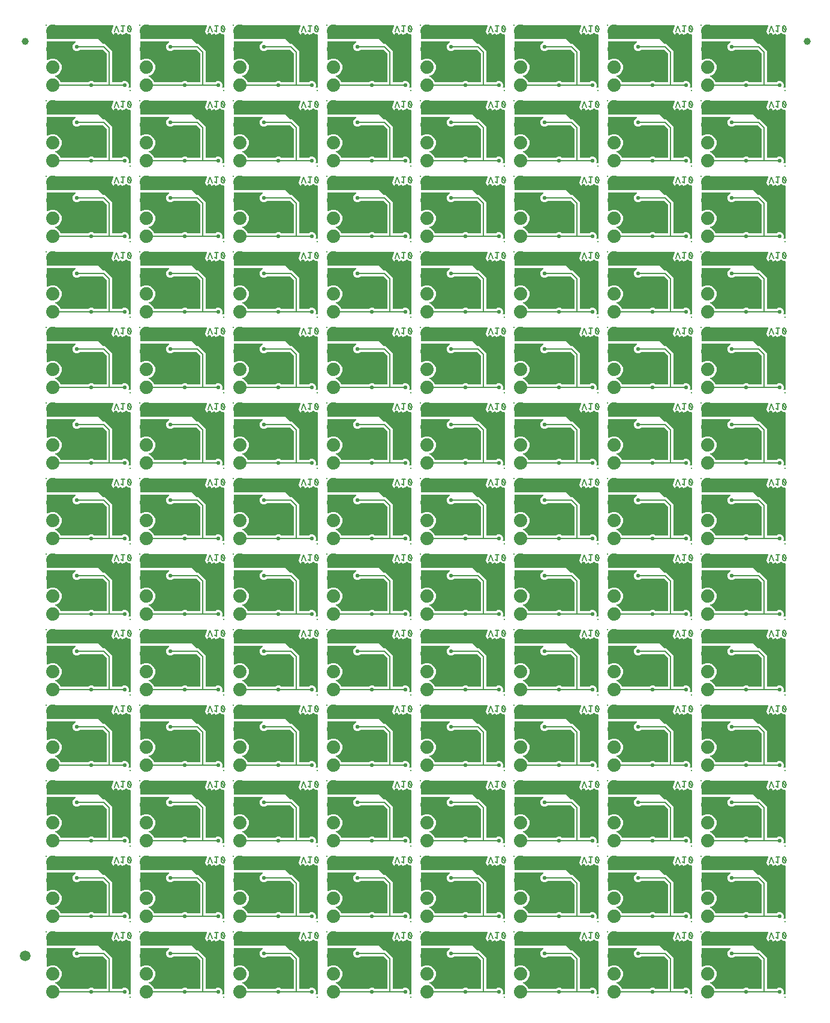
<source format=gbl>
G04 EAGLE Gerber RS-274X export*
G75*
%MOMM*%
%FSLAX34Y34*%
%LPD*%
%INBottom Copper*%
%IPPOS*%
%AMOC8*
5,1,8,0,0,1.08239X$1,22.5*%
G01*
%ADD10C,0.152400*%
%ADD11C,1.879600*%
%ADD12C,0.200000*%
%ADD13C,1.000000*%
%ADD14C,1.500000*%
%ADD15C,0.558800*%
%ADD16C,0.203200*%

G36*
X121978Y9137D02*
X121978Y9137D01*
X122036Y9135D01*
X122118Y9157D01*
X122202Y9169D01*
X122255Y9192D01*
X122311Y9207D01*
X122384Y9250D01*
X122461Y9285D01*
X122506Y9323D01*
X122556Y9352D01*
X122614Y9414D01*
X122678Y9468D01*
X122710Y9517D01*
X122750Y9560D01*
X122789Y9635D01*
X122836Y9705D01*
X122853Y9761D01*
X122880Y9813D01*
X122891Y9881D01*
X122921Y9976D01*
X122924Y10076D01*
X122935Y10144D01*
X122935Y83566D01*
X122927Y83624D01*
X122929Y83682D01*
X122907Y83764D01*
X122895Y83848D01*
X122872Y83901D01*
X122857Y83957D01*
X122814Y84030D01*
X122779Y84107D01*
X122741Y84152D01*
X122712Y84202D01*
X122650Y84260D01*
X122596Y84324D01*
X122547Y84356D01*
X122504Y84396D01*
X122429Y84435D01*
X122359Y84482D01*
X122303Y84499D01*
X122251Y84526D01*
X122183Y84537D01*
X122088Y84567D01*
X121988Y84570D01*
X121920Y84581D01*
X119199Y84581D01*
X116566Y86462D01*
X116314Y86593D01*
X116309Y86594D01*
X116306Y86596D01*
X116260Y86612D01*
X116149Y86633D01*
X116039Y86661D01*
X116010Y86660D01*
X115981Y86666D01*
X115868Y86656D01*
X115755Y86652D01*
X115727Y86643D01*
X115698Y86640D01*
X115592Y86599D01*
X115485Y86564D01*
X115463Y86549D01*
X115433Y86537D01*
X115234Y86386D01*
X115211Y86370D01*
X114728Y85886D01*
X114690Y85836D01*
X114653Y85803D01*
X113820Y84761D01*
X113780Y84749D01*
X113673Y84721D01*
X113645Y84705D01*
X113615Y84695D01*
X113552Y84650D01*
X113435Y84581D01*
X112112Y84581D01*
X112049Y84572D01*
X112000Y84575D01*
X110674Y84428D01*
X110637Y84447D01*
X110541Y84504D01*
X110511Y84511D01*
X110483Y84526D01*
X110405Y84539D01*
X110275Y84573D01*
X109693Y85155D01*
X109606Y85220D01*
X109525Y85290D01*
X109493Y85305D01*
X109466Y85326D01*
X109365Y85364D01*
X109267Y85409D01*
X109232Y85415D01*
X109200Y85427D01*
X109092Y85436D01*
X108985Y85452D01*
X108955Y85447D01*
X108917Y85450D01*
X108706Y85408D01*
X108654Y85400D01*
X105287Y84278D01*
X103155Y85344D01*
X103139Y85349D01*
X103124Y85358D01*
X103004Y85394D01*
X102885Y85434D01*
X102868Y85435D01*
X102852Y85440D01*
X102726Y85441D01*
X102601Y85446D01*
X102585Y85442D01*
X102568Y85442D01*
X102499Y85421D01*
X102325Y85379D01*
X102283Y85355D01*
X102247Y85344D01*
X100114Y84278D01*
X97119Y85276D01*
X95708Y88100D01*
X98407Y96199D01*
X98422Y96277D01*
X98446Y96352D01*
X98447Y96416D01*
X98459Y96479D01*
X98451Y96557D01*
X98453Y96636D01*
X98437Y96698D01*
X98430Y96761D01*
X98401Y96835D01*
X98381Y96911D01*
X98349Y96966D01*
X98325Y97025D01*
X98276Y97088D01*
X98236Y97156D01*
X98189Y97199D01*
X98150Y97250D01*
X98086Y97296D01*
X98029Y97350D01*
X97972Y97379D01*
X97920Y97417D01*
X97846Y97444D01*
X97775Y97480D01*
X97721Y97489D01*
X97653Y97514D01*
X97521Y97522D01*
X97444Y97535D01*
X8874Y97535D01*
X8816Y97527D01*
X8758Y97529D01*
X8676Y97507D01*
X8592Y97495D01*
X8539Y97472D01*
X8483Y97457D01*
X8410Y97414D01*
X8333Y97379D01*
X8288Y97341D01*
X8238Y97312D01*
X8180Y97250D01*
X8116Y97196D01*
X8084Y97147D01*
X8044Y97104D01*
X8005Y97029D01*
X7958Y96959D01*
X7941Y96903D01*
X7914Y96851D01*
X7903Y96783D01*
X7873Y96688D01*
X7870Y96588D01*
X7859Y96520D01*
X7859Y96113D01*
X5487Y93741D01*
X5080Y93741D01*
X5022Y93733D01*
X4964Y93735D01*
X4882Y93713D01*
X4798Y93701D01*
X4745Y93678D01*
X4689Y93663D01*
X4616Y93620D01*
X4539Y93585D01*
X4494Y93547D01*
X4444Y93518D01*
X4386Y93456D01*
X4322Y93402D01*
X4290Y93353D01*
X4250Y93310D01*
X4211Y93235D01*
X4164Y93165D01*
X4147Y93109D01*
X4120Y93057D01*
X4109Y92989D01*
X4079Y92894D01*
X4076Y92794D01*
X4065Y92726D01*
X4065Y78740D01*
X4073Y78682D01*
X4071Y78624D01*
X4093Y78542D01*
X4105Y78458D01*
X4128Y78405D01*
X4143Y78349D01*
X4186Y78276D01*
X4221Y78199D01*
X4259Y78154D01*
X4288Y78104D01*
X4350Y78046D01*
X4404Y77982D01*
X4453Y77950D01*
X4496Y77910D01*
X4571Y77871D01*
X4641Y77824D01*
X4697Y77807D01*
X4749Y77780D01*
X4817Y77769D01*
X4912Y77739D01*
X5012Y77736D01*
X5080Y77725D01*
X77049Y77725D01*
X83102Y71672D01*
X83172Y71620D01*
X83236Y71560D01*
X83285Y71534D01*
X83329Y71501D01*
X83411Y71470D01*
X83489Y71430D01*
X83537Y71422D01*
X83595Y71400D01*
X83743Y71388D01*
X83820Y71375D01*
X86774Y71375D01*
X96775Y61374D01*
X96775Y17780D01*
X96783Y17722D01*
X96781Y17664D01*
X96803Y17582D01*
X96815Y17498D01*
X96838Y17445D01*
X96853Y17389D01*
X96896Y17316D01*
X96931Y17239D01*
X96969Y17194D01*
X96998Y17144D01*
X97060Y17086D01*
X97114Y17022D01*
X97163Y16990D01*
X97206Y16950D01*
X97281Y16911D01*
X97351Y16864D01*
X97407Y16847D01*
X97459Y16820D01*
X97527Y16809D01*
X97622Y16779D01*
X97722Y16776D01*
X97790Y16765D01*
X109681Y16765D01*
X109768Y16777D01*
X109855Y16780D01*
X109908Y16797D01*
X109963Y16805D01*
X110043Y16840D01*
X110126Y16867D01*
X110165Y16895D01*
X110222Y16921D01*
X110335Y17017D01*
X110399Y17062D01*
X110990Y17653D01*
X113138Y18543D01*
X115462Y18543D01*
X117610Y17653D01*
X119253Y16010D01*
X120143Y13862D01*
X120143Y11538D01*
X119726Y10533D01*
X119698Y10421D01*
X119663Y10312D01*
X119662Y10284D01*
X119655Y10257D01*
X119659Y10143D01*
X119656Y10028D01*
X119663Y10001D01*
X119664Y9973D01*
X119699Y9864D01*
X119728Y9753D01*
X119742Y9729D01*
X119750Y9702D01*
X119814Y9607D01*
X119873Y9508D01*
X119893Y9489D01*
X119908Y9466D01*
X119996Y9392D01*
X120080Y9314D01*
X120105Y9301D01*
X120126Y9283D01*
X120231Y9237D01*
X120333Y9184D01*
X120358Y9180D01*
X120386Y9168D01*
X120650Y9131D01*
X120664Y9129D01*
X121920Y9129D01*
X121978Y9137D01*
G37*
G36*
X650298Y435857D02*
X650298Y435857D01*
X650356Y435855D01*
X650438Y435877D01*
X650522Y435889D01*
X650575Y435912D01*
X650631Y435927D01*
X650704Y435970D01*
X650781Y436005D01*
X650826Y436043D01*
X650876Y436072D01*
X650934Y436134D01*
X650998Y436188D01*
X651030Y436237D01*
X651070Y436280D01*
X651109Y436355D01*
X651156Y436425D01*
X651173Y436481D01*
X651200Y436533D01*
X651211Y436601D01*
X651241Y436696D01*
X651244Y436796D01*
X651255Y436864D01*
X651255Y510286D01*
X651247Y510344D01*
X651249Y510402D01*
X651227Y510484D01*
X651215Y510568D01*
X651192Y510621D01*
X651177Y510677D01*
X651134Y510750D01*
X651099Y510827D01*
X651061Y510872D01*
X651032Y510922D01*
X650970Y510980D01*
X650916Y511044D01*
X650867Y511076D01*
X650824Y511116D01*
X650749Y511155D01*
X650679Y511202D01*
X650623Y511219D01*
X650571Y511246D01*
X650503Y511257D01*
X650408Y511287D01*
X650308Y511290D01*
X650240Y511301D01*
X647519Y511301D01*
X644886Y513182D01*
X644634Y513313D01*
X644629Y513314D01*
X644626Y513316D01*
X644580Y513332D01*
X644469Y513353D01*
X644359Y513381D01*
X644330Y513380D01*
X644301Y513386D01*
X644188Y513376D01*
X644075Y513372D01*
X644047Y513363D01*
X644018Y513360D01*
X643912Y513319D01*
X643805Y513284D01*
X643783Y513269D01*
X643753Y513257D01*
X643554Y513106D01*
X643531Y513090D01*
X643048Y512606D01*
X643010Y512556D01*
X642973Y512523D01*
X642140Y511481D01*
X642100Y511469D01*
X641993Y511441D01*
X641965Y511425D01*
X641935Y511415D01*
X641872Y511370D01*
X641755Y511301D01*
X640432Y511301D01*
X640369Y511292D01*
X640320Y511295D01*
X638994Y511148D01*
X638957Y511167D01*
X638861Y511224D01*
X638831Y511231D01*
X638803Y511246D01*
X638725Y511259D01*
X638595Y511293D01*
X638013Y511875D01*
X637926Y511940D01*
X637845Y512010D01*
X637813Y512025D01*
X637786Y512046D01*
X637685Y512084D01*
X637587Y512129D01*
X637552Y512135D01*
X637520Y512147D01*
X637412Y512156D01*
X637305Y512172D01*
X637275Y512167D01*
X637237Y512170D01*
X637026Y512128D01*
X636974Y512120D01*
X633607Y510998D01*
X631475Y512064D01*
X631459Y512069D01*
X631444Y512078D01*
X631324Y512114D01*
X631205Y512154D01*
X631188Y512155D01*
X631172Y512160D01*
X631046Y512161D01*
X630921Y512166D01*
X630905Y512162D01*
X630888Y512162D01*
X630819Y512141D01*
X630645Y512099D01*
X630603Y512075D01*
X630567Y512064D01*
X628434Y510998D01*
X625439Y511996D01*
X624028Y514820D01*
X626727Y522919D01*
X626742Y522997D01*
X626766Y523072D01*
X626767Y523136D01*
X626779Y523199D01*
X626771Y523277D01*
X626773Y523356D01*
X626757Y523418D01*
X626750Y523481D01*
X626721Y523555D01*
X626701Y523631D01*
X626669Y523686D01*
X626645Y523745D01*
X626596Y523808D01*
X626556Y523876D01*
X626509Y523919D01*
X626470Y523970D01*
X626406Y524016D01*
X626349Y524070D01*
X626292Y524099D01*
X626240Y524137D01*
X626166Y524164D01*
X626095Y524200D01*
X626041Y524209D01*
X625973Y524234D01*
X625841Y524242D01*
X625764Y524255D01*
X537194Y524255D01*
X537136Y524247D01*
X537078Y524249D01*
X536996Y524227D01*
X536912Y524215D01*
X536859Y524192D01*
X536803Y524177D01*
X536730Y524134D01*
X536653Y524099D01*
X536608Y524061D01*
X536558Y524032D01*
X536500Y523970D01*
X536436Y523916D01*
X536404Y523867D01*
X536364Y523824D01*
X536325Y523749D01*
X536278Y523679D01*
X536261Y523623D01*
X536234Y523571D01*
X536223Y523503D01*
X536193Y523408D01*
X536190Y523308D01*
X536179Y523240D01*
X536179Y522833D01*
X533807Y520461D01*
X533400Y520461D01*
X533342Y520453D01*
X533284Y520455D01*
X533202Y520433D01*
X533118Y520421D01*
X533065Y520398D01*
X533009Y520383D01*
X532936Y520340D01*
X532859Y520305D01*
X532814Y520267D01*
X532764Y520238D01*
X532706Y520176D01*
X532642Y520122D01*
X532610Y520073D01*
X532570Y520030D01*
X532531Y519955D01*
X532484Y519885D01*
X532467Y519829D01*
X532440Y519777D01*
X532429Y519709D01*
X532399Y519614D01*
X532396Y519514D01*
X532385Y519446D01*
X532385Y505460D01*
X532393Y505402D01*
X532391Y505344D01*
X532413Y505262D01*
X532425Y505179D01*
X532448Y505125D01*
X532463Y505069D01*
X532506Y504996D01*
X532541Y504919D01*
X532579Y504874D01*
X532608Y504824D01*
X532670Y504766D01*
X532724Y504702D01*
X532773Y504670D01*
X532816Y504630D01*
X532891Y504591D01*
X532961Y504545D01*
X533017Y504527D01*
X533069Y504500D01*
X533137Y504489D01*
X533232Y504459D01*
X533332Y504456D01*
X533400Y504445D01*
X605369Y504445D01*
X611422Y498392D01*
X611492Y498340D01*
X611556Y498280D01*
X611605Y498254D01*
X611649Y498221D01*
X611731Y498190D01*
X611809Y498150D01*
X611857Y498142D01*
X611915Y498120D01*
X612063Y498108D01*
X612140Y498095D01*
X615094Y498095D01*
X625095Y488094D01*
X625095Y444500D01*
X625103Y444442D01*
X625101Y444384D01*
X625123Y444302D01*
X625135Y444218D01*
X625158Y444165D01*
X625173Y444109D01*
X625216Y444036D01*
X625251Y443959D01*
X625289Y443914D01*
X625318Y443864D01*
X625380Y443806D01*
X625434Y443742D01*
X625483Y443710D01*
X625526Y443670D01*
X625601Y443631D01*
X625671Y443584D01*
X625727Y443567D01*
X625779Y443540D01*
X625847Y443529D01*
X625942Y443499D01*
X626042Y443496D01*
X626110Y443485D01*
X638001Y443485D01*
X638088Y443497D01*
X638175Y443500D01*
X638228Y443517D01*
X638283Y443525D01*
X638363Y443560D01*
X638446Y443587D01*
X638485Y443615D01*
X638542Y443641D01*
X638655Y443737D01*
X638719Y443782D01*
X639310Y444373D01*
X641458Y445263D01*
X643782Y445263D01*
X645930Y444373D01*
X647573Y442730D01*
X648463Y440582D01*
X648463Y438258D01*
X648046Y437253D01*
X648018Y437141D01*
X647983Y437032D01*
X647982Y437004D01*
X647975Y436977D01*
X647979Y436863D01*
X647976Y436748D01*
X647983Y436721D01*
X647984Y436693D01*
X648019Y436584D01*
X648048Y436473D01*
X648062Y436449D01*
X648070Y436422D01*
X648134Y436327D01*
X648193Y436228D01*
X648213Y436209D01*
X648228Y436186D01*
X648316Y436112D01*
X648400Y436034D01*
X648425Y436021D01*
X648446Y436003D01*
X648551Y435957D01*
X648653Y435904D01*
X648678Y435900D01*
X648706Y435888D01*
X648970Y435851D01*
X648984Y435849D01*
X650240Y435849D01*
X650298Y435857D01*
G37*
G36*
X914458Y649217D02*
X914458Y649217D01*
X914516Y649215D01*
X914598Y649237D01*
X914682Y649249D01*
X914735Y649272D01*
X914791Y649287D01*
X914864Y649330D01*
X914941Y649365D01*
X914986Y649403D01*
X915036Y649432D01*
X915094Y649494D01*
X915158Y649548D01*
X915190Y649597D01*
X915230Y649640D01*
X915269Y649715D01*
X915316Y649785D01*
X915333Y649841D01*
X915360Y649893D01*
X915371Y649961D01*
X915401Y650056D01*
X915404Y650156D01*
X915415Y650224D01*
X915415Y723646D01*
X915407Y723704D01*
X915409Y723762D01*
X915387Y723844D01*
X915375Y723928D01*
X915352Y723981D01*
X915337Y724037D01*
X915294Y724110D01*
X915259Y724187D01*
X915221Y724232D01*
X915192Y724282D01*
X915130Y724340D01*
X915076Y724404D01*
X915027Y724436D01*
X914984Y724476D01*
X914909Y724515D01*
X914839Y724562D01*
X914783Y724579D01*
X914731Y724606D01*
X914663Y724617D01*
X914568Y724647D01*
X914468Y724650D01*
X914400Y724661D01*
X911679Y724661D01*
X909046Y726542D01*
X908794Y726673D01*
X908789Y726674D01*
X908786Y726676D01*
X908740Y726692D01*
X908629Y726713D01*
X908519Y726741D01*
X908490Y726740D01*
X908461Y726746D01*
X908348Y726736D01*
X908235Y726732D01*
X908207Y726723D01*
X908178Y726720D01*
X908072Y726679D01*
X907965Y726644D01*
X907943Y726629D01*
X907913Y726617D01*
X907714Y726466D01*
X907691Y726450D01*
X907208Y725966D01*
X907170Y725916D01*
X907133Y725883D01*
X906300Y724841D01*
X906260Y724829D01*
X906153Y724801D01*
X906125Y724785D01*
X906095Y724775D01*
X906032Y724730D01*
X905915Y724661D01*
X904592Y724661D01*
X904529Y724652D01*
X904480Y724655D01*
X903154Y724508D01*
X903117Y724527D01*
X903021Y724584D01*
X902991Y724591D01*
X902963Y724606D01*
X902885Y724619D01*
X902755Y724653D01*
X902173Y725235D01*
X902086Y725300D01*
X902005Y725370D01*
X901973Y725385D01*
X901946Y725406D01*
X901845Y725444D01*
X901747Y725489D01*
X901712Y725495D01*
X901680Y725507D01*
X901572Y725516D01*
X901465Y725532D01*
X901435Y725527D01*
X901397Y725530D01*
X901186Y725488D01*
X901134Y725480D01*
X897767Y724358D01*
X895635Y725424D01*
X895619Y725429D01*
X895604Y725438D01*
X895484Y725474D01*
X895365Y725514D01*
X895348Y725515D01*
X895332Y725520D01*
X895206Y725521D01*
X895081Y725526D01*
X895065Y725522D01*
X895048Y725522D01*
X894979Y725501D01*
X894805Y725459D01*
X894763Y725435D01*
X894727Y725424D01*
X892594Y724358D01*
X889599Y725356D01*
X888188Y728180D01*
X890887Y736279D01*
X890902Y736357D01*
X890926Y736432D01*
X890927Y736496D01*
X890939Y736559D01*
X890931Y736637D01*
X890933Y736716D01*
X890917Y736778D01*
X890910Y736841D01*
X890881Y736915D01*
X890861Y736991D01*
X890829Y737046D01*
X890805Y737105D01*
X890756Y737168D01*
X890716Y737236D01*
X890669Y737279D01*
X890630Y737330D01*
X890566Y737376D01*
X890509Y737430D01*
X890452Y737459D01*
X890400Y737497D01*
X890326Y737524D01*
X890255Y737560D01*
X890201Y737569D01*
X890133Y737594D01*
X890001Y737602D01*
X889924Y737615D01*
X801354Y737615D01*
X801296Y737607D01*
X801238Y737609D01*
X801156Y737587D01*
X801072Y737575D01*
X801019Y737552D01*
X800963Y737537D01*
X800890Y737494D01*
X800813Y737459D01*
X800768Y737421D01*
X800718Y737392D01*
X800660Y737330D01*
X800596Y737276D01*
X800564Y737227D01*
X800524Y737184D01*
X800485Y737109D01*
X800438Y737039D01*
X800421Y736983D01*
X800394Y736931D01*
X800383Y736863D01*
X800353Y736768D01*
X800350Y736668D01*
X800339Y736600D01*
X800339Y736193D01*
X797967Y733821D01*
X797560Y733821D01*
X797502Y733813D01*
X797444Y733815D01*
X797362Y733793D01*
X797278Y733781D01*
X797225Y733758D01*
X797169Y733743D01*
X797096Y733700D01*
X797019Y733665D01*
X796974Y733627D01*
X796924Y733598D01*
X796866Y733536D01*
X796802Y733482D01*
X796770Y733433D01*
X796730Y733390D01*
X796691Y733315D01*
X796644Y733245D01*
X796627Y733189D01*
X796600Y733137D01*
X796589Y733069D01*
X796559Y732974D01*
X796556Y732874D01*
X796545Y732806D01*
X796545Y718820D01*
X796553Y718762D01*
X796551Y718704D01*
X796573Y718622D01*
X796585Y718539D01*
X796608Y718485D01*
X796623Y718429D01*
X796666Y718356D01*
X796701Y718279D01*
X796739Y718234D01*
X796768Y718184D01*
X796830Y718126D01*
X796884Y718062D01*
X796933Y718030D01*
X796976Y717990D01*
X797051Y717951D01*
X797121Y717905D01*
X797177Y717887D01*
X797229Y717860D01*
X797297Y717849D01*
X797392Y717819D01*
X797492Y717816D01*
X797560Y717805D01*
X869529Y717805D01*
X875582Y711752D01*
X875652Y711700D01*
X875716Y711640D01*
X875765Y711614D01*
X875809Y711581D01*
X875891Y711550D01*
X875969Y711510D01*
X876017Y711502D01*
X876075Y711480D01*
X876223Y711468D01*
X876300Y711455D01*
X879254Y711455D01*
X889255Y701454D01*
X889255Y657860D01*
X889263Y657802D01*
X889261Y657744D01*
X889283Y657662D01*
X889295Y657578D01*
X889318Y657525D01*
X889333Y657469D01*
X889376Y657396D01*
X889411Y657319D01*
X889449Y657274D01*
X889478Y657224D01*
X889540Y657166D01*
X889594Y657102D01*
X889643Y657070D01*
X889686Y657030D01*
X889761Y656991D01*
X889831Y656944D01*
X889887Y656927D01*
X889939Y656900D01*
X890007Y656889D01*
X890102Y656859D01*
X890202Y656856D01*
X890270Y656845D01*
X902161Y656845D01*
X902248Y656857D01*
X902335Y656860D01*
X902388Y656877D01*
X902443Y656885D01*
X902523Y656920D01*
X902606Y656947D01*
X902645Y656975D01*
X902702Y657001D01*
X902815Y657097D01*
X902879Y657142D01*
X903470Y657733D01*
X905618Y658623D01*
X907942Y658623D01*
X910090Y657733D01*
X911733Y656090D01*
X912623Y653942D01*
X912623Y651618D01*
X912206Y650613D01*
X912178Y650501D01*
X912143Y650392D01*
X912142Y650364D01*
X912135Y650337D01*
X912139Y650223D01*
X912136Y650108D01*
X912143Y650081D01*
X912144Y650053D01*
X912179Y649944D01*
X912208Y649833D01*
X912222Y649809D01*
X912230Y649782D01*
X912294Y649687D01*
X912353Y649588D01*
X912373Y649569D01*
X912388Y649546D01*
X912476Y649472D01*
X912560Y649394D01*
X912585Y649381D01*
X912606Y649363D01*
X912711Y649317D01*
X912813Y649264D01*
X912838Y649260D01*
X912866Y649248D01*
X913130Y649211D01*
X913144Y649209D01*
X914400Y649209D01*
X914458Y649217D01*
G37*
G36*
X121978Y969257D02*
X121978Y969257D01*
X122036Y969255D01*
X122118Y969277D01*
X122202Y969289D01*
X122255Y969312D01*
X122311Y969327D01*
X122384Y969370D01*
X122461Y969405D01*
X122506Y969443D01*
X122556Y969472D01*
X122614Y969534D01*
X122678Y969588D01*
X122710Y969637D01*
X122750Y969680D01*
X122789Y969755D01*
X122836Y969825D01*
X122853Y969881D01*
X122880Y969933D01*
X122891Y970001D01*
X122921Y970096D01*
X122924Y970196D01*
X122935Y970264D01*
X122935Y1043686D01*
X122927Y1043744D01*
X122929Y1043802D01*
X122907Y1043884D01*
X122895Y1043968D01*
X122872Y1044021D01*
X122857Y1044077D01*
X122814Y1044150D01*
X122779Y1044227D01*
X122741Y1044272D01*
X122712Y1044322D01*
X122650Y1044380D01*
X122596Y1044444D01*
X122547Y1044476D01*
X122504Y1044516D01*
X122429Y1044555D01*
X122359Y1044602D01*
X122303Y1044619D01*
X122251Y1044646D01*
X122183Y1044657D01*
X122088Y1044687D01*
X121988Y1044690D01*
X121920Y1044701D01*
X119199Y1044701D01*
X116566Y1046582D01*
X116314Y1046713D01*
X116309Y1046714D01*
X116306Y1046716D01*
X116260Y1046732D01*
X116149Y1046753D01*
X116039Y1046781D01*
X116010Y1046780D01*
X115981Y1046786D01*
X115868Y1046776D01*
X115755Y1046772D01*
X115727Y1046763D01*
X115698Y1046760D01*
X115592Y1046719D01*
X115485Y1046684D01*
X115463Y1046669D01*
X115433Y1046657D01*
X115234Y1046506D01*
X115211Y1046490D01*
X114728Y1046006D01*
X114690Y1045956D01*
X114653Y1045923D01*
X113820Y1044881D01*
X113780Y1044869D01*
X113673Y1044841D01*
X113645Y1044825D01*
X113615Y1044815D01*
X113552Y1044770D01*
X113435Y1044701D01*
X112112Y1044701D01*
X112049Y1044692D01*
X112000Y1044695D01*
X110674Y1044548D01*
X110637Y1044567D01*
X110541Y1044624D01*
X110511Y1044631D01*
X110483Y1044646D01*
X110405Y1044659D01*
X110275Y1044693D01*
X109693Y1045275D01*
X109606Y1045340D01*
X109525Y1045410D01*
X109493Y1045425D01*
X109466Y1045446D01*
X109365Y1045484D01*
X109267Y1045529D01*
X109232Y1045535D01*
X109200Y1045547D01*
X109092Y1045556D01*
X108985Y1045572D01*
X108955Y1045567D01*
X108917Y1045570D01*
X108706Y1045528D01*
X108654Y1045520D01*
X105287Y1044398D01*
X103155Y1045464D01*
X103139Y1045469D01*
X103124Y1045478D01*
X103004Y1045514D01*
X102885Y1045554D01*
X102868Y1045555D01*
X102852Y1045560D01*
X102726Y1045561D01*
X102601Y1045566D01*
X102585Y1045562D01*
X102568Y1045562D01*
X102499Y1045541D01*
X102325Y1045499D01*
X102283Y1045475D01*
X102247Y1045464D01*
X100114Y1044398D01*
X97119Y1045396D01*
X95708Y1048220D01*
X98407Y1056319D01*
X98422Y1056397D01*
X98446Y1056472D01*
X98447Y1056536D01*
X98459Y1056599D01*
X98451Y1056677D01*
X98453Y1056756D01*
X98437Y1056818D01*
X98430Y1056881D01*
X98401Y1056955D01*
X98381Y1057031D01*
X98349Y1057086D01*
X98325Y1057145D01*
X98276Y1057208D01*
X98236Y1057276D01*
X98189Y1057319D01*
X98150Y1057370D01*
X98086Y1057416D01*
X98029Y1057470D01*
X97972Y1057499D01*
X97920Y1057537D01*
X97846Y1057564D01*
X97775Y1057600D01*
X97721Y1057609D01*
X97653Y1057634D01*
X97521Y1057642D01*
X97444Y1057655D01*
X8874Y1057655D01*
X8816Y1057647D01*
X8758Y1057649D01*
X8676Y1057627D01*
X8592Y1057615D01*
X8539Y1057592D01*
X8483Y1057577D01*
X8410Y1057534D01*
X8333Y1057499D01*
X8288Y1057461D01*
X8238Y1057432D01*
X8180Y1057370D01*
X8116Y1057316D01*
X8084Y1057267D01*
X8044Y1057224D01*
X8005Y1057149D01*
X7958Y1057079D01*
X7941Y1057023D01*
X7914Y1056971D01*
X7903Y1056903D01*
X7873Y1056808D01*
X7870Y1056708D01*
X7859Y1056640D01*
X7859Y1056233D01*
X5487Y1053861D01*
X5080Y1053861D01*
X5022Y1053853D01*
X4964Y1053855D01*
X4882Y1053833D01*
X4798Y1053821D01*
X4745Y1053798D01*
X4689Y1053783D01*
X4616Y1053740D01*
X4539Y1053705D01*
X4494Y1053667D01*
X4444Y1053638D01*
X4386Y1053576D01*
X4322Y1053522D01*
X4290Y1053473D01*
X4250Y1053430D01*
X4211Y1053355D01*
X4164Y1053285D01*
X4147Y1053229D01*
X4120Y1053177D01*
X4109Y1053109D01*
X4079Y1053014D01*
X4076Y1052914D01*
X4065Y1052846D01*
X4065Y1038860D01*
X4073Y1038802D01*
X4071Y1038744D01*
X4093Y1038662D01*
X4105Y1038579D01*
X4128Y1038525D01*
X4143Y1038469D01*
X4186Y1038396D01*
X4221Y1038319D01*
X4259Y1038274D01*
X4288Y1038224D01*
X4350Y1038166D01*
X4404Y1038102D01*
X4453Y1038070D01*
X4496Y1038030D01*
X4571Y1037991D01*
X4641Y1037945D01*
X4697Y1037927D01*
X4749Y1037900D01*
X4817Y1037889D01*
X4912Y1037859D01*
X5012Y1037856D01*
X5080Y1037845D01*
X77049Y1037845D01*
X83102Y1031792D01*
X83172Y1031740D01*
X83236Y1031680D01*
X83285Y1031654D01*
X83329Y1031621D01*
X83411Y1031590D01*
X83489Y1031550D01*
X83537Y1031542D01*
X83595Y1031520D01*
X83743Y1031508D01*
X83820Y1031495D01*
X86774Y1031495D01*
X96775Y1021494D01*
X96775Y977900D01*
X96783Y977842D01*
X96781Y977784D01*
X96803Y977702D01*
X96815Y977618D01*
X96838Y977565D01*
X96853Y977509D01*
X96896Y977436D01*
X96931Y977359D01*
X96969Y977314D01*
X96998Y977264D01*
X97060Y977206D01*
X97114Y977142D01*
X97163Y977110D01*
X97206Y977070D01*
X97281Y977031D01*
X97351Y976984D01*
X97407Y976967D01*
X97459Y976940D01*
X97527Y976929D01*
X97622Y976899D01*
X97722Y976896D01*
X97790Y976885D01*
X109681Y976885D01*
X109768Y976897D01*
X109855Y976900D01*
X109908Y976917D01*
X109963Y976925D01*
X110043Y976960D01*
X110126Y976987D01*
X110165Y977015D01*
X110222Y977041D01*
X110335Y977137D01*
X110399Y977182D01*
X110990Y977773D01*
X113138Y978663D01*
X115462Y978663D01*
X117610Y977773D01*
X119253Y976130D01*
X120143Y973982D01*
X120143Y971658D01*
X119726Y970653D01*
X119698Y970541D01*
X119663Y970432D01*
X119662Y970404D01*
X119655Y970377D01*
X119659Y970263D01*
X119656Y970148D01*
X119663Y970121D01*
X119664Y970093D01*
X119699Y969984D01*
X119728Y969873D01*
X119742Y969849D01*
X119750Y969822D01*
X119814Y969727D01*
X119873Y969628D01*
X119893Y969609D01*
X119908Y969586D01*
X119996Y969512D01*
X120080Y969434D01*
X120105Y969421D01*
X120126Y969403D01*
X120231Y969357D01*
X120333Y969304D01*
X120358Y969300D01*
X120386Y969288D01*
X120650Y969251D01*
X120664Y969249D01*
X121920Y969249D01*
X121978Y969257D01*
G37*
G36*
X386138Y222497D02*
X386138Y222497D01*
X386196Y222495D01*
X386278Y222517D01*
X386362Y222529D01*
X386415Y222552D01*
X386471Y222567D01*
X386544Y222610D01*
X386621Y222645D01*
X386666Y222683D01*
X386716Y222712D01*
X386774Y222774D01*
X386838Y222828D01*
X386870Y222877D01*
X386910Y222920D01*
X386949Y222995D01*
X386996Y223065D01*
X387013Y223121D01*
X387040Y223173D01*
X387051Y223241D01*
X387081Y223336D01*
X387084Y223436D01*
X387095Y223504D01*
X387095Y296926D01*
X387087Y296984D01*
X387089Y297042D01*
X387067Y297124D01*
X387055Y297208D01*
X387032Y297261D01*
X387017Y297317D01*
X386974Y297390D01*
X386939Y297467D01*
X386901Y297512D01*
X386872Y297562D01*
X386810Y297620D01*
X386756Y297684D01*
X386707Y297716D01*
X386664Y297756D01*
X386589Y297795D01*
X386519Y297842D01*
X386463Y297859D01*
X386411Y297886D01*
X386343Y297897D01*
X386248Y297927D01*
X386148Y297930D01*
X386080Y297941D01*
X383359Y297941D01*
X380726Y299822D01*
X380474Y299953D01*
X380469Y299954D01*
X380466Y299956D01*
X380420Y299972D01*
X380309Y299993D01*
X380199Y300021D01*
X380170Y300020D01*
X380141Y300026D01*
X380028Y300016D01*
X379915Y300012D01*
X379887Y300003D01*
X379858Y300000D01*
X379752Y299959D01*
X379645Y299924D01*
X379623Y299909D01*
X379593Y299897D01*
X379394Y299746D01*
X379371Y299730D01*
X378888Y299246D01*
X378850Y299196D01*
X378813Y299163D01*
X377980Y298121D01*
X377940Y298109D01*
X377833Y298081D01*
X377805Y298065D01*
X377775Y298055D01*
X377712Y298010D01*
X377595Y297941D01*
X376272Y297941D01*
X376209Y297932D01*
X376160Y297935D01*
X374834Y297788D01*
X374797Y297807D01*
X374701Y297864D01*
X374671Y297871D01*
X374643Y297886D01*
X374565Y297899D01*
X374435Y297933D01*
X373853Y298515D01*
X373766Y298580D01*
X373685Y298650D01*
X373653Y298665D01*
X373626Y298686D01*
X373525Y298724D01*
X373427Y298769D01*
X373392Y298775D01*
X373360Y298787D01*
X373252Y298796D01*
X373145Y298812D01*
X373115Y298807D01*
X373077Y298810D01*
X372866Y298768D01*
X372814Y298760D01*
X369447Y297638D01*
X367315Y298704D01*
X367299Y298709D01*
X367284Y298718D01*
X367164Y298754D01*
X367045Y298794D01*
X367028Y298795D01*
X367012Y298800D01*
X366886Y298801D01*
X366761Y298806D01*
X366745Y298802D01*
X366728Y298802D01*
X366659Y298781D01*
X366485Y298739D01*
X366443Y298715D01*
X366407Y298704D01*
X364274Y297638D01*
X361279Y298636D01*
X359868Y301460D01*
X362567Y309559D01*
X362582Y309637D01*
X362606Y309712D01*
X362607Y309776D01*
X362619Y309839D01*
X362611Y309917D01*
X362613Y309996D01*
X362597Y310058D01*
X362590Y310121D01*
X362561Y310195D01*
X362541Y310271D01*
X362509Y310326D01*
X362485Y310385D01*
X362436Y310448D01*
X362396Y310516D01*
X362349Y310559D01*
X362310Y310610D01*
X362246Y310656D01*
X362189Y310710D01*
X362132Y310739D01*
X362080Y310777D01*
X362006Y310804D01*
X361935Y310840D01*
X361881Y310849D01*
X361813Y310874D01*
X361681Y310882D01*
X361604Y310895D01*
X273034Y310895D01*
X272976Y310887D01*
X272918Y310889D01*
X272836Y310867D01*
X272752Y310855D01*
X272699Y310832D01*
X272643Y310817D01*
X272570Y310774D01*
X272493Y310739D01*
X272448Y310701D01*
X272398Y310672D01*
X272340Y310610D01*
X272276Y310556D01*
X272244Y310507D01*
X272204Y310464D01*
X272165Y310389D01*
X272118Y310319D01*
X272101Y310263D01*
X272074Y310211D01*
X272063Y310143D01*
X272033Y310048D01*
X272030Y309948D01*
X272019Y309880D01*
X272019Y309473D01*
X269647Y307101D01*
X269240Y307101D01*
X269182Y307093D01*
X269124Y307095D01*
X269042Y307073D01*
X268958Y307061D01*
X268905Y307038D01*
X268849Y307023D01*
X268776Y306980D01*
X268699Y306945D01*
X268654Y306907D01*
X268604Y306878D01*
X268546Y306816D01*
X268482Y306762D01*
X268450Y306713D01*
X268410Y306670D01*
X268371Y306595D01*
X268324Y306525D01*
X268307Y306469D01*
X268280Y306417D01*
X268269Y306349D01*
X268239Y306254D01*
X268236Y306154D01*
X268225Y306086D01*
X268225Y292100D01*
X268233Y292042D01*
X268231Y291984D01*
X268253Y291902D01*
X268265Y291819D01*
X268288Y291765D01*
X268303Y291709D01*
X268346Y291636D01*
X268381Y291559D01*
X268419Y291514D01*
X268448Y291464D01*
X268510Y291406D01*
X268564Y291342D01*
X268613Y291310D01*
X268656Y291270D01*
X268731Y291231D01*
X268801Y291185D01*
X268857Y291167D01*
X268909Y291140D01*
X268977Y291129D01*
X269072Y291099D01*
X269172Y291096D01*
X269240Y291085D01*
X341209Y291085D01*
X347262Y285032D01*
X347332Y284980D01*
X347396Y284920D01*
X347445Y284894D01*
X347489Y284861D01*
X347571Y284830D01*
X347649Y284790D01*
X347697Y284782D01*
X347755Y284760D01*
X347903Y284748D01*
X347980Y284735D01*
X350934Y284735D01*
X360935Y274734D01*
X360935Y231140D01*
X360943Y231082D01*
X360941Y231024D01*
X360963Y230942D01*
X360975Y230858D01*
X360998Y230805D01*
X361013Y230749D01*
X361056Y230676D01*
X361091Y230599D01*
X361129Y230554D01*
X361158Y230504D01*
X361220Y230446D01*
X361274Y230382D01*
X361323Y230350D01*
X361366Y230310D01*
X361441Y230271D01*
X361511Y230224D01*
X361567Y230207D01*
X361619Y230180D01*
X361687Y230169D01*
X361782Y230139D01*
X361882Y230136D01*
X361950Y230125D01*
X373841Y230125D01*
X373928Y230137D01*
X374015Y230140D01*
X374068Y230157D01*
X374123Y230165D01*
X374203Y230200D01*
X374286Y230227D01*
X374325Y230255D01*
X374382Y230281D01*
X374495Y230377D01*
X374559Y230422D01*
X375150Y231013D01*
X377298Y231903D01*
X379622Y231903D01*
X381770Y231013D01*
X383413Y229370D01*
X384303Y227222D01*
X384303Y224898D01*
X383886Y223893D01*
X383858Y223781D01*
X383823Y223672D01*
X383822Y223644D01*
X383815Y223617D01*
X383819Y223503D01*
X383816Y223388D01*
X383823Y223361D01*
X383824Y223333D01*
X383859Y223224D01*
X383888Y223113D01*
X383902Y223089D01*
X383910Y223062D01*
X383974Y222967D01*
X384033Y222868D01*
X384053Y222849D01*
X384068Y222826D01*
X384156Y222752D01*
X384240Y222674D01*
X384265Y222661D01*
X384286Y222643D01*
X384391Y222597D01*
X384493Y222544D01*
X384518Y222540D01*
X384546Y222528D01*
X384810Y222491D01*
X384824Y222489D01*
X386080Y222489D01*
X386138Y222497D01*
G37*
G36*
X386138Y1182617D02*
X386138Y1182617D01*
X386196Y1182615D01*
X386278Y1182637D01*
X386362Y1182649D01*
X386415Y1182672D01*
X386471Y1182687D01*
X386544Y1182730D01*
X386621Y1182765D01*
X386666Y1182803D01*
X386716Y1182832D01*
X386774Y1182894D01*
X386838Y1182948D01*
X386870Y1182997D01*
X386910Y1183040D01*
X386949Y1183115D01*
X386996Y1183185D01*
X387013Y1183241D01*
X387040Y1183293D01*
X387051Y1183361D01*
X387081Y1183456D01*
X387084Y1183556D01*
X387095Y1183624D01*
X387095Y1257046D01*
X387087Y1257104D01*
X387089Y1257162D01*
X387067Y1257244D01*
X387055Y1257328D01*
X387032Y1257381D01*
X387017Y1257437D01*
X386974Y1257510D01*
X386939Y1257587D01*
X386901Y1257632D01*
X386872Y1257682D01*
X386810Y1257740D01*
X386756Y1257804D01*
X386707Y1257836D01*
X386664Y1257876D01*
X386589Y1257915D01*
X386519Y1257962D01*
X386463Y1257979D01*
X386411Y1258006D01*
X386343Y1258017D01*
X386248Y1258047D01*
X386148Y1258050D01*
X386080Y1258061D01*
X383359Y1258061D01*
X380726Y1259942D01*
X380474Y1260073D01*
X380469Y1260074D01*
X380466Y1260076D01*
X380420Y1260092D01*
X380309Y1260113D01*
X380199Y1260141D01*
X380170Y1260140D01*
X380141Y1260146D01*
X380028Y1260136D01*
X379915Y1260132D01*
X379887Y1260123D01*
X379858Y1260120D01*
X379752Y1260079D01*
X379645Y1260044D01*
X379623Y1260029D01*
X379593Y1260017D01*
X379394Y1259866D01*
X379371Y1259850D01*
X378888Y1259366D01*
X378850Y1259316D01*
X378813Y1259283D01*
X377980Y1258241D01*
X377940Y1258229D01*
X377833Y1258201D01*
X377805Y1258185D01*
X377775Y1258175D01*
X377712Y1258130D01*
X377595Y1258061D01*
X376272Y1258061D01*
X376209Y1258052D01*
X376160Y1258055D01*
X374834Y1257908D01*
X374797Y1257927D01*
X374701Y1257984D01*
X374671Y1257991D01*
X374643Y1258006D01*
X374565Y1258019D01*
X374435Y1258053D01*
X373853Y1258635D01*
X373766Y1258700D01*
X373685Y1258770D01*
X373653Y1258785D01*
X373626Y1258806D01*
X373525Y1258844D01*
X373427Y1258889D01*
X373392Y1258895D01*
X373360Y1258907D01*
X373252Y1258916D01*
X373145Y1258932D01*
X373115Y1258927D01*
X373077Y1258930D01*
X372866Y1258888D01*
X372814Y1258880D01*
X369447Y1257758D01*
X367315Y1258824D01*
X367299Y1258829D01*
X367284Y1258838D01*
X367164Y1258874D01*
X367045Y1258914D01*
X367028Y1258915D01*
X367012Y1258920D01*
X366886Y1258921D01*
X366761Y1258926D01*
X366745Y1258922D01*
X366728Y1258922D01*
X366659Y1258901D01*
X366485Y1258859D01*
X366443Y1258835D01*
X366407Y1258824D01*
X364274Y1257758D01*
X361279Y1258756D01*
X359868Y1261580D01*
X362567Y1269679D01*
X362582Y1269757D01*
X362606Y1269832D01*
X362607Y1269896D01*
X362619Y1269959D01*
X362611Y1270037D01*
X362613Y1270116D01*
X362597Y1270178D01*
X362590Y1270241D01*
X362561Y1270315D01*
X362541Y1270391D01*
X362509Y1270446D01*
X362485Y1270505D01*
X362436Y1270568D01*
X362396Y1270636D01*
X362349Y1270679D01*
X362310Y1270730D01*
X362246Y1270776D01*
X362189Y1270830D01*
X362132Y1270859D01*
X362080Y1270897D01*
X362006Y1270924D01*
X361935Y1270960D01*
X361881Y1270969D01*
X361813Y1270994D01*
X361681Y1271002D01*
X361604Y1271015D01*
X273034Y1271015D01*
X272976Y1271007D01*
X272918Y1271009D01*
X272836Y1270987D01*
X272752Y1270975D01*
X272699Y1270952D01*
X272643Y1270937D01*
X272570Y1270894D01*
X272493Y1270859D01*
X272448Y1270821D01*
X272398Y1270792D01*
X272340Y1270730D01*
X272276Y1270676D01*
X272244Y1270627D01*
X272204Y1270584D01*
X272165Y1270509D01*
X272118Y1270439D01*
X272101Y1270383D01*
X272074Y1270331D01*
X272063Y1270263D01*
X272033Y1270168D01*
X272030Y1270068D01*
X272019Y1270000D01*
X272019Y1269593D01*
X269647Y1267221D01*
X269240Y1267221D01*
X269182Y1267213D01*
X269124Y1267215D01*
X269042Y1267193D01*
X268958Y1267181D01*
X268905Y1267158D01*
X268849Y1267143D01*
X268776Y1267100D01*
X268699Y1267065D01*
X268654Y1267027D01*
X268604Y1266998D01*
X268546Y1266936D01*
X268482Y1266882D01*
X268450Y1266833D01*
X268410Y1266790D01*
X268371Y1266715D01*
X268324Y1266645D01*
X268307Y1266589D01*
X268280Y1266537D01*
X268269Y1266469D01*
X268239Y1266374D01*
X268236Y1266274D01*
X268225Y1266206D01*
X268225Y1252220D01*
X268233Y1252162D01*
X268231Y1252104D01*
X268253Y1252022D01*
X268265Y1251939D01*
X268288Y1251885D01*
X268303Y1251829D01*
X268346Y1251756D01*
X268381Y1251679D01*
X268419Y1251634D01*
X268448Y1251584D01*
X268510Y1251526D01*
X268564Y1251462D01*
X268613Y1251430D01*
X268656Y1251390D01*
X268731Y1251351D01*
X268801Y1251305D01*
X268857Y1251287D01*
X268909Y1251260D01*
X268977Y1251249D01*
X269072Y1251219D01*
X269172Y1251216D01*
X269240Y1251205D01*
X341209Y1251205D01*
X347262Y1245152D01*
X347332Y1245100D01*
X347396Y1245040D01*
X347445Y1245014D01*
X347489Y1244981D01*
X347571Y1244950D01*
X347649Y1244910D01*
X347697Y1244902D01*
X347755Y1244880D01*
X347903Y1244868D01*
X347980Y1244855D01*
X350934Y1244855D01*
X360935Y1234854D01*
X360935Y1191260D01*
X360943Y1191202D01*
X360941Y1191144D01*
X360963Y1191062D01*
X360975Y1190978D01*
X360998Y1190925D01*
X361013Y1190869D01*
X361056Y1190796D01*
X361091Y1190719D01*
X361129Y1190674D01*
X361158Y1190624D01*
X361220Y1190566D01*
X361274Y1190502D01*
X361323Y1190470D01*
X361366Y1190430D01*
X361441Y1190391D01*
X361511Y1190344D01*
X361567Y1190327D01*
X361619Y1190300D01*
X361687Y1190289D01*
X361782Y1190259D01*
X361882Y1190256D01*
X361950Y1190245D01*
X373841Y1190245D01*
X373928Y1190257D01*
X374015Y1190260D01*
X374068Y1190277D01*
X374123Y1190285D01*
X374203Y1190320D01*
X374286Y1190347D01*
X374325Y1190375D01*
X374382Y1190401D01*
X374495Y1190497D01*
X374559Y1190542D01*
X375150Y1191133D01*
X377298Y1192023D01*
X379622Y1192023D01*
X381770Y1191133D01*
X383413Y1189490D01*
X384303Y1187342D01*
X384303Y1185018D01*
X383886Y1184013D01*
X383858Y1183901D01*
X383823Y1183792D01*
X383822Y1183764D01*
X383815Y1183737D01*
X383819Y1183623D01*
X383816Y1183508D01*
X383823Y1183481D01*
X383824Y1183453D01*
X383859Y1183344D01*
X383888Y1183233D01*
X383902Y1183209D01*
X383910Y1183182D01*
X383974Y1183087D01*
X384033Y1182988D01*
X384053Y1182969D01*
X384068Y1182946D01*
X384156Y1182872D01*
X384240Y1182794D01*
X384265Y1182781D01*
X384286Y1182763D01*
X384391Y1182717D01*
X384493Y1182664D01*
X384518Y1182660D01*
X384546Y1182648D01*
X384810Y1182611D01*
X384824Y1182609D01*
X386080Y1182609D01*
X386138Y1182617D01*
G37*
G36*
X254058Y1289297D02*
X254058Y1289297D01*
X254116Y1289295D01*
X254198Y1289317D01*
X254282Y1289329D01*
X254335Y1289352D01*
X254391Y1289367D01*
X254464Y1289410D01*
X254541Y1289445D01*
X254586Y1289483D01*
X254636Y1289512D01*
X254694Y1289574D01*
X254758Y1289628D01*
X254790Y1289677D01*
X254830Y1289720D01*
X254869Y1289795D01*
X254916Y1289865D01*
X254933Y1289921D01*
X254960Y1289973D01*
X254971Y1290041D01*
X255001Y1290136D01*
X255004Y1290236D01*
X255015Y1290304D01*
X255015Y1363726D01*
X255007Y1363784D01*
X255009Y1363842D01*
X254987Y1363924D01*
X254975Y1364008D01*
X254952Y1364061D01*
X254937Y1364117D01*
X254894Y1364190D01*
X254859Y1364267D01*
X254821Y1364312D01*
X254792Y1364362D01*
X254730Y1364420D01*
X254676Y1364484D01*
X254627Y1364516D01*
X254584Y1364556D01*
X254509Y1364595D01*
X254439Y1364642D01*
X254383Y1364659D01*
X254331Y1364686D01*
X254263Y1364697D01*
X254168Y1364727D01*
X254068Y1364730D01*
X254000Y1364741D01*
X251279Y1364741D01*
X248646Y1366622D01*
X248394Y1366753D01*
X248389Y1366754D01*
X248386Y1366756D01*
X248340Y1366772D01*
X248229Y1366793D01*
X248119Y1366821D01*
X248090Y1366820D01*
X248061Y1366826D01*
X247948Y1366816D01*
X247835Y1366812D01*
X247807Y1366803D01*
X247778Y1366800D01*
X247672Y1366759D01*
X247565Y1366724D01*
X247543Y1366709D01*
X247513Y1366697D01*
X247314Y1366546D01*
X247291Y1366530D01*
X246808Y1366046D01*
X246770Y1365996D01*
X246733Y1365963D01*
X245900Y1364921D01*
X245860Y1364909D01*
X245753Y1364881D01*
X245725Y1364865D01*
X245695Y1364855D01*
X245632Y1364810D01*
X245515Y1364741D01*
X244192Y1364741D01*
X244129Y1364732D01*
X244080Y1364735D01*
X242754Y1364588D01*
X242717Y1364607D01*
X242621Y1364664D01*
X242591Y1364671D01*
X242563Y1364686D01*
X242485Y1364699D01*
X242355Y1364733D01*
X241773Y1365315D01*
X241686Y1365380D01*
X241605Y1365450D01*
X241573Y1365465D01*
X241546Y1365486D01*
X241445Y1365524D01*
X241347Y1365569D01*
X241312Y1365575D01*
X241280Y1365587D01*
X241172Y1365596D01*
X241065Y1365612D01*
X241035Y1365607D01*
X240997Y1365610D01*
X240786Y1365568D01*
X240734Y1365560D01*
X237367Y1364438D01*
X235235Y1365504D01*
X235219Y1365509D01*
X235204Y1365518D01*
X235084Y1365554D01*
X234965Y1365594D01*
X234948Y1365595D01*
X234932Y1365600D01*
X234806Y1365601D01*
X234681Y1365606D01*
X234665Y1365602D01*
X234648Y1365602D01*
X234579Y1365581D01*
X234405Y1365539D01*
X234363Y1365515D01*
X234327Y1365504D01*
X232194Y1364438D01*
X229199Y1365436D01*
X227788Y1368260D01*
X230487Y1376359D01*
X230502Y1376437D01*
X230526Y1376512D01*
X230527Y1376576D01*
X230539Y1376639D01*
X230531Y1376717D01*
X230533Y1376796D01*
X230517Y1376858D01*
X230510Y1376921D01*
X230481Y1376995D01*
X230461Y1377071D01*
X230429Y1377126D01*
X230405Y1377185D01*
X230356Y1377248D01*
X230316Y1377316D01*
X230269Y1377359D01*
X230230Y1377410D01*
X230166Y1377456D01*
X230109Y1377510D01*
X230052Y1377539D01*
X230000Y1377577D01*
X229926Y1377604D01*
X229855Y1377640D01*
X229801Y1377649D01*
X229733Y1377674D01*
X229601Y1377682D01*
X229524Y1377695D01*
X140954Y1377695D01*
X140896Y1377687D01*
X140838Y1377689D01*
X140756Y1377667D01*
X140672Y1377655D01*
X140619Y1377632D01*
X140563Y1377617D01*
X140490Y1377574D01*
X140413Y1377539D01*
X140368Y1377501D01*
X140318Y1377472D01*
X140260Y1377410D01*
X140196Y1377356D01*
X140164Y1377307D01*
X140124Y1377264D01*
X140085Y1377189D01*
X140038Y1377119D01*
X140021Y1377063D01*
X139994Y1377011D01*
X139983Y1376943D01*
X139953Y1376848D01*
X139950Y1376748D01*
X139939Y1376680D01*
X139939Y1376273D01*
X137567Y1373901D01*
X137160Y1373901D01*
X137102Y1373893D01*
X137044Y1373895D01*
X136962Y1373873D01*
X136878Y1373861D01*
X136825Y1373838D01*
X136769Y1373823D01*
X136696Y1373780D01*
X136619Y1373745D01*
X136574Y1373707D01*
X136524Y1373678D01*
X136466Y1373616D01*
X136402Y1373562D01*
X136370Y1373513D01*
X136330Y1373470D01*
X136291Y1373395D01*
X136244Y1373325D01*
X136227Y1373269D01*
X136200Y1373217D01*
X136189Y1373149D01*
X136159Y1373054D01*
X136156Y1372954D01*
X136145Y1372886D01*
X136145Y1358900D01*
X136153Y1358842D01*
X136151Y1358784D01*
X136173Y1358702D01*
X136185Y1358619D01*
X136208Y1358565D01*
X136223Y1358509D01*
X136266Y1358436D01*
X136301Y1358359D01*
X136339Y1358314D01*
X136368Y1358264D01*
X136430Y1358206D01*
X136484Y1358142D01*
X136533Y1358110D01*
X136576Y1358070D01*
X136651Y1358031D01*
X136721Y1357985D01*
X136777Y1357967D01*
X136829Y1357940D01*
X136897Y1357929D01*
X136992Y1357899D01*
X137092Y1357896D01*
X137160Y1357885D01*
X209129Y1357885D01*
X215182Y1351832D01*
X215252Y1351780D01*
X215316Y1351720D01*
X215365Y1351694D01*
X215409Y1351661D01*
X215491Y1351630D01*
X215569Y1351590D01*
X215617Y1351582D01*
X215675Y1351560D01*
X215823Y1351548D01*
X215900Y1351535D01*
X218854Y1351535D01*
X228855Y1341534D01*
X228855Y1297940D01*
X228863Y1297882D01*
X228861Y1297824D01*
X228883Y1297742D01*
X228895Y1297658D01*
X228918Y1297605D01*
X228933Y1297549D01*
X228976Y1297476D01*
X229011Y1297399D01*
X229049Y1297354D01*
X229078Y1297304D01*
X229140Y1297246D01*
X229194Y1297182D01*
X229243Y1297150D01*
X229286Y1297110D01*
X229361Y1297071D01*
X229431Y1297024D01*
X229487Y1297007D01*
X229539Y1296980D01*
X229607Y1296969D01*
X229702Y1296939D01*
X229802Y1296936D01*
X229870Y1296925D01*
X241761Y1296925D01*
X241848Y1296937D01*
X241935Y1296940D01*
X241988Y1296957D01*
X242043Y1296965D01*
X242123Y1297000D01*
X242206Y1297027D01*
X242245Y1297055D01*
X242302Y1297081D01*
X242416Y1297177D01*
X242479Y1297222D01*
X243070Y1297813D01*
X245218Y1298703D01*
X247542Y1298703D01*
X249690Y1297813D01*
X251333Y1296170D01*
X252223Y1294022D01*
X252223Y1291698D01*
X251806Y1290693D01*
X251778Y1290581D01*
X251743Y1290472D01*
X251742Y1290444D01*
X251735Y1290417D01*
X251739Y1290303D01*
X251736Y1290188D01*
X251743Y1290161D01*
X251744Y1290133D01*
X251779Y1290024D01*
X251808Y1289913D01*
X251822Y1289889D01*
X251830Y1289862D01*
X251894Y1289767D01*
X251953Y1289668D01*
X251973Y1289649D01*
X251988Y1289626D01*
X252076Y1289552D01*
X252160Y1289474D01*
X252185Y1289461D01*
X252206Y1289443D01*
X252311Y1289397D01*
X252413Y1289344D01*
X252438Y1289340D01*
X252466Y1289328D01*
X252730Y1289291D01*
X252744Y1289289D01*
X254000Y1289289D01*
X254058Y1289297D01*
G37*
G36*
X254058Y862577D02*
X254058Y862577D01*
X254116Y862575D01*
X254198Y862597D01*
X254282Y862609D01*
X254335Y862632D01*
X254391Y862647D01*
X254464Y862690D01*
X254541Y862725D01*
X254586Y862763D01*
X254636Y862792D01*
X254694Y862854D01*
X254758Y862908D01*
X254790Y862957D01*
X254830Y863000D01*
X254869Y863075D01*
X254916Y863145D01*
X254933Y863201D01*
X254960Y863253D01*
X254971Y863321D01*
X255001Y863416D01*
X255004Y863516D01*
X255015Y863584D01*
X255015Y937006D01*
X255007Y937064D01*
X255009Y937122D01*
X254987Y937204D01*
X254975Y937288D01*
X254952Y937341D01*
X254937Y937397D01*
X254894Y937470D01*
X254859Y937547D01*
X254821Y937592D01*
X254792Y937642D01*
X254730Y937700D01*
X254676Y937764D01*
X254627Y937796D01*
X254584Y937836D01*
X254509Y937875D01*
X254439Y937922D01*
X254383Y937939D01*
X254331Y937966D01*
X254263Y937977D01*
X254168Y938007D01*
X254068Y938010D01*
X254000Y938021D01*
X251279Y938021D01*
X248646Y939902D01*
X248394Y940033D01*
X248389Y940034D01*
X248386Y940036D01*
X248340Y940052D01*
X248229Y940073D01*
X248119Y940101D01*
X248090Y940100D01*
X248061Y940106D01*
X247948Y940096D01*
X247835Y940092D01*
X247807Y940083D01*
X247778Y940080D01*
X247672Y940039D01*
X247565Y940004D01*
X247543Y939989D01*
X247513Y939977D01*
X247314Y939826D01*
X247291Y939810D01*
X246808Y939326D01*
X246770Y939276D01*
X246733Y939243D01*
X245900Y938201D01*
X245860Y938189D01*
X245753Y938161D01*
X245725Y938145D01*
X245695Y938135D01*
X245632Y938090D01*
X245515Y938021D01*
X244192Y938021D01*
X244129Y938012D01*
X244080Y938015D01*
X242754Y937868D01*
X242717Y937887D01*
X242621Y937944D01*
X242591Y937951D01*
X242563Y937966D01*
X242485Y937979D01*
X242355Y938013D01*
X241773Y938595D01*
X241686Y938660D01*
X241605Y938730D01*
X241573Y938745D01*
X241546Y938766D01*
X241445Y938804D01*
X241347Y938849D01*
X241312Y938855D01*
X241280Y938867D01*
X241172Y938876D01*
X241065Y938892D01*
X241035Y938887D01*
X240997Y938890D01*
X240786Y938848D01*
X240734Y938840D01*
X237367Y937718D01*
X235235Y938784D01*
X235219Y938789D01*
X235204Y938798D01*
X235084Y938834D01*
X234965Y938874D01*
X234948Y938875D01*
X234932Y938880D01*
X234806Y938881D01*
X234681Y938886D01*
X234665Y938882D01*
X234648Y938882D01*
X234579Y938861D01*
X234405Y938819D01*
X234363Y938795D01*
X234327Y938784D01*
X232194Y937718D01*
X229199Y938716D01*
X227788Y941540D01*
X230487Y949639D01*
X230502Y949717D01*
X230526Y949792D01*
X230527Y949856D01*
X230539Y949919D01*
X230531Y949997D01*
X230533Y950076D01*
X230517Y950138D01*
X230510Y950201D01*
X230481Y950275D01*
X230461Y950351D01*
X230429Y950406D01*
X230405Y950465D01*
X230356Y950528D01*
X230316Y950596D01*
X230269Y950639D01*
X230230Y950690D01*
X230166Y950736D01*
X230109Y950790D01*
X230052Y950819D01*
X230000Y950857D01*
X229926Y950884D01*
X229855Y950920D01*
X229801Y950929D01*
X229733Y950954D01*
X229601Y950962D01*
X229524Y950975D01*
X140954Y950975D01*
X140896Y950967D01*
X140838Y950969D01*
X140756Y950947D01*
X140672Y950935D01*
X140619Y950912D01*
X140563Y950897D01*
X140490Y950854D01*
X140413Y950819D01*
X140368Y950781D01*
X140318Y950752D01*
X140260Y950690D01*
X140196Y950636D01*
X140164Y950587D01*
X140124Y950544D01*
X140085Y950469D01*
X140038Y950399D01*
X140021Y950343D01*
X139994Y950291D01*
X139983Y950223D01*
X139953Y950128D01*
X139950Y950028D01*
X139939Y949960D01*
X139939Y949553D01*
X137567Y947181D01*
X137160Y947181D01*
X137102Y947173D01*
X137044Y947175D01*
X136962Y947153D01*
X136878Y947141D01*
X136825Y947118D01*
X136769Y947103D01*
X136696Y947060D01*
X136619Y947025D01*
X136574Y946987D01*
X136524Y946958D01*
X136466Y946896D01*
X136402Y946842D01*
X136370Y946793D01*
X136330Y946750D01*
X136291Y946675D01*
X136244Y946605D01*
X136227Y946549D01*
X136200Y946497D01*
X136189Y946429D01*
X136159Y946334D01*
X136156Y946234D01*
X136145Y946166D01*
X136145Y932180D01*
X136153Y932122D01*
X136151Y932064D01*
X136173Y931982D01*
X136185Y931899D01*
X136208Y931845D01*
X136223Y931789D01*
X136266Y931716D01*
X136301Y931639D01*
X136339Y931594D01*
X136368Y931544D01*
X136430Y931486D01*
X136484Y931422D01*
X136533Y931390D01*
X136576Y931350D01*
X136651Y931311D01*
X136721Y931265D01*
X136777Y931247D01*
X136829Y931220D01*
X136897Y931209D01*
X136992Y931179D01*
X137092Y931176D01*
X137160Y931165D01*
X209129Y931165D01*
X215182Y925112D01*
X215252Y925060D01*
X215316Y925000D01*
X215365Y924974D01*
X215409Y924941D01*
X215491Y924910D01*
X215569Y924870D01*
X215617Y924862D01*
X215675Y924840D01*
X215823Y924828D01*
X215900Y924815D01*
X218854Y924815D01*
X228855Y914814D01*
X228855Y871220D01*
X228863Y871162D01*
X228861Y871104D01*
X228883Y871022D01*
X228895Y870938D01*
X228918Y870885D01*
X228933Y870829D01*
X228976Y870756D01*
X229011Y870679D01*
X229049Y870634D01*
X229078Y870584D01*
X229140Y870526D01*
X229194Y870462D01*
X229243Y870430D01*
X229286Y870390D01*
X229361Y870351D01*
X229431Y870304D01*
X229487Y870287D01*
X229539Y870260D01*
X229607Y870249D01*
X229702Y870219D01*
X229802Y870216D01*
X229870Y870205D01*
X241761Y870205D01*
X241848Y870217D01*
X241935Y870220D01*
X241988Y870237D01*
X242043Y870245D01*
X242123Y870280D01*
X242206Y870307D01*
X242245Y870335D01*
X242302Y870361D01*
X242416Y870457D01*
X242479Y870502D01*
X243070Y871093D01*
X245218Y871983D01*
X247542Y871983D01*
X249690Y871093D01*
X251333Y869450D01*
X252223Y867302D01*
X252223Y864978D01*
X251806Y863973D01*
X251778Y863861D01*
X251743Y863752D01*
X251742Y863724D01*
X251735Y863697D01*
X251739Y863583D01*
X251736Y863468D01*
X251743Y863441D01*
X251744Y863413D01*
X251779Y863304D01*
X251808Y863193D01*
X251822Y863169D01*
X251830Y863142D01*
X251894Y863047D01*
X251953Y862948D01*
X251973Y862929D01*
X251988Y862906D01*
X252076Y862832D01*
X252160Y862754D01*
X252185Y862741D01*
X252206Y862723D01*
X252311Y862677D01*
X252413Y862624D01*
X252438Y862620D01*
X252466Y862608D01*
X252730Y862571D01*
X252744Y862569D01*
X254000Y862569D01*
X254058Y862577D01*
G37*
G36*
X518218Y115817D02*
X518218Y115817D01*
X518276Y115815D01*
X518358Y115837D01*
X518442Y115849D01*
X518495Y115872D01*
X518551Y115887D01*
X518624Y115930D01*
X518701Y115965D01*
X518746Y116003D01*
X518796Y116032D01*
X518854Y116094D01*
X518918Y116148D01*
X518950Y116197D01*
X518990Y116240D01*
X519029Y116315D01*
X519076Y116385D01*
X519093Y116441D01*
X519120Y116493D01*
X519131Y116561D01*
X519161Y116656D01*
X519164Y116756D01*
X519175Y116824D01*
X519175Y190246D01*
X519167Y190304D01*
X519169Y190362D01*
X519147Y190444D01*
X519135Y190528D01*
X519112Y190581D01*
X519097Y190637D01*
X519054Y190710D01*
X519019Y190787D01*
X518981Y190832D01*
X518952Y190882D01*
X518890Y190940D01*
X518836Y191004D01*
X518787Y191036D01*
X518744Y191076D01*
X518669Y191115D01*
X518599Y191162D01*
X518543Y191179D01*
X518491Y191206D01*
X518423Y191217D01*
X518328Y191247D01*
X518228Y191250D01*
X518160Y191261D01*
X515439Y191261D01*
X512806Y193142D01*
X512554Y193273D01*
X512549Y193274D01*
X512546Y193276D01*
X512500Y193292D01*
X512389Y193313D01*
X512279Y193341D01*
X512250Y193340D01*
X512221Y193346D01*
X512108Y193336D01*
X511995Y193332D01*
X511967Y193323D01*
X511938Y193320D01*
X511832Y193279D01*
X511725Y193244D01*
X511703Y193229D01*
X511673Y193217D01*
X511474Y193066D01*
X511451Y193050D01*
X510968Y192566D01*
X510930Y192516D01*
X510893Y192483D01*
X510060Y191441D01*
X510020Y191429D01*
X509913Y191401D01*
X509885Y191385D01*
X509855Y191375D01*
X509792Y191330D01*
X509675Y191261D01*
X508352Y191261D01*
X508289Y191252D01*
X508240Y191255D01*
X506914Y191108D01*
X506877Y191127D01*
X506781Y191184D01*
X506751Y191191D01*
X506723Y191206D01*
X506645Y191219D01*
X506515Y191253D01*
X505933Y191835D01*
X505846Y191900D01*
X505765Y191970D01*
X505733Y191985D01*
X505706Y192006D01*
X505605Y192044D01*
X505507Y192089D01*
X505472Y192095D01*
X505440Y192107D01*
X505332Y192116D01*
X505225Y192132D01*
X505195Y192127D01*
X505157Y192130D01*
X504946Y192088D01*
X504894Y192080D01*
X501527Y190958D01*
X499395Y192024D01*
X499379Y192029D01*
X499364Y192038D01*
X499244Y192074D01*
X499125Y192114D01*
X499108Y192115D01*
X499092Y192120D01*
X498966Y192121D01*
X498841Y192126D01*
X498825Y192122D01*
X498808Y192122D01*
X498739Y192101D01*
X498565Y192059D01*
X498523Y192035D01*
X498487Y192024D01*
X496354Y190958D01*
X493359Y191956D01*
X491948Y194780D01*
X494647Y202879D01*
X494662Y202957D01*
X494686Y203032D01*
X494687Y203096D01*
X494699Y203159D01*
X494691Y203237D01*
X494693Y203316D01*
X494677Y203378D01*
X494670Y203441D01*
X494641Y203515D01*
X494621Y203591D01*
X494589Y203646D01*
X494565Y203705D01*
X494516Y203768D01*
X494476Y203836D01*
X494429Y203879D01*
X494390Y203930D01*
X494326Y203976D01*
X494269Y204030D01*
X494212Y204059D01*
X494160Y204097D01*
X494086Y204124D01*
X494015Y204160D01*
X493961Y204169D01*
X493893Y204194D01*
X493761Y204202D01*
X493684Y204215D01*
X405114Y204215D01*
X405056Y204207D01*
X404998Y204209D01*
X404916Y204187D01*
X404832Y204175D01*
X404779Y204152D01*
X404723Y204137D01*
X404650Y204094D01*
X404573Y204059D01*
X404528Y204021D01*
X404478Y203992D01*
X404420Y203930D01*
X404356Y203876D01*
X404324Y203827D01*
X404284Y203784D01*
X404245Y203709D01*
X404198Y203639D01*
X404181Y203583D01*
X404154Y203531D01*
X404143Y203463D01*
X404113Y203368D01*
X404110Y203268D01*
X404099Y203200D01*
X404099Y202793D01*
X401727Y200421D01*
X401320Y200421D01*
X401262Y200413D01*
X401204Y200415D01*
X401122Y200393D01*
X401038Y200381D01*
X400985Y200358D01*
X400929Y200343D01*
X400856Y200300D01*
X400779Y200265D01*
X400734Y200227D01*
X400684Y200198D01*
X400626Y200136D01*
X400562Y200082D01*
X400530Y200033D01*
X400490Y199990D01*
X400451Y199915D01*
X400404Y199845D01*
X400387Y199789D01*
X400360Y199737D01*
X400349Y199669D01*
X400319Y199574D01*
X400316Y199474D01*
X400305Y199406D01*
X400305Y185420D01*
X400313Y185362D01*
X400311Y185304D01*
X400333Y185222D01*
X400345Y185139D01*
X400368Y185085D01*
X400383Y185029D01*
X400426Y184956D01*
X400461Y184879D01*
X400499Y184834D01*
X400528Y184784D01*
X400590Y184726D01*
X400644Y184662D01*
X400693Y184630D01*
X400736Y184590D01*
X400811Y184551D01*
X400881Y184505D01*
X400937Y184487D01*
X400989Y184460D01*
X401057Y184449D01*
X401152Y184419D01*
X401252Y184416D01*
X401320Y184405D01*
X473289Y184405D01*
X479342Y178352D01*
X479412Y178300D01*
X479476Y178240D01*
X479525Y178214D01*
X479569Y178181D01*
X479651Y178150D01*
X479729Y178110D01*
X479777Y178102D01*
X479835Y178080D01*
X479983Y178068D01*
X480060Y178055D01*
X483014Y178055D01*
X493015Y168054D01*
X493015Y124460D01*
X493023Y124402D01*
X493021Y124344D01*
X493043Y124262D01*
X493055Y124178D01*
X493078Y124125D01*
X493093Y124069D01*
X493136Y123996D01*
X493171Y123919D01*
X493209Y123874D01*
X493238Y123824D01*
X493300Y123766D01*
X493354Y123702D01*
X493403Y123670D01*
X493446Y123630D01*
X493521Y123591D01*
X493591Y123544D01*
X493647Y123527D01*
X493699Y123500D01*
X493767Y123489D01*
X493862Y123459D01*
X493962Y123456D01*
X494030Y123445D01*
X505921Y123445D01*
X506008Y123457D01*
X506095Y123460D01*
X506148Y123477D01*
X506203Y123485D01*
X506283Y123520D01*
X506366Y123547D01*
X506405Y123575D01*
X506462Y123601D01*
X506576Y123697D01*
X506639Y123742D01*
X507230Y124333D01*
X509378Y125223D01*
X511702Y125223D01*
X513850Y124333D01*
X515493Y122690D01*
X516383Y120542D01*
X516383Y118218D01*
X515966Y117213D01*
X515938Y117101D01*
X515903Y116992D01*
X515902Y116964D01*
X515895Y116937D01*
X515899Y116823D01*
X515896Y116708D01*
X515903Y116681D01*
X515904Y116653D01*
X515939Y116544D01*
X515968Y116433D01*
X515982Y116409D01*
X515990Y116382D01*
X516054Y116287D01*
X516113Y116188D01*
X516133Y116169D01*
X516148Y116146D01*
X516236Y116072D01*
X516320Y115994D01*
X516345Y115981D01*
X516366Y115963D01*
X516471Y115917D01*
X516573Y115864D01*
X516598Y115860D01*
X516626Y115848D01*
X516890Y115811D01*
X516904Y115809D01*
X518160Y115809D01*
X518218Y115817D01*
G37*
G36*
X782378Y1289297D02*
X782378Y1289297D01*
X782436Y1289295D01*
X782518Y1289317D01*
X782602Y1289329D01*
X782655Y1289352D01*
X782711Y1289367D01*
X782784Y1289410D01*
X782861Y1289445D01*
X782906Y1289483D01*
X782956Y1289512D01*
X783014Y1289574D01*
X783078Y1289628D01*
X783110Y1289677D01*
X783150Y1289720D01*
X783189Y1289795D01*
X783236Y1289865D01*
X783253Y1289921D01*
X783280Y1289973D01*
X783291Y1290041D01*
X783321Y1290136D01*
X783324Y1290236D01*
X783335Y1290304D01*
X783335Y1363726D01*
X783327Y1363784D01*
X783329Y1363842D01*
X783307Y1363924D01*
X783295Y1364008D01*
X783272Y1364061D01*
X783257Y1364117D01*
X783214Y1364190D01*
X783179Y1364267D01*
X783141Y1364312D01*
X783112Y1364362D01*
X783050Y1364420D01*
X782996Y1364484D01*
X782947Y1364516D01*
X782904Y1364556D01*
X782829Y1364595D01*
X782759Y1364642D01*
X782703Y1364659D01*
X782651Y1364686D01*
X782583Y1364697D01*
X782488Y1364727D01*
X782388Y1364730D01*
X782320Y1364741D01*
X779599Y1364741D01*
X776966Y1366622D01*
X776714Y1366753D01*
X776709Y1366754D01*
X776706Y1366756D01*
X776660Y1366772D01*
X776549Y1366793D01*
X776439Y1366821D01*
X776410Y1366820D01*
X776381Y1366826D01*
X776268Y1366816D01*
X776155Y1366812D01*
X776127Y1366803D01*
X776098Y1366800D01*
X775992Y1366759D01*
X775885Y1366724D01*
X775863Y1366709D01*
X775833Y1366697D01*
X775634Y1366546D01*
X775611Y1366530D01*
X775128Y1366046D01*
X775090Y1365996D01*
X775053Y1365963D01*
X774220Y1364921D01*
X774180Y1364909D01*
X774073Y1364881D01*
X774045Y1364865D01*
X774015Y1364855D01*
X773952Y1364810D01*
X773835Y1364741D01*
X772512Y1364741D01*
X772449Y1364732D01*
X772400Y1364735D01*
X771074Y1364588D01*
X771037Y1364607D01*
X770941Y1364664D01*
X770911Y1364671D01*
X770883Y1364686D01*
X770805Y1364699D01*
X770675Y1364733D01*
X770093Y1365315D01*
X770006Y1365380D01*
X769925Y1365450D01*
X769893Y1365465D01*
X769866Y1365486D01*
X769765Y1365524D01*
X769667Y1365569D01*
X769632Y1365575D01*
X769600Y1365587D01*
X769492Y1365596D01*
X769385Y1365612D01*
X769355Y1365607D01*
X769317Y1365610D01*
X769106Y1365568D01*
X769054Y1365560D01*
X765687Y1364438D01*
X763555Y1365504D01*
X763539Y1365509D01*
X763524Y1365518D01*
X763404Y1365554D01*
X763285Y1365594D01*
X763268Y1365595D01*
X763252Y1365600D01*
X763126Y1365601D01*
X763001Y1365606D01*
X762985Y1365602D01*
X762968Y1365602D01*
X762899Y1365581D01*
X762725Y1365539D01*
X762683Y1365515D01*
X762647Y1365504D01*
X760514Y1364438D01*
X757519Y1365436D01*
X756108Y1368260D01*
X758807Y1376359D01*
X758822Y1376437D01*
X758846Y1376512D01*
X758847Y1376576D01*
X758859Y1376639D01*
X758851Y1376717D01*
X758853Y1376796D01*
X758837Y1376858D01*
X758830Y1376921D01*
X758801Y1376995D01*
X758781Y1377071D01*
X758749Y1377126D01*
X758725Y1377185D01*
X758676Y1377248D01*
X758636Y1377316D01*
X758589Y1377359D01*
X758550Y1377410D01*
X758486Y1377456D01*
X758429Y1377510D01*
X758372Y1377539D01*
X758320Y1377577D01*
X758246Y1377604D01*
X758175Y1377640D01*
X758121Y1377649D01*
X758053Y1377674D01*
X757921Y1377682D01*
X757844Y1377695D01*
X669274Y1377695D01*
X669216Y1377687D01*
X669158Y1377689D01*
X669076Y1377667D01*
X668992Y1377655D01*
X668939Y1377632D01*
X668883Y1377617D01*
X668810Y1377574D01*
X668733Y1377539D01*
X668688Y1377501D01*
X668638Y1377472D01*
X668580Y1377410D01*
X668516Y1377356D01*
X668484Y1377307D01*
X668444Y1377264D01*
X668405Y1377189D01*
X668358Y1377119D01*
X668341Y1377063D01*
X668314Y1377011D01*
X668303Y1376943D01*
X668273Y1376848D01*
X668270Y1376748D01*
X668259Y1376680D01*
X668259Y1376273D01*
X665887Y1373901D01*
X665480Y1373901D01*
X665422Y1373893D01*
X665364Y1373895D01*
X665282Y1373873D01*
X665198Y1373861D01*
X665145Y1373838D01*
X665089Y1373823D01*
X665016Y1373780D01*
X664939Y1373745D01*
X664894Y1373707D01*
X664844Y1373678D01*
X664786Y1373616D01*
X664722Y1373562D01*
X664690Y1373513D01*
X664650Y1373470D01*
X664611Y1373395D01*
X664564Y1373325D01*
X664547Y1373269D01*
X664520Y1373217D01*
X664509Y1373149D01*
X664479Y1373054D01*
X664476Y1372954D01*
X664465Y1372886D01*
X664465Y1358900D01*
X664473Y1358842D01*
X664471Y1358784D01*
X664493Y1358702D01*
X664505Y1358619D01*
X664528Y1358565D01*
X664543Y1358509D01*
X664586Y1358436D01*
X664621Y1358359D01*
X664659Y1358314D01*
X664688Y1358264D01*
X664750Y1358206D01*
X664804Y1358142D01*
X664853Y1358110D01*
X664896Y1358070D01*
X664971Y1358031D01*
X665041Y1357985D01*
X665097Y1357967D01*
X665149Y1357940D01*
X665217Y1357929D01*
X665312Y1357899D01*
X665412Y1357896D01*
X665480Y1357885D01*
X737449Y1357885D01*
X743502Y1351832D01*
X743572Y1351780D01*
X743636Y1351720D01*
X743685Y1351694D01*
X743729Y1351661D01*
X743811Y1351630D01*
X743889Y1351590D01*
X743937Y1351582D01*
X743995Y1351560D01*
X744143Y1351548D01*
X744220Y1351535D01*
X747174Y1351535D01*
X757175Y1341534D01*
X757175Y1297940D01*
X757183Y1297882D01*
X757181Y1297824D01*
X757203Y1297742D01*
X757215Y1297658D01*
X757238Y1297605D01*
X757253Y1297549D01*
X757296Y1297476D01*
X757331Y1297399D01*
X757369Y1297354D01*
X757398Y1297304D01*
X757460Y1297246D01*
X757514Y1297182D01*
X757563Y1297150D01*
X757606Y1297110D01*
X757681Y1297071D01*
X757751Y1297024D01*
X757807Y1297007D01*
X757859Y1296980D01*
X757927Y1296969D01*
X758022Y1296939D01*
X758122Y1296936D01*
X758190Y1296925D01*
X770081Y1296925D01*
X770168Y1296937D01*
X770255Y1296940D01*
X770308Y1296957D01*
X770363Y1296965D01*
X770443Y1297000D01*
X770526Y1297027D01*
X770565Y1297055D01*
X770622Y1297081D01*
X770736Y1297177D01*
X770799Y1297222D01*
X771390Y1297813D01*
X773538Y1298703D01*
X775862Y1298703D01*
X778010Y1297813D01*
X779653Y1296170D01*
X780543Y1294022D01*
X780543Y1291698D01*
X780126Y1290693D01*
X780098Y1290581D01*
X780063Y1290472D01*
X780062Y1290444D01*
X780055Y1290417D01*
X780059Y1290303D01*
X780056Y1290188D01*
X780063Y1290161D01*
X780064Y1290133D01*
X780099Y1290024D01*
X780128Y1289913D01*
X780142Y1289889D01*
X780150Y1289862D01*
X780214Y1289767D01*
X780273Y1289668D01*
X780293Y1289649D01*
X780308Y1289626D01*
X780396Y1289552D01*
X780480Y1289474D01*
X780505Y1289461D01*
X780526Y1289443D01*
X780631Y1289397D01*
X780733Y1289344D01*
X780758Y1289340D01*
X780786Y1289328D01*
X781050Y1289291D01*
X781064Y1289289D01*
X782320Y1289289D01*
X782378Y1289297D01*
G37*
G36*
X254058Y329177D02*
X254058Y329177D01*
X254116Y329175D01*
X254198Y329197D01*
X254282Y329209D01*
X254335Y329232D01*
X254391Y329247D01*
X254464Y329290D01*
X254541Y329325D01*
X254586Y329363D01*
X254636Y329392D01*
X254694Y329454D01*
X254758Y329508D01*
X254790Y329557D01*
X254830Y329600D01*
X254869Y329675D01*
X254916Y329745D01*
X254933Y329801D01*
X254960Y329853D01*
X254971Y329921D01*
X255001Y330016D01*
X255004Y330116D01*
X255015Y330184D01*
X255015Y403606D01*
X255007Y403664D01*
X255009Y403722D01*
X254987Y403804D01*
X254975Y403888D01*
X254952Y403941D01*
X254937Y403997D01*
X254894Y404070D01*
X254859Y404147D01*
X254821Y404192D01*
X254792Y404242D01*
X254730Y404300D01*
X254676Y404364D01*
X254627Y404396D01*
X254584Y404436D01*
X254509Y404475D01*
X254439Y404522D01*
X254383Y404539D01*
X254331Y404566D01*
X254263Y404577D01*
X254168Y404607D01*
X254068Y404610D01*
X254000Y404621D01*
X251279Y404621D01*
X248646Y406502D01*
X248394Y406633D01*
X248389Y406634D01*
X248386Y406636D01*
X248340Y406652D01*
X248229Y406673D01*
X248119Y406701D01*
X248090Y406700D01*
X248061Y406706D01*
X247948Y406696D01*
X247835Y406692D01*
X247807Y406683D01*
X247778Y406680D01*
X247672Y406639D01*
X247565Y406604D01*
X247543Y406589D01*
X247513Y406577D01*
X247314Y406426D01*
X247291Y406410D01*
X246808Y405926D01*
X246770Y405876D01*
X246733Y405843D01*
X245900Y404801D01*
X245860Y404789D01*
X245753Y404761D01*
X245725Y404745D01*
X245695Y404735D01*
X245632Y404690D01*
X245515Y404621D01*
X244192Y404621D01*
X244129Y404612D01*
X244080Y404615D01*
X242754Y404468D01*
X242717Y404487D01*
X242621Y404544D01*
X242591Y404551D01*
X242563Y404566D01*
X242485Y404579D01*
X242355Y404613D01*
X241773Y405195D01*
X241686Y405260D01*
X241605Y405330D01*
X241573Y405345D01*
X241546Y405366D01*
X241445Y405404D01*
X241347Y405449D01*
X241312Y405455D01*
X241280Y405467D01*
X241172Y405476D01*
X241065Y405492D01*
X241035Y405487D01*
X240997Y405490D01*
X240786Y405448D01*
X240734Y405440D01*
X237367Y404318D01*
X235235Y405384D01*
X235219Y405389D01*
X235204Y405398D01*
X235084Y405434D01*
X234965Y405474D01*
X234948Y405475D01*
X234932Y405480D01*
X234806Y405481D01*
X234681Y405486D01*
X234665Y405482D01*
X234648Y405482D01*
X234579Y405461D01*
X234405Y405419D01*
X234363Y405395D01*
X234327Y405384D01*
X232194Y404318D01*
X229199Y405316D01*
X227788Y408140D01*
X230487Y416239D01*
X230502Y416317D01*
X230526Y416392D01*
X230527Y416456D01*
X230539Y416519D01*
X230531Y416597D01*
X230533Y416676D01*
X230517Y416738D01*
X230510Y416801D01*
X230481Y416875D01*
X230461Y416951D01*
X230429Y417006D01*
X230405Y417065D01*
X230356Y417128D01*
X230316Y417196D01*
X230269Y417239D01*
X230230Y417290D01*
X230166Y417336D01*
X230109Y417390D01*
X230052Y417419D01*
X230000Y417457D01*
X229926Y417484D01*
X229855Y417520D01*
X229801Y417529D01*
X229733Y417554D01*
X229601Y417562D01*
X229524Y417575D01*
X140954Y417575D01*
X140896Y417567D01*
X140838Y417569D01*
X140756Y417547D01*
X140672Y417535D01*
X140619Y417512D01*
X140563Y417497D01*
X140490Y417454D01*
X140413Y417419D01*
X140368Y417381D01*
X140318Y417352D01*
X140260Y417290D01*
X140196Y417236D01*
X140164Y417187D01*
X140124Y417144D01*
X140085Y417069D01*
X140038Y416999D01*
X140021Y416943D01*
X139994Y416891D01*
X139983Y416823D01*
X139953Y416728D01*
X139950Y416628D01*
X139939Y416560D01*
X139939Y416153D01*
X137567Y413781D01*
X137160Y413781D01*
X137102Y413773D01*
X137044Y413775D01*
X136962Y413753D01*
X136878Y413741D01*
X136825Y413718D01*
X136769Y413703D01*
X136696Y413660D01*
X136619Y413625D01*
X136574Y413587D01*
X136524Y413558D01*
X136466Y413496D01*
X136402Y413442D01*
X136370Y413393D01*
X136330Y413350D01*
X136291Y413275D01*
X136244Y413205D01*
X136227Y413149D01*
X136200Y413097D01*
X136189Y413029D01*
X136159Y412934D01*
X136156Y412834D01*
X136145Y412766D01*
X136145Y398780D01*
X136153Y398722D01*
X136151Y398664D01*
X136173Y398582D01*
X136185Y398499D01*
X136208Y398445D01*
X136223Y398389D01*
X136266Y398316D01*
X136301Y398239D01*
X136339Y398194D01*
X136368Y398144D01*
X136430Y398086D01*
X136484Y398022D01*
X136533Y397990D01*
X136576Y397950D01*
X136651Y397911D01*
X136721Y397865D01*
X136777Y397847D01*
X136829Y397820D01*
X136897Y397809D01*
X136992Y397779D01*
X137092Y397776D01*
X137160Y397765D01*
X209129Y397765D01*
X215182Y391712D01*
X215252Y391660D01*
X215316Y391600D01*
X215365Y391574D01*
X215409Y391541D01*
X215491Y391510D01*
X215569Y391470D01*
X215617Y391462D01*
X215675Y391440D01*
X215823Y391428D01*
X215900Y391415D01*
X218854Y391415D01*
X228855Y381414D01*
X228855Y337820D01*
X228863Y337762D01*
X228861Y337704D01*
X228883Y337622D01*
X228895Y337538D01*
X228918Y337485D01*
X228933Y337429D01*
X228976Y337356D01*
X229011Y337279D01*
X229049Y337234D01*
X229078Y337184D01*
X229140Y337126D01*
X229194Y337062D01*
X229243Y337030D01*
X229286Y336990D01*
X229361Y336951D01*
X229431Y336904D01*
X229487Y336887D01*
X229539Y336860D01*
X229607Y336849D01*
X229702Y336819D01*
X229802Y336816D01*
X229870Y336805D01*
X241761Y336805D01*
X241848Y336817D01*
X241935Y336820D01*
X241988Y336837D01*
X242043Y336845D01*
X242123Y336880D01*
X242206Y336907D01*
X242245Y336935D01*
X242302Y336961D01*
X242416Y337057D01*
X242479Y337102D01*
X243070Y337693D01*
X245218Y338583D01*
X247542Y338583D01*
X249690Y337693D01*
X251333Y336050D01*
X252223Y333902D01*
X252223Y331578D01*
X251806Y330573D01*
X251778Y330461D01*
X251743Y330352D01*
X251742Y330324D01*
X251735Y330297D01*
X251739Y330183D01*
X251736Y330068D01*
X251743Y330041D01*
X251744Y330013D01*
X251779Y329904D01*
X251808Y329793D01*
X251822Y329769D01*
X251830Y329742D01*
X251894Y329647D01*
X251953Y329548D01*
X251973Y329529D01*
X251988Y329506D01*
X252076Y329432D01*
X252160Y329354D01*
X252185Y329341D01*
X252206Y329323D01*
X252311Y329277D01*
X252413Y329224D01*
X252438Y329220D01*
X252466Y329208D01*
X252730Y329171D01*
X252744Y329169D01*
X254000Y329169D01*
X254058Y329177D01*
G37*
G36*
X782378Y329177D02*
X782378Y329177D01*
X782436Y329175D01*
X782518Y329197D01*
X782602Y329209D01*
X782655Y329232D01*
X782711Y329247D01*
X782784Y329290D01*
X782861Y329325D01*
X782906Y329363D01*
X782956Y329392D01*
X783014Y329454D01*
X783078Y329508D01*
X783110Y329557D01*
X783150Y329600D01*
X783189Y329675D01*
X783236Y329745D01*
X783253Y329801D01*
X783280Y329853D01*
X783291Y329921D01*
X783321Y330016D01*
X783324Y330116D01*
X783335Y330184D01*
X783335Y403606D01*
X783327Y403664D01*
X783329Y403722D01*
X783307Y403804D01*
X783295Y403888D01*
X783272Y403941D01*
X783257Y403997D01*
X783214Y404070D01*
X783179Y404147D01*
X783141Y404192D01*
X783112Y404242D01*
X783050Y404300D01*
X782996Y404364D01*
X782947Y404396D01*
X782904Y404436D01*
X782829Y404475D01*
X782759Y404522D01*
X782703Y404539D01*
X782651Y404566D01*
X782583Y404577D01*
X782488Y404607D01*
X782388Y404610D01*
X782320Y404621D01*
X779599Y404621D01*
X776966Y406502D01*
X776714Y406633D01*
X776709Y406634D01*
X776706Y406636D01*
X776660Y406652D01*
X776549Y406673D01*
X776439Y406701D01*
X776410Y406700D01*
X776381Y406706D01*
X776268Y406696D01*
X776155Y406692D01*
X776127Y406683D01*
X776098Y406680D01*
X775992Y406639D01*
X775885Y406604D01*
X775863Y406589D01*
X775833Y406577D01*
X775634Y406426D01*
X775611Y406410D01*
X775128Y405926D01*
X775090Y405876D01*
X775053Y405843D01*
X774220Y404801D01*
X774180Y404789D01*
X774073Y404761D01*
X774045Y404745D01*
X774015Y404735D01*
X773952Y404690D01*
X773835Y404621D01*
X772512Y404621D01*
X772449Y404612D01*
X772400Y404615D01*
X771074Y404468D01*
X771037Y404487D01*
X770941Y404544D01*
X770911Y404551D01*
X770883Y404566D01*
X770805Y404579D01*
X770675Y404613D01*
X770093Y405195D01*
X770006Y405260D01*
X769925Y405330D01*
X769893Y405345D01*
X769866Y405366D01*
X769765Y405404D01*
X769667Y405449D01*
X769632Y405455D01*
X769600Y405467D01*
X769492Y405476D01*
X769385Y405492D01*
X769355Y405487D01*
X769317Y405490D01*
X769106Y405448D01*
X769054Y405440D01*
X765687Y404318D01*
X763555Y405384D01*
X763539Y405389D01*
X763524Y405398D01*
X763404Y405434D01*
X763285Y405474D01*
X763268Y405475D01*
X763252Y405480D01*
X763126Y405481D01*
X763001Y405486D01*
X762985Y405482D01*
X762968Y405482D01*
X762899Y405461D01*
X762725Y405419D01*
X762683Y405395D01*
X762647Y405384D01*
X760514Y404318D01*
X757519Y405316D01*
X756108Y408140D01*
X758807Y416239D01*
X758822Y416317D01*
X758846Y416392D01*
X758847Y416456D01*
X758859Y416519D01*
X758851Y416597D01*
X758853Y416676D01*
X758837Y416738D01*
X758830Y416801D01*
X758801Y416875D01*
X758781Y416951D01*
X758749Y417006D01*
X758725Y417065D01*
X758676Y417128D01*
X758636Y417196D01*
X758589Y417239D01*
X758550Y417290D01*
X758486Y417336D01*
X758429Y417390D01*
X758372Y417419D01*
X758320Y417457D01*
X758246Y417484D01*
X758175Y417520D01*
X758121Y417529D01*
X758053Y417554D01*
X757921Y417562D01*
X757844Y417575D01*
X669274Y417575D01*
X669216Y417567D01*
X669158Y417569D01*
X669076Y417547D01*
X668992Y417535D01*
X668939Y417512D01*
X668883Y417497D01*
X668810Y417454D01*
X668733Y417419D01*
X668688Y417381D01*
X668638Y417352D01*
X668580Y417290D01*
X668516Y417236D01*
X668484Y417187D01*
X668444Y417144D01*
X668405Y417069D01*
X668358Y416999D01*
X668341Y416943D01*
X668314Y416891D01*
X668303Y416823D01*
X668273Y416728D01*
X668270Y416628D01*
X668259Y416560D01*
X668259Y416153D01*
X665887Y413781D01*
X665480Y413781D01*
X665422Y413773D01*
X665364Y413775D01*
X665282Y413753D01*
X665198Y413741D01*
X665145Y413718D01*
X665089Y413703D01*
X665016Y413660D01*
X664939Y413625D01*
X664894Y413587D01*
X664844Y413558D01*
X664786Y413496D01*
X664722Y413442D01*
X664690Y413393D01*
X664650Y413350D01*
X664611Y413275D01*
X664564Y413205D01*
X664547Y413149D01*
X664520Y413097D01*
X664509Y413029D01*
X664479Y412934D01*
X664476Y412834D01*
X664465Y412766D01*
X664465Y398780D01*
X664473Y398722D01*
X664471Y398664D01*
X664493Y398582D01*
X664505Y398499D01*
X664528Y398445D01*
X664543Y398389D01*
X664586Y398316D01*
X664621Y398239D01*
X664659Y398194D01*
X664688Y398144D01*
X664750Y398086D01*
X664804Y398022D01*
X664853Y397990D01*
X664896Y397950D01*
X664971Y397911D01*
X665041Y397865D01*
X665097Y397847D01*
X665149Y397820D01*
X665217Y397809D01*
X665312Y397779D01*
X665412Y397776D01*
X665480Y397765D01*
X737449Y397765D01*
X743502Y391712D01*
X743572Y391660D01*
X743636Y391600D01*
X743685Y391574D01*
X743729Y391541D01*
X743811Y391510D01*
X743889Y391470D01*
X743937Y391462D01*
X743995Y391440D01*
X744143Y391428D01*
X744220Y391415D01*
X747174Y391415D01*
X757175Y381414D01*
X757175Y337820D01*
X757183Y337762D01*
X757181Y337704D01*
X757203Y337622D01*
X757215Y337538D01*
X757238Y337485D01*
X757253Y337429D01*
X757296Y337356D01*
X757331Y337279D01*
X757369Y337234D01*
X757398Y337184D01*
X757460Y337126D01*
X757514Y337062D01*
X757563Y337030D01*
X757606Y336990D01*
X757681Y336951D01*
X757751Y336904D01*
X757807Y336887D01*
X757859Y336860D01*
X757927Y336849D01*
X758022Y336819D01*
X758122Y336816D01*
X758190Y336805D01*
X770081Y336805D01*
X770168Y336817D01*
X770255Y336820D01*
X770308Y336837D01*
X770363Y336845D01*
X770443Y336880D01*
X770526Y336907D01*
X770565Y336935D01*
X770622Y336961D01*
X770736Y337057D01*
X770799Y337102D01*
X771390Y337693D01*
X773538Y338583D01*
X775862Y338583D01*
X778010Y337693D01*
X779653Y336050D01*
X780543Y333902D01*
X780543Y331578D01*
X780126Y330573D01*
X780098Y330461D01*
X780063Y330352D01*
X780062Y330324D01*
X780055Y330297D01*
X780059Y330183D01*
X780056Y330068D01*
X780063Y330041D01*
X780064Y330013D01*
X780099Y329904D01*
X780128Y329793D01*
X780142Y329769D01*
X780150Y329742D01*
X780214Y329647D01*
X780273Y329548D01*
X780293Y329529D01*
X780308Y329506D01*
X780396Y329432D01*
X780480Y329354D01*
X780505Y329341D01*
X780526Y329323D01*
X780631Y329277D01*
X780733Y329224D01*
X780758Y329220D01*
X780786Y329208D01*
X781050Y329171D01*
X781064Y329169D01*
X782320Y329169D01*
X782378Y329177D01*
G37*
G36*
X1046538Y9137D02*
X1046538Y9137D01*
X1046596Y9135D01*
X1046678Y9157D01*
X1046762Y9169D01*
X1046815Y9192D01*
X1046871Y9207D01*
X1046944Y9250D01*
X1047021Y9285D01*
X1047066Y9323D01*
X1047116Y9352D01*
X1047174Y9414D01*
X1047238Y9468D01*
X1047270Y9517D01*
X1047310Y9560D01*
X1047349Y9635D01*
X1047396Y9705D01*
X1047413Y9761D01*
X1047440Y9813D01*
X1047451Y9881D01*
X1047481Y9976D01*
X1047484Y10076D01*
X1047495Y10144D01*
X1047495Y83566D01*
X1047487Y83624D01*
X1047489Y83682D01*
X1047467Y83764D01*
X1047455Y83848D01*
X1047432Y83901D01*
X1047417Y83957D01*
X1047374Y84030D01*
X1047339Y84107D01*
X1047301Y84152D01*
X1047272Y84202D01*
X1047210Y84260D01*
X1047156Y84324D01*
X1047107Y84356D01*
X1047064Y84396D01*
X1046989Y84435D01*
X1046919Y84482D01*
X1046863Y84499D01*
X1046811Y84526D01*
X1046743Y84537D01*
X1046648Y84567D01*
X1046548Y84570D01*
X1046480Y84581D01*
X1043759Y84581D01*
X1041126Y86462D01*
X1040874Y86593D01*
X1040869Y86594D01*
X1040866Y86596D01*
X1040820Y86612D01*
X1040709Y86633D01*
X1040599Y86661D01*
X1040570Y86660D01*
X1040541Y86666D01*
X1040428Y86656D01*
X1040315Y86652D01*
X1040287Y86643D01*
X1040258Y86640D01*
X1040152Y86599D01*
X1040045Y86564D01*
X1040023Y86549D01*
X1039993Y86537D01*
X1039794Y86386D01*
X1039771Y86370D01*
X1039288Y85886D01*
X1039250Y85836D01*
X1039213Y85803D01*
X1038380Y84761D01*
X1038340Y84749D01*
X1038233Y84721D01*
X1038205Y84705D01*
X1038175Y84695D01*
X1038112Y84650D01*
X1037995Y84581D01*
X1036672Y84581D01*
X1036609Y84572D01*
X1036560Y84575D01*
X1035234Y84428D01*
X1035197Y84447D01*
X1035101Y84504D01*
X1035071Y84511D01*
X1035043Y84526D01*
X1034965Y84539D01*
X1034835Y84573D01*
X1034253Y85155D01*
X1034166Y85220D01*
X1034085Y85290D01*
X1034053Y85305D01*
X1034026Y85326D01*
X1033925Y85364D01*
X1033827Y85409D01*
X1033792Y85415D01*
X1033760Y85427D01*
X1033652Y85436D01*
X1033545Y85452D01*
X1033515Y85447D01*
X1033477Y85450D01*
X1033266Y85408D01*
X1033214Y85400D01*
X1029847Y84278D01*
X1027715Y85344D01*
X1027699Y85349D01*
X1027684Y85358D01*
X1027564Y85394D01*
X1027445Y85434D01*
X1027428Y85435D01*
X1027412Y85440D01*
X1027286Y85441D01*
X1027161Y85446D01*
X1027145Y85442D01*
X1027128Y85442D01*
X1027059Y85421D01*
X1026885Y85379D01*
X1026843Y85355D01*
X1026807Y85344D01*
X1024674Y84278D01*
X1021679Y85276D01*
X1020268Y88100D01*
X1022967Y96199D01*
X1022982Y96277D01*
X1023006Y96352D01*
X1023007Y96416D01*
X1023019Y96479D01*
X1023011Y96557D01*
X1023013Y96636D01*
X1022997Y96698D01*
X1022990Y96761D01*
X1022961Y96835D01*
X1022941Y96911D01*
X1022909Y96966D01*
X1022885Y97025D01*
X1022836Y97088D01*
X1022796Y97156D01*
X1022749Y97199D01*
X1022710Y97250D01*
X1022646Y97296D01*
X1022589Y97350D01*
X1022532Y97379D01*
X1022480Y97417D01*
X1022406Y97444D01*
X1022335Y97480D01*
X1022281Y97489D01*
X1022213Y97514D01*
X1022081Y97522D01*
X1022004Y97535D01*
X933434Y97535D01*
X933376Y97527D01*
X933318Y97529D01*
X933236Y97507D01*
X933152Y97495D01*
X933099Y97472D01*
X933043Y97457D01*
X932970Y97414D01*
X932893Y97379D01*
X932848Y97341D01*
X932798Y97312D01*
X932740Y97250D01*
X932676Y97196D01*
X932644Y97147D01*
X932604Y97104D01*
X932565Y97029D01*
X932518Y96959D01*
X932501Y96903D01*
X932474Y96851D01*
X932463Y96783D01*
X932433Y96688D01*
X932430Y96588D01*
X932419Y96520D01*
X932419Y96113D01*
X930047Y93741D01*
X929640Y93741D01*
X929582Y93733D01*
X929524Y93735D01*
X929442Y93713D01*
X929358Y93701D01*
X929305Y93678D01*
X929249Y93663D01*
X929176Y93620D01*
X929099Y93585D01*
X929054Y93547D01*
X929004Y93518D01*
X928946Y93456D01*
X928882Y93402D01*
X928850Y93353D01*
X928810Y93310D01*
X928771Y93235D01*
X928724Y93165D01*
X928707Y93109D01*
X928680Y93057D01*
X928669Y92989D01*
X928639Y92894D01*
X928636Y92794D01*
X928625Y92726D01*
X928625Y78740D01*
X928633Y78682D01*
X928631Y78624D01*
X928653Y78542D01*
X928665Y78459D01*
X928688Y78405D01*
X928703Y78349D01*
X928746Y78276D01*
X928781Y78199D01*
X928819Y78154D01*
X928848Y78104D01*
X928910Y78046D01*
X928964Y77982D01*
X929013Y77950D01*
X929056Y77910D01*
X929131Y77871D01*
X929201Y77825D01*
X929257Y77807D01*
X929309Y77780D01*
X929377Y77769D01*
X929472Y77739D01*
X929572Y77736D01*
X929640Y77725D01*
X1001609Y77725D01*
X1007662Y71672D01*
X1007732Y71620D01*
X1007796Y71560D01*
X1007845Y71534D01*
X1007889Y71501D01*
X1007971Y71470D01*
X1008049Y71430D01*
X1008097Y71422D01*
X1008155Y71400D01*
X1008303Y71388D01*
X1008380Y71375D01*
X1011334Y71375D01*
X1021335Y61374D01*
X1021335Y17780D01*
X1021343Y17722D01*
X1021341Y17664D01*
X1021363Y17582D01*
X1021375Y17498D01*
X1021398Y17445D01*
X1021413Y17389D01*
X1021456Y17316D01*
X1021491Y17239D01*
X1021529Y17194D01*
X1021558Y17144D01*
X1021620Y17086D01*
X1021674Y17022D01*
X1021723Y16990D01*
X1021766Y16950D01*
X1021841Y16911D01*
X1021911Y16864D01*
X1021967Y16847D01*
X1022019Y16820D01*
X1022087Y16809D01*
X1022182Y16779D01*
X1022282Y16776D01*
X1022350Y16765D01*
X1034241Y16765D01*
X1034328Y16777D01*
X1034415Y16780D01*
X1034468Y16797D01*
X1034523Y16805D01*
X1034603Y16840D01*
X1034686Y16867D01*
X1034725Y16895D01*
X1034782Y16921D01*
X1034896Y17017D01*
X1034959Y17062D01*
X1035550Y17653D01*
X1037698Y18543D01*
X1040022Y18543D01*
X1042170Y17653D01*
X1043813Y16010D01*
X1044703Y13862D01*
X1044703Y11538D01*
X1044286Y10533D01*
X1044258Y10421D01*
X1044223Y10312D01*
X1044222Y10284D01*
X1044215Y10257D01*
X1044219Y10143D01*
X1044216Y10028D01*
X1044223Y10001D01*
X1044224Y9973D01*
X1044259Y9864D01*
X1044288Y9753D01*
X1044302Y9729D01*
X1044310Y9702D01*
X1044374Y9607D01*
X1044433Y9508D01*
X1044453Y9489D01*
X1044468Y9466D01*
X1044556Y9392D01*
X1044640Y9314D01*
X1044665Y9301D01*
X1044686Y9283D01*
X1044791Y9237D01*
X1044893Y9184D01*
X1044918Y9180D01*
X1044946Y9168D01*
X1045210Y9131D01*
X1045224Y9129D01*
X1046480Y9129D01*
X1046538Y9137D01*
G37*
G36*
X1046538Y542537D02*
X1046538Y542537D01*
X1046596Y542535D01*
X1046678Y542557D01*
X1046762Y542569D01*
X1046815Y542592D01*
X1046871Y542607D01*
X1046944Y542650D01*
X1047021Y542685D01*
X1047066Y542723D01*
X1047116Y542752D01*
X1047174Y542814D01*
X1047238Y542868D01*
X1047270Y542917D01*
X1047310Y542960D01*
X1047349Y543035D01*
X1047396Y543105D01*
X1047413Y543161D01*
X1047440Y543213D01*
X1047451Y543281D01*
X1047481Y543376D01*
X1047484Y543476D01*
X1047495Y543544D01*
X1047495Y616966D01*
X1047487Y617024D01*
X1047489Y617082D01*
X1047467Y617164D01*
X1047455Y617248D01*
X1047432Y617301D01*
X1047417Y617357D01*
X1047374Y617430D01*
X1047339Y617507D01*
X1047301Y617552D01*
X1047272Y617602D01*
X1047210Y617660D01*
X1047156Y617724D01*
X1047107Y617756D01*
X1047064Y617796D01*
X1046989Y617835D01*
X1046919Y617882D01*
X1046863Y617899D01*
X1046811Y617926D01*
X1046743Y617937D01*
X1046648Y617967D01*
X1046548Y617970D01*
X1046480Y617981D01*
X1043759Y617981D01*
X1041126Y619862D01*
X1040874Y619993D01*
X1040869Y619994D01*
X1040866Y619996D01*
X1040820Y620012D01*
X1040709Y620033D01*
X1040599Y620061D01*
X1040570Y620060D01*
X1040541Y620066D01*
X1040428Y620056D01*
X1040315Y620052D01*
X1040287Y620043D01*
X1040258Y620040D01*
X1040152Y619999D01*
X1040045Y619964D01*
X1040023Y619949D01*
X1039993Y619937D01*
X1039794Y619786D01*
X1039771Y619770D01*
X1039288Y619286D01*
X1039250Y619236D01*
X1039213Y619203D01*
X1038380Y618161D01*
X1038340Y618149D01*
X1038233Y618121D01*
X1038205Y618105D01*
X1038175Y618095D01*
X1038112Y618050D01*
X1037995Y617981D01*
X1036672Y617981D01*
X1036609Y617972D01*
X1036560Y617975D01*
X1035234Y617828D01*
X1035197Y617847D01*
X1035101Y617904D01*
X1035071Y617911D01*
X1035043Y617926D01*
X1034965Y617939D01*
X1034835Y617973D01*
X1034253Y618555D01*
X1034166Y618620D01*
X1034085Y618690D01*
X1034053Y618705D01*
X1034026Y618726D01*
X1033925Y618764D01*
X1033827Y618809D01*
X1033792Y618815D01*
X1033760Y618827D01*
X1033652Y618836D01*
X1033545Y618852D01*
X1033515Y618847D01*
X1033477Y618850D01*
X1033266Y618808D01*
X1033214Y618800D01*
X1029847Y617678D01*
X1027715Y618744D01*
X1027699Y618749D01*
X1027684Y618758D01*
X1027564Y618794D01*
X1027445Y618834D01*
X1027428Y618835D01*
X1027412Y618840D01*
X1027286Y618841D01*
X1027161Y618846D01*
X1027145Y618842D01*
X1027128Y618842D01*
X1027059Y618821D01*
X1026885Y618779D01*
X1026843Y618755D01*
X1026807Y618744D01*
X1024674Y617678D01*
X1021679Y618676D01*
X1020268Y621500D01*
X1022967Y629599D01*
X1022982Y629677D01*
X1023006Y629752D01*
X1023007Y629816D01*
X1023019Y629879D01*
X1023011Y629957D01*
X1023013Y630036D01*
X1022997Y630098D01*
X1022990Y630161D01*
X1022961Y630235D01*
X1022941Y630311D01*
X1022909Y630366D01*
X1022885Y630425D01*
X1022836Y630488D01*
X1022796Y630556D01*
X1022749Y630599D01*
X1022710Y630650D01*
X1022646Y630696D01*
X1022589Y630750D01*
X1022532Y630779D01*
X1022480Y630817D01*
X1022406Y630844D01*
X1022335Y630880D01*
X1022281Y630889D01*
X1022213Y630914D01*
X1022081Y630922D01*
X1022004Y630935D01*
X933434Y630935D01*
X933376Y630927D01*
X933318Y630929D01*
X933236Y630907D01*
X933152Y630895D01*
X933099Y630872D01*
X933043Y630857D01*
X932970Y630814D01*
X932893Y630779D01*
X932848Y630741D01*
X932798Y630712D01*
X932740Y630650D01*
X932676Y630596D01*
X932644Y630547D01*
X932604Y630504D01*
X932565Y630429D01*
X932518Y630359D01*
X932501Y630303D01*
X932474Y630251D01*
X932463Y630183D01*
X932433Y630088D01*
X932430Y629988D01*
X932419Y629920D01*
X932419Y629513D01*
X930047Y627141D01*
X929640Y627141D01*
X929582Y627133D01*
X929524Y627135D01*
X929442Y627113D01*
X929358Y627101D01*
X929305Y627078D01*
X929249Y627063D01*
X929176Y627020D01*
X929099Y626985D01*
X929054Y626947D01*
X929004Y626918D01*
X928946Y626856D01*
X928882Y626802D01*
X928850Y626753D01*
X928810Y626710D01*
X928771Y626635D01*
X928724Y626565D01*
X928707Y626509D01*
X928680Y626457D01*
X928669Y626389D01*
X928639Y626294D01*
X928636Y626194D01*
X928625Y626126D01*
X928625Y612140D01*
X928633Y612082D01*
X928631Y612024D01*
X928653Y611942D01*
X928665Y611859D01*
X928688Y611805D01*
X928703Y611749D01*
X928746Y611676D01*
X928781Y611599D01*
X928819Y611554D01*
X928848Y611504D01*
X928910Y611446D01*
X928964Y611382D01*
X929013Y611350D01*
X929056Y611310D01*
X929131Y611271D01*
X929201Y611225D01*
X929257Y611207D01*
X929309Y611180D01*
X929377Y611169D01*
X929472Y611139D01*
X929572Y611136D01*
X929640Y611125D01*
X1001609Y611125D01*
X1007662Y605072D01*
X1007732Y605020D01*
X1007796Y604960D01*
X1007845Y604934D01*
X1007889Y604901D01*
X1007971Y604870D01*
X1008049Y604830D01*
X1008097Y604822D01*
X1008155Y604800D01*
X1008303Y604788D01*
X1008380Y604775D01*
X1011334Y604775D01*
X1021335Y594774D01*
X1021335Y551180D01*
X1021343Y551122D01*
X1021341Y551064D01*
X1021363Y550982D01*
X1021375Y550898D01*
X1021398Y550845D01*
X1021413Y550789D01*
X1021456Y550716D01*
X1021491Y550639D01*
X1021529Y550594D01*
X1021558Y550544D01*
X1021620Y550486D01*
X1021674Y550422D01*
X1021723Y550390D01*
X1021766Y550350D01*
X1021841Y550311D01*
X1021911Y550264D01*
X1021967Y550247D01*
X1022019Y550220D01*
X1022087Y550209D01*
X1022182Y550179D01*
X1022282Y550176D01*
X1022350Y550165D01*
X1034241Y550165D01*
X1034328Y550177D01*
X1034415Y550180D01*
X1034468Y550197D01*
X1034523Y550205D01*
X1034603Y550240D01*
X1034686Y550267D01*
X1034725Y550295D01*
X1034782Y550321D01*
X1034896Y550417D01*
X1034959Y550462D01*
X1035550Y551053D01*
X1037698Y551943D01*
X1040022Y551943D01*
X1042170Y551053D01*
X1043813Y549410D01*
X1044703Y547262D01*
X1044703Y544938D01*
X1044286Y543933D01*
X1044258Y543821D01*
X1044223Y543712D01*
X1044222Y543684D01*
X1044215Y543657D01*
X1044219Y543543D01*
X1044216Y543428D01*
X1044223Y543401D01*
X1044224Y543373D01*
X1044259Y543264D01*
X1044288Y543153D01*
X1044302Y543129D01*
X1044310Y543102D01*
X1044374Y543007D01*
X1044433Y542908D01*
X1044453Y542889D01*
X1044468Y542866D01*
X1044556Y542792D01*
X1044640Y542714D01*
X1044665Y542701D01*
X1044686Y542683D01*
X1044791Y542637D01*
X1044893Y542584D01*
X1044918Y542580D01*
X1044946Y542568D01*
X1045210Y542531D01*
X1045224Y542529D01*
X1046480Y542529D01*
X1046538Y542537D01*
G37*
G36*
X518218Y542537D02*
X518218Y542537D01*
X518276Y542535D01*
X518358Y542557D01*
X518442Y542569D01*
X518495Y542592D01*
X518551Y542607D01*
X518624Y542650D01*
X518701Y542685D01*
X518746Y542723D01*
X518796Y542752D01*
X518854Y542814D01*
X518918Y542868D01*
X518950Y542917D01*
X518990Y542960D01*
X519029Y543035D01*
X519076Y543105D01*
X519093Y543161D01*
X519120Y543213D01*
X519131Y543281D01*
X519161Y543376D01*
X519164Y543476D01*
X519175Y543544D01*
X519175Y616966D01*
X519167Y617024D01*
X519169Y617082D01*
X519147Y617164D01*
X519135Y617248D01*
X519112Y617301D01*
X519097Y617357D01*
X519054Y617430D01*
X519019Y617507D01*
X518981Y617552D01*
X518952Y617602D01*
X518890Y617660D01*
X518836Y617724D01*
X518787Y617756D01*
X518744Y617796D01*
X518669Y617835D01*
X518599Y617882D01*
X518543Y617899D01*
X518491Y617926D01*
X518423Y617937D01*
X518328Y617967D01*
X518228Y617970D01*
X518160Y617981D01*
X515439Y617981D01*
X512806Y619862D01*
X512554Y619993D01*
X512549Y619994D01*
X512546Y619996D01*
X512500Y620012D01*
X512389Y620033D01*
X512279Y620061D01*
X512250Y620060D01*
X512221Y620066D01*
X512108Y620056D01*
X511995Y620052D01*
X511967Y620043D01*
X511938Y620040D01*
X511832Y619999D01*
X511725Y619964D01*
X511703Y619949D01*
X511673Y619937D01*
X511474Y619786D01*
X511451Y619770D01*
X510968Y619286D01*
X510930Y619236D01*
X510893Y619203D01*
X510060Y618161D01*
X510020Y618149D01*
X509913Y618121D01*
X509885Y618105D01*
X509855Y618095D01*
X509792Y618050D01*
X509675Y617981D01*
X508352Y617981D01*
X508289Y617972D01*
X508240Y617975D01*
X506914Y617828D01*
X506877Y617847D01*
X506781Y617904D01*
X506751Y617911D01*
X506723Y617926D01*
X506645Y617939D01*
X506515Y617973D01*
X505933Y618555D01*
X505846Y618620D01*
X505765Y618690D01*
X505733Y618705D01*
X505706Y618726D01*
X505605Y618764D01*
X505507Y618809D01*
X505472Y618815D01*
X505440Y618827D01*
X505332Y618836D01*
X505225Y618852D01*
X505195Y618847D01*
X505157Y618850D01*
X504946Y618808D01*
X504894Y618800D01*
X501527Y617678D01*
X499395Y618744D01*
X499379Y618749D01*
X499364Y618758D01*
X499244Y618794D01*
X499125Y618834D01*
X499108Y618835D01*
X499092Y618840D01*
X498966Y618841D01*
X498841Y618846D01*
X498825Y618842D01*
X498808Y618842D01*
X498739Y618821D01*
X498565Y618779D01*
X498523Y618755D01*
X498487Y618744D01*
X496354Y617678D01*
X493359Y618676D01*
X491948Y621500D01*
X494647Y629599D01*
X494662Y629677D01*
X494686Y629752D01*
X494687Y629816D01*
X494699Y629879D01*
X494691Y629957D01*
X494693Y630036D01*
X494677Y630098D01*
X494670Y630161D01*
X494641Y630235D01*
X494621Y630311D01*
X494589Y630366D01*
X494565Y630425D01*
X494516Y630488D01*
X494476Y630556D01*
X494429Y630599D01*
X494390Y630650D01*
X494326Y630696D01*
X494269Y630750D01*
X494212Y630779D01*
X494160Y630817D01*
X494086Y630844D01*
X494015Y630880D01*
X493961Y630889D01*
X493893Y630914D01*
X493761Y630922D01*
X493684Y630935D01*
X405114Y630935D01*
X405056Y630927D01*
X404998Y630929D01*
X404916Y630907D01*
X404832Y630895D01*
X404779Y630872D01*
X404723Y630857D01*
X404650Y630814D01*
X404573Y630779D01*
X404528Y630741D01*
X404478Y630712D01*
X404420Y630650D01*
X404356Y630596D01*
X404324Y630547D01*
X404284Y630504D01*
X404245Y630429D01*
X404198Y630359D01*
X404181Y630303D01*
X404154Y630251D01*
X404143Y630183D01*
X404113Y630088D01*
X404110Y629988D01*
X404099Y629920D01*
X404099Y629513D01*
X401727Y627141D01*
X401320Y627141D01*
X401262Y627133D01*
X401204Y627135D01*
X401122Y627113D01*
X401038Y627101D01*
X400985Y627078D01*
X400929Y627063D01*
X400856Y627020D01*
X400779Y626985D01*
X400734Y626947D01*
X400684Y626918D01*
X400626Y626856D01*
X400562Y626802D01*
X400530Y626753D01*
X400490Y626710D01*
X400451Y626635D01*
X400404Y626565D01*
X400387Y626509D01*
X400360Y626457D01*
X400349Y626389D01*
X400319Y626294D01*
X400316Y626194D01*
X400305Y626126D01*
X400305Y612140D01*
X400313Y612082D01*
X400311Y612024D01*
X400333Y611942D01*
X400345Y611859D01*
X400368Y611805D01*
X400383Y611749D01*
X400426Y611676D01*
X400461Y611599D01*
X400499Y611554D01*
X400528Y611504D01*
X400590Y611446D01*
X400644Y611382D01*
X400693Y611350D01*
X400736Y611310D01*
X400811Y611271D01*
X400881Y611225D01*
X400937Y611207D01*
X400989Y611180D01*
X401057Y611169D01*
X401152Y611139D01*
X401252Y611136D01*
X401320Y611125D01*
X473289Y611125D01*
X479342Y605072D01*
X479412Y605020D01*
X479476Y604960D01*
X479525Y604934D01*
X479569Y604901D01*
X479651Y604870D01*
X479729Y604830D01*
X479777Y604822D01*
X479835Y604800D01*
X479983Y604788D01*
X480060Y604775D01*
X483014Y604775D01*
X493015Y594774D01*
X493015Y551180D01*
X493023Y551122D01*
X493021Y551064D01*
X493043Y550982D01*
X493055Y550898D01*
X493078Y550845D01*
X493093Y550789D01*
X493136Y550716D01*
X493171Y550639D01*
X493209Y550594D01*
X493238Y550544D01*
X493300Y550486D01*
X493354Y550422D01*
X493403Y550390D01*
X493446Y550350D01*
X493521Y550311D01*
X493591Y550264D01*
X493647Y550247D01*
X493699Y550220D01*
X493767Y550209D01*
X493862Y550179D01*
X493962Y550176D01*
X494030Y550165D01*
X505921Y550165D01*
X506008Y550177D01*
X506095Y550180D01*
X506148Y550197D01*
X506203Y550205D01*
X506283Y550240D01*
X506366Y550267D01*
X506405Y550295D01*
X506462Y550321D01*
X506576Y550417D01*
X506639Y550462D01*
X507230Y551053D01*
X509378Y551943D01*
X511702Y551943D01*
X513850Y551053D01*
X515493Y549410D01*
X516383Y547262D01*
X516383Y544938D01*
X515966Y543933D01*
X515938Y543821D01*
X515903Y543712D01*
X515902Y543684D01*
X515895Y543657D01*
X515899Y543543D01*
X515896Y543428D01*
X515903Y543401D01*
X515904Y543373D01*
X515939Y543264D01*
X515968Y543153D01*
X515982Y543129D01*
X515990Y543102D01*
X516054Y543007D01*
X516113Y542908D01*
X516133Y542889D01*
X516148Y542866D01*
X516236Y542792D01*
X516320Y542714D01*
X516345Y542701D01*
X516366Y542683D01*
X516471Y542637D01*
X516573Y542584D01*
X516598Y542580D01*
X516626Y542568D01*
X516890Y542531D01*
X516904Y542529D01*
X518160Y542529D01*
X518218Y542537D01*
G37*
G36*
X1046538Y969257D02*
X1046538Y969257D01*
X1046596Y969255D01*
X1046678Y969277D01*
X1046762Y969289D01*
X1046815Y969312D01*
X1046871Y969327D01*
X1046944Y969370D01*
X1047021Y969405D01*
X1047066Y969443D01*
X1047116Y969472D01*
X1047174Y969534D01*
X1047238Y969588D01*
X1047270Y969637D01*
X1047310Y969680D01*
X1047349Y969755D01*
X1047396Y969825D01*
X1047413Y969881D01*
X1047440Y969933D01*
X1047451Y970001D01*
X1047481Y970096D01*
X1047484Y970196D01*
X1047495Y970264D01*
X1047495Y1043686D01*
X1047487Y1043744D01*
X1047489Y1043802D01*
X1047467Y1043884D01*
X1047455Y1043968D01*
X1047432Y1044021D01*
X1047417Y1044077D01*
X1047374Y1044150D01*
X1047339Y1044227D01*
X1047301Y1044272D01*
X1047272Y1044322D01*
X1047210Y1044380D01*
X1047156Y1044444D01*
X1047107Y1044476D01*
X1047064Y1044516D01*
X1046989Y1044555D01*
X1046919Y1044602D01*
X1046863Y1044619D01*
X1046811Y1044646D01*
X1046743Y1044657D01*
X1046648Y1044687D01*
X1046548Y1044690D01*
X1046480Y1044701D01*
X1043759Y1044701D01*
X1041126Y1046582D01*
X1040874Y1046713D01*
X1040869Y1046714D01*
X1040866Y1046716D01*
X1040820Y1046732D01*
X1040709Y1046753D01*
X1040599Y1046781D01*
X1040570Y1046780D01*
X1040541Y1046786D01*
X1040428Y1046776D01*
X1040315Y1046772D01*
X1040287Y1046763D01*
X1040258Y1046760D01*
X1040152Y1046719D01*
X1040045Y1046684D01*
X1040023Y1046669D01*
X1039993Y1046657D01*
X1039794Y1046506D01*
X1039771Y1046490D01*
X1039288Y1046006D01*
X1039250Y1045956D01*
X1039213Y1045923D01*
X1038380Y1044881D01*
X1038340Y1044869D01*
X1038233Y1044841D01*
X1038205Y1044825D01*
X1038175Y1044815D01*
X1038112Y1044770D01*
X1037995Y1044701D01*
X1036672Y1044701D01*
X1036609Y1044692D01*
X1036560Y1044695D01*
X1035234Y1044548D01*
X1035197Y1044567D01*
X1035101Y1044624D01*
X1035071Y1044631D01*
X1035043Y1044646D01*
X1034965Y1044659D01*
X1034835Y1044693D01*
X1034253Y1045275D01*
X1034166Y1045340D01*
X1034085Y1045410D01*
X1034053Y1045425D01*
X1034026Y1045446D01*
X1033925Y1045484D01*
X1033827Y1045529D01*
X1033792Y1045535D01*
X1033760Y1045547D01*
X1033652Y1045556D01*
X1033545Y1045572D01*
X1033515Y1045567D01*
X1033477Y1045570D01*
X1033266Y1045528D01*
X1033214Y1045520D01*
X1029847Y1044398D01*
X1027715Y1045464D01*
X1027699Y1045469D01*
X1027684Y1045478D01*
X1027564Y1045514D01*
X1027445Y1045554D01*
X1027428Y1045555D01*
X1027412Y1045560D01*
X1027286Y1045561D01*
X1027161Y1045566D01*
X1027145Y1045562D01*
X1027128Y1045562D01*
X1027059Y1045541D01*
X1026885Y1045499D01*
X1026843Y1045475D01*
X1026807Y1045464D01*
X1024674Y1044398D01*
X1021679Y1045396D01*
X1020268Y1048220D01*
X1022967Y1056319D01*
X1022982Y1056397D01*
X1023006Y1056472D01*
X1023007Y1056536D01*
X1023019Y1056599D01*
X1023011Y1056677D01*
X1023013Y1056756D01*
X1022997Y1056818D01*
X1022990Y1056881D01*
X1022961Y1056955D01*
X1022941Y1057031D01*
X1022909Y1057086D01*
X1022885Y1057145D01*
X1022836Y1057208D01*
X1022796Y1057276D01*
X1022749Y1057319D01*
X1022710Y1057370D01*
X1022646Y1057416D01*
X1022589Y1057470D01*
X1022532Y1057499D01*
X1022480Y1057537D01*
X1022406Y1057564D01*
X1022335Y1057600D01*
X1022281Y1057609D01*
X1022213Y1057634D01*
X1022081Y1057642D01*
X1022004Y1057655D01*
X933434Y1057655D01*
X933376Y1057647D01*
X933318Y1057649D01*
X933236Y1057627D01*
X933152Y1057615D01*
X933099Y1057592D01*
X933043Y1057577D01*
X932970Y1057534D01*
X932893Y1057499D01*
X932848Y1057461D01*
X932798Y1057432D01*
X932740Y1057370D01*
X932676Y1057316D01*
X932644Y1057267D01*
X932604Y1057224D01*
X932565Y1057149D01*
X932518Y1057079D01*
X932501Y1057023D01*
X932474Y1056971D01*
X932463Y1056903D01*
X932433Y1056808D01*
X932430Y1056708D01*
X932419Y1056640D01*
X932419Y1056233D01*
X930047Y1053861D01*
X929640Y1053861D01*
X929582Y1053853D01*
X929524Y1053855D01*
X929442Y1053833D01*
X929358Y1053821D01*
X929305Y1053798D01*
X929249Y1053783D01*
X929176Y1053740D01*
X929099Y1053705D01*
X929054Y1053667D01*
X929004Y1053638D01*
X928946Y1053576D01*
X928882Y1053522D01*
X928850Y1053473D01*
X928810Y1053430D01*
X928771Y1053355D01*
X928724Y1053285D01*
X928707Y1053229D01*
X928680Y1053177D01*
X928669Y1053109D01*
X928639Y1053014D01*
X928636Y1052914D01*
X928625Y1052846D01*
X928625Y1038860D01*
X928633Y1038802D01*
X928631Y1038744D01*
X928653Y1038662D01*
X928665Y1038579D01*
X928688Y1038525D01*
X928703Y1038469D01*
X928746Y1038396D01*
X928781Y1038319D01*
X928819Y1038274D01*
X928848Y1038224D01*
X928910Y1038166D01*
X928964Y1038102D01*
X929013Y1038070D01*
X929056Y1038030D01*
X929131Y1037991D01*
X929201Y1037945D01*
X929257Y1037927D01*
X929309Y1037900D01*
X929377Y1037889D01*
X929472Y1037859D01*
X929572Y1037856D01*
X929640Y1037845D01*
X1001609Y1037845D01*
X1007662Y1031792D01*
X1007732Y1031740D01*
X1007796Y1031680D01*
X1007845Y1031654D01*
X1007889Y1031621D01*
X1007971Y1031590D01*
X1008049Y1031550D01*
X1008097Y1031542D01*
X1008155Y1031520D01*
X1008303Y1031508D01*
X1008380Y1031495D01*
X1011334Y1031495D01*
X1021335Y1021494D01*
X1021335Y977900D01*
X1021343Y977842D01*
X1021341Y977784D01*
X1021363Y977702D01*
X1021375Y977618D01*
X1021398Y977565D01*
X1021413Y977509D01*
X1021456Y977436D01*
X1021491Y977359D01*
X1021529Y977314D01*
X1021558Y977264D01*
X1021620Y977206D01*
X1021674Y977142D01*
X1021723Y977110D01*
X1021766Y977070D01*
X1021841Y977031D01*
X1021911Y976984D01*
X1021967Y976967D01*
X1022019Y976940D01*
X1022087Y976929D01*
X1022182Y976899D01*
X1022282Y976896D01*
X1022350Y976885D01*
X1034241Y976885D01*
X1034328Y976897D01*
X1034415Y976900D01*
X1034468Y976917D01*
X1034523Y976925D01*
X1034603Y976960D01*
X1034686Y976987D01*
X1034725Y977015D01*
X1034782Y977041D01*
X1034896Y977137D01*
X1034959Y977182D01*
X1035550Y977773D01*
X1037698Y978663D01*
X1040022Y978663D01*
X1042170Y977773D01*
X1043813Y976130D01*
X1044703Y973982D01*
X1044703Y971658D01*
X1044286Y970653D01*
X1044258Y970541D01*
X1044223Y970432D01*
X1044222Y970404D01*
X1044215Y970377D01*
X1044219Y970263D01*
X1044216Y970148D01*
X1044223Y970121D01*
X1044224Y970093D01*
X1044259Y969984D01*
X1044288Y969873D01*
X1044302Y969849D01*
X1044310Y969822D01*
X1044374Y969727D01*
X1044433Y969628D01*
X1044453Y969609D01*
X1044468Y969586D01*
X1044556Y969512D01*
X1044640Y969434D01*
X1044665Y969421D01*
X1044686Y969403D01*
X1044791Y969357D01*
X1044893Y969304D01*
X1044918Y969300D01*
X1044946Y969288D01*
X1045210Y969251D01*
X1045224Y969249D01*
X1046480Y969249D01*
X1046538Y969257D01*
G37*
G36*
X782378Y755897D02*
X782378Y755897D01*
X782436Y755895D01*
X782518Y755917D01*
X782602Y755929D01*
X782655Y755952D01*
X782711Y755967D01*
X782784Y756010D01*
X782861Y756045D01*
X782906Y756083D01*
X782956Y756112D01*
X783014Y756174D01*
X783078Y756228D01*
X783110Y756277D01*
X783150Y756320D01*
X783189Y756395D01*
X783236Y756465D01*
X783253Y756521D01*
X783280Y756573D01*
X783291Y756641D01*
X783321Y756736D01*
X783324Y756836D01*
X783335Y756904D01*
X783335Y830326D01*
X783327Y830384D01*
X783329Y830442D01*
X783307Y830524D01*
X783295Y830608D01*
X783272Y830661D01*
X783257Y830717D01*
X783214Y830790D01*
X783179Y830867D01*
X783141Y830912D01*
X783112Y830962D01*
X783050Y831020D01*
X782996Y831084D01*
X782947Y831116D01*
X782904Y831156D01*
X782829Y831195D01*
X782759Y831242D01*
X782703Y831259D01*
X782651Y831286D01*
X782583Y831297D01*
X782488Y831327D01*
X782388Y831330D01*
X782320Y831341D01*
X779599Y831341D01*
X776966Y833222D01*
X776714Y833353D01*
X776709Y833354D01*
X776706Y833356D01*
X776660Y833372D01*
X776549Y833393D01*
X776439Y833421D01*
X776410Y833420D01*
X776381Y833426D01*
X776268Y833416D01*
X776155Y833412D01*
X776127Y833403D01*
X776098Y833400D01*
X775992Y833359D01*
X775885Y833324D01*
X775863Y833309D01*
X775833Y833297D01*
X775634Y833146D01*
X775611Y833130D01*
X775128Y832646D01*
X775090Y832596D01*
X775053Y832563D01*
X774220Y831521D01*
X774180Y831509D01*
X774073Y831481D01*
X774045Y831465D01*
X774015Y831455D01*
X773952Y831410D01*
X773835Y831341D01*
X772512Y831341D01*
X772449Y831332D01*
X772400Y831335D01*
X771074Y831188D01*
X771037Y831207D01*
X770941Y831264D01*
X770911Y831271D01*
X770883Y831286D01*
X770805Y831299D01*
X770675Y831333D01*
X770093Y831915D01*
X770006Y831980D01*
X769925Y832050D01*
X769893Y832065D01*
X769866Y832086D01*
X769765Y832124D01*
X769667Y832169D01*
X769632Y832175D01*
X769600Y832187D01*
X769492Y832196D01*
X769385Y832212D01*
X769355Y832207D01*
X769317Y832210D01*
X769106Y832168D01*
X769054Y832160D01*
X765687Y831038D01*
X763555Y832104D01*
X763539Y832109D01*
X763524Y832118D01*
X763404Y832154D01*
X763285Y832194D01*
X763268Y832195D01*
X763252Y832200D01*
X763126Y832201D01*
X763001Y832206D01*
X762985Y832202D01*
X762968Y832202D01*
X762899Y832181D01*
X762725Y832139D01*
X762683Y832115D01*
X762647Y832104D01*
X760514Y831038D01*
X757519Y832036D01*
X756108Y834860D01*
X758807Y842959D01*
X758822Y843037D01*
X758846Y843112D01*
X758847Y843176D01*
X758859Y843239D01*
X758851Y843317D01*
X758853Y843396D01*
X758837Y843458D01*
X758830Y843521D01*
X758801Y843595D01*
X758781Y843671D01*
X758749Y843726D01*
X758725Y843785D01*
X758676Y843848D01*
X758636Y843916D01*
X758589Y843959D01*
X758550Y844010D01*
X758486Y844056D01*
X758429Y844110D01*
X758372Y844139D01*
X758320Y844177D01*
X758246Y844204D01*
X758175Y844240D01*
X758121Y844249D01*
X758053Y844274D01*
X757921Y844282D01*
X757844Y844295D01*
X669274Y844295D01*
X669216Y844287D01*
X669158Y844289D01*
X669076Y844267D01*
X668992Y844255D01*
X668939Y844232D01*
X668883Y844217D01*
X668810Y844174D01*
X668733Y844139D01*
X668688Y844101D01*
X668638Y844072D01*
X668580Y844010D01*
X668516Y843956D01*
X668484Y843907D01*
X668444Y843864D01*
X668405Y843789D01*
X668358Y843719D01*
X668341Y843663D01*
X668314Y843611D01*
X668303Y843543D01*
X668273Y843448D01*
X668270Y843348D01*
X668259Y843280D01*
X668259Y842873D01*
X665887Y840501D01*
X665480Y840501D01*
X665422Y840493D01*
X665364Y840495D01*
X665282Y840473D01*
X665198Y840461D01*
X665145Y840438D01*
X665089Y840423D01*
X665016Y840380D01*
X664939Y840345D01*
X664894Y840307D01*
X664844Y840278D01*
X664786Y840216D01*
X664722Y840162D01*
X664690Y840113D01*
X664650Y840070D01*
X664611Y839995D01*
X664564Y839925D01*
X664547Y839869D01*
X664520Y839817D01*
X664509Y839749D01*
X664479Y839654D01*
X664476Y839554D01*
X664465Y839486D01*
X664465Y825500D01*
X664473Y825442D01*
X664471Y825384D01*
X664493Y825302D01*
X664505Y825219D01*
X664528Y825165D01*
X664543Y825109D01*
X664586Y825036D01*
X664621Y824959D01*
X664659Y824914D01*
X664688Y824864D01*
X664750Y824806D01*
X664804Y824742D01*
X664853Y824710D01*
X664896Y824670D01*
X664971Y824631D01*
X665041Y824585D01*
X665097Y824567D01*
X665149Y824540D01*
X665217Y824529D01*
X665312Y824499D01*
X665412Y824496D01*
X665480Y824485D01*
X737449Y824485D01*
X743502Y818432D01*
X743572Y818380D01*
X743636Y818320D01*
X743685Y818294D01*
X743729Y818261D01*
X743811Y818230D01*
X743889Y818190D01*
X743937Y818182D01*
X743995Y818160D01*
X744143Y818148D01*
X744220Y818135D01*
X747174Y818135D01*
X757175Y808134D01*
X757175Y764540D01*
X757183Y764482D01*
X757181Y764424D01*
X757203Y764342D01*
X757215Y764258D01*
X757238Y764205D01*
X757253Y764149D01*
X757296Y764076D01*
X757331Y763999D01*
X757369Y763954D01*
X757398Y763904D01*
X757460Y763846D01*
X757514Y763782D01*
X757563Y763750D01*
X757606Y763710D01*
X757681Y763671D01*
X757751Y763624D01*
X757807Y763607D01*
X757859Y763580D01*
X757927Y763569D01*
X758022Y763539D01*
X758122Y763536D01*
X758190Y763525D01*
X770081Y763525D01*
X770168Y763537D01*
X770255Y763540D01*
X770308Y763557D01*
X770363Y763565D01*
X770443Y763600D01*
X770526Y763627D01*
X770565Y763655D01*
X770622Y763681D01*
X770736Y763777D01*
X770799Y763822D01*
X771390Y764413D01*
X773538Y765303D01*
X775862Y765303D01*
X778010Y764413D01*
X779653Y762770D01*
X780543Y760622D01*
X780543Y758298D01*
X780126Y757293D01*
X780098Y757181D01*
X780063Y757072D01*
X780062Y757044D01*
X780055Y757017D01*
X780059Y756903D01*
X780056Y756788D01*
X780063Y756761D01*
X780064Y756733D01*
X780099Y756624D01*
X780128Y756513D01*
X780142Y756489D01*
X780150Y756462D01*
X780214Y756367D01*
X780273Y756268D01*
X780293Y756249D01*
X780308Y756226D01*
X780396Y756152D01*
X780480Y756074D01*
X780505Y756061D01*
X780526Y756043D01*
X780631Y755997D01*
X780733Y755944D01*
X780758Y755940D01*
X780786Y755928D01*
X781050Y755891D01*
X781064Y755889D01*
X782320Y755889D01*
X782378Y755897D01*
G37*
G36*
X518218Y1075937D02*
X518218Y1075937D01*
X518276Y1075935D01*
X518358Y1075957D01*
X518442Y1075969D01*
X518495Y1075992D01*
X518551Y1076007D01*
X518624Y1076050D01*
X518701Y1076085D01*
X518746Y1076123D01*
X518796Y1076152D01*
X518854Y1076214D01*
X518918Y1076268D01*
X518950Y1076317D01*
X518990Y1076360D01*
X519029Y1076435D01*
X519076Y1076505D01*
X519093Y1076561D01*
X519120Y1076613D01*
X519131Y1076681D01*
X519161Y1076776D01*
X519164Y1076876D01*
X519175Y1076944D01*
X519175Y1150366D01*
X519167Y1150424D01*
X519169Y1150482D01*
X519147Y1150564D01*
X519135Y1150648D01*
X519112Y1150701D01*
X519097Y1150757D01*
X519054Y1150830D01*
X519019Y1150907D01*
X518981Y1150952D01*
X518952Y1151002D01*
X518890Y1151060D01*
X518836Y1151124D01*
X518787Y1151156D01*
X518744Y1151196D01*
X518669Y1151235D01*
X518599Y1151282D01*
X518543Y1151299D01*
X518491Y1151326D01*
X518423Y1151337D01*
X518328Y1151367D01*
X518228Y1151370D01*
X518160Y1151381D01*
X515439Y1151381D01*
X512806Y1153262D01*
X512554Y1153393D01*
X512549Y1153394D01*
X512546Y1153396D01*
X512500Y1153412D01*
X512389Y1153433D01*
X512279Y1153461D01*
X512250Y1153460D01*
X512221Y1153466D01*
X512108Y1153456D01*
X511995Y1153452D01*
X511967Y1153443D01*
X511938Y1153440D01*
X511832Y1153399D01*
X511725Y1153364D01*
X511703Y1153349D01*
X511673Y1153337D01*
X511474Y1153186D01*
X511451Y1153170D01*
X510968Y1152686D01*
X510930Y1152636D01*
X510893Y1152603D01*
X510060Y1151561D01*
X510020Y1151549D01*
X509913Y1151521D01*
X509885Y1151505D01*
X509855Y1151495D01*
X509792Y1151450D01*
X509675Y1151381D01*
X508352Y1151381D01*
X508289Y1151372D01*
X508240Y1151375D01*
X506914Y1151228D01*
X506877Y1151247D01*
X506781Y1151304D01*
X506751Y1151311D01*
X506723Y1151326D01*
X506645Y1151339D01*
X506515Y1151373D01*
X505933Y1151955D01*
X505846Y1152020D01*
X505765Y1152090D01*
X505733Y1152105D01*
X505706Y1152126D01*
X505605Y1152164D01*
X505507Y1152209D01*
X505472Y1152215D01*
X505440Y1152227D01*
X505332Y1152236D01*
X505225Y1152252D01*
X505195Y1152247D01*
X505157Y1152250D01*
X504946Y1152208D01*
X504894Y1152200D01*
X501527Y1151078D01*
X499395Y1152144D01*
X499379Y1152149D01*
X499364Y1152158D01*
X499244Y1152194D01*
X499125Y1152234D01*
X499108Y1152235D01*
X499092Y1152240D01*
X498966Y1152241D01*
X498841Y1152246D01*
X498825Y1152242D01*
X498808Y1152242D01*
X498739Y1152221D01*
X498565Y1152179D01*
X498523Y1152155D01*
X498487Y1152144D01*
X496354Y1151078D01*
X493359Y1152076D01*
X491948Y1154900D01*
X494647Y1162999D01*
X494662Y1163077D01*
X494686Y1163152D01*
X494687Y1163216D01*
X494699Y1163279D01*
X494691Y1163357D01*
X494693Y1163436D01*
X494677Y1163498D01*
X494670Y1163561D01*
X494641Y1163635D01*
X494621Y1163711D01*
X494589Y1163766D01*
X494565Y1163825D01*
X494516Y1163888D01*
X494476Y1163956D01*
X494429Y1163999D01*
X494390Y1164050D01*
X494326Y1164096D01*
X494269Y1164150D01*
X494212Y1164179D01*
X494160Y1164217D01*
X494086Y1164244D01*
X494015Y1164280D01*
X493961Y1164289D01*
X493893Y1164314D01*
X493761Y1164322D01*
X493684Y1164335D01*
X405114Y1164335D01*
X405056Y1164327D01*
X404998Y1164329D01*
X404916Y1164307D01*
X404832Y1164295D01*
X404779Y1164272D01*
X404723Y1164257D01*
X404650Y1164214D01*
X404573Y1164179D01*
X404528Y1164141D01*
X404478Y1164112D01*
X404420Y1164050D01*
X404356Y1163996D01*
X404324Y1163947D01*
X404284Y1163904D01*
X404245Y1163829D01*
X404198Y1163759D01*
X404181Y1163703D01*
X404154Y1163651D01*
X404143Y1163583D01*
X404113Y1163488D01*
X404110Y1163388D01*
X404099Y1163320D01*
X404099Y1162913D01*
X401727Y1160541D01*
X401320Y1160541D01*
X401262Y1160533D01*
X401204Y1160535D01*
X401122Y1160513D01*
X401038Y1160501D01*
X400985Y1160478D01*
X400929Y1160463D01*
X400856Y1160420D01*
X400779Y1160385D01*
X400734Y1160347D01*
X400684Y1160318D01*
X400626Y1160256D01*
X400562Y1160202D01*
X400530Y1160153D01*
X400490Y1160110D01*
X400451Y1160035D01*
X400404Y1159965D01*
X400387Y1159909D01*
X400360Y1159857D01*
X400349Y1159789D01*
X400319Y1159694D01*
X400316Y1159594D01*
X400305Y1159526D01*
X400305Y1145540D01*
X400313Y1145482D01*
X400311Y1145424D01*
X400333Y1145342D01*
X400345Y1145259D01*
X400368Y1145205D01*
X400383Y1145149D01*
X400426Y1145076D01*
X400461Y1144999D01*
X400499Y1144954D01*
X400528Y1144904D01*
X400590Y1144846D01*
X400644Y1144782D01*
X400693Y1144750D01*
X400736Y1144710D01*
X400811Y1144671D01*
X400881Y1144625D01*
X400937Y1144607D01*
X400989Y1144580D01*
X401057Y1144569D01*
X401152Y1144539D01*
X401252Y1144536D01*
X401320Y1144525D01*
X473289Y1144525D01*
X479342Y1138472D01*
X479412Y1138420D01*
X479476Y1138360D01*
X479525Y1138334D01*
X479569Y1138301D01*
X479651Y1138270D01*
X479729Y1138230D01*
X479777Y1138222D01*
X479835Y1138200D01*
X479983Y1138188D01*
X480060Y1138175D01*
X483014Y1138175D01*
X493015Y1128174D01*
X493015Y1084580D01*
X493023Y1084522D01*
X493021Y1084464D01*
X493043Y1084382D01*
X493055Y1084298D01*
X493078Y1084245D01*
X493093Y1084189D01*
X493136Y1084116D01*
X493171Y1084039D01*
X493209Y1083994D01*
X493238Y1083944D01*
X493300Y1083886D01*
X493354Y1083822D01*
X493403Y1083790D01*
X493446Y1083750D01*
X493521Y1083711D01*
X493591Y1083664D01*
X493647Y1083647D01*
X493699Y1083620D01*
X493767Y1083609D01*
X493862Y1083579D01*
X493962Y1083576D01*
X494030Y1083565D01*
X505921Y1083565D01*
X506008Y1083577D01*
X506095Y1083580D01*
X506148Y1083597D01*
X506203Y1083605D01*
X506283Y1083640D01*
X506366Y1083667D01*
X506405Y1083695D01*
X506462Y1083721D01*
X506576Y1083817D01*
X506639Y1083862D01*
X507230Y1084453D01*
X509378Y1085343D01*
X511702Y1085343D01*
X513850Y1084453D01*
X515493Y1082810D01*
X516383Y1080662D01*
X516383Y1078338D01*
X515966Y1077333D01*
X515938Y1077221D01*
X515903Y1077112D01*
X515902Y1077084D01*
X515895Y1077057D01*
X515899Y1076943D01*
X515896Y1076828D01*
X515903Y1076801D01*
X515904Y1076773D01*
X515939Y1076664D01*
X515968Y1076553D01*
X515982Y1076529D01*
X515990Y1076502D01*
X516054Y1076407D01*
X516113Y1076308D01*
X516133Y1076289D01*
X516148Y1076266D01*
X516236Y1076192D01*
X516320Y1076114D01*
X516345Y1076101D01*
X516366Y1076083D01*
X516471Y1076037D01*
X516573Y1075984D01*
X516598Y1075980D01*
X516626Y1075968D01*
X516890Y1075931D01*
X516904Y1075929D01*
X518160Y1075929D01*
X518218Y1075937D01*
G37*
G36*
X650298Y969257D02*
X650298Y969257D01*
X650356Y969255D01*
X650438Y969277D01*
X650522Y969289D01*
X650575Y969312D01*
X650631Y969327D01*
X650704Y969370D01*
X650781Y969405D01*
X650826Y969443D01*
X650876Y969472D01*
X650934Y969534D01*
X650998Y969588D01*
X651030Y969637D01*
X651070Y969680D01*
X651109Y969755D01*
X651156Y969825D01*
X651173Y969881D01*
X651200Y969933D01*
X651211Y970001D01*
X651241Y970096D01*
X651244Y970196D01*
X651255Y970264D01*
X651255Y1043686D01*
X651247Y1043744D01*
X651249Y1043802D01*
X651227Y1043884D01*
X651215Y1043968D01*
X651192Y1044021D01*
X651177Y1044077D01*
X651134Y1044150D01*
X651099Y1044227D01*
X651061Y1044272D01*
X651032Y1044322D01*
X650970Y1044380D01*
X650916Y1044444D01*
X650867Y1044476D01*
X650824Y1044516D01*
X650749Y1044555D01*
X650679Y1044602D01*
X650623Y1044619D01*
X650571Y1044646D01*
X650503Y1044657D01*
X650408Y1044687D01*
X650308Y1044690D01*
X650240Y1044701D01*
X647518Y1044701D01*
X644886Y1046582D01*
X644634Y1046713D01*
X644630Y1046714D01*
X644627Y1046715D01*
X644580Y1046731D01*
X644469Y1046753D01*
X644359Y1046781D01*
X644330Y1046780D01*
X644301Y1046786D01*
X644188Y1046776D01*
X644075Y1046772D01*
X644047Y1046763D01*
X644018Y1046760D01*
X643912Y1046719D01*
X643805Y1046684D01*
X643783Y1046669D01*
X643753Y1046657D01*
X643553Y1046505D01*
X643531Y1046490D01*
X643048Y1046006D01*
X643010Y1045956D01*
X642973Y1045923D01*
X642140Y1044881D01*
X642100Y1044869D01*
X641993Y1044841D01*
X641965Y1044825D01*
X641935Y1044815D01*
X641872Y1044770D01*
X641755Y1044701D01*
X640432Y1044701D01*
X640369Y1044692D01*
X640320Y1044695D01*
X638994Y1044548D01*
X638957Y1044567D01*
X638861Y1044624D01*
X638831Y1044631D01*
X638803Y1044646D01*
X638725Y1044659D01*
X638595Y1044693D01*
X638013Y1045275D01*
X637926Y1045340D01*
X637845Y1045410D01*
X637813Y1045425D01*
X637786Y1045446D01*
X637685Y1045484D01*
X637587Y1045529D01*
X637552Y1045535D01*
X637520Y1045547D01*
X637412Y1045556D01*
X637305Y1045572D01*
X637275Y1045567D01*
X637237Y1045570D01*
X637026Y1045528D01*
X636974Y1045520D01*
X633607Y1044398D01*
X631475Y1045464D01*
X631459Y1045469D01*
X631444Y1045478D01*
X631324Y1045514D01*
X631205Y1045554D01*
X631188Y1045555D01*
X631172Y1045560D01*
X631046Y1045561D01*
X630921Y1045566D01*
X630905Y1045562D01*
X630888Y1045562D01*
X630819Y1045541D01*
X630645Y1045499D01*
X630603Y1045475D01*
X630567Y1045464D01*
X628434Y1044398D01*
X625439Y1045396D01*
X624028Y1048220D01*
X626727Y1056319D01*
X626742Y1056397D01*
X626766Y1056472D01*
X626767Y1056536D01*
X626779Y1056599D01*
X626771Y1056677D01*
X626773Y1056756D01*
X626757Y1056818D01*
X626750Y1056881D01*
X626721Y1056955D01*
X626701Y1057031D01*
X626669Y1057086D01*
X626645Y1057145D01*
X626596Y1057208D01*
X626556Y1057276D01*
X626509Y1057319D01*
X626470Y1057370D01*
X626406Y1057416D01*
X626349Y1057470D01*
X626292Y1057499D01*
X626240Y1057537D01*
X626166Y1057564D01*
X626095Y1057600D01*
X626041Y1057609D01*
X625973Y1057634D01*
X625841Y1057642D01*
X625764Y1057655D01*
X537194Y1057655D01*
X537136Y1057647D01*
X537078Y1057649D01*
X536996Y1057627D01*
X536912Y1057615D01*
X536859Y1057592D01*
X536803Y1057577D01*
X536730Y1057534D01*
X536653Y1057499D01*
X536608Y1057461D01*
X536558Y1057432D01*
X536500Y1057370D01*
X536436Y1057316D01*
X536404Y1057267D01*
X536364Y1057224D01*
X536325Y1057149D01*
X536278Y1057079D01*
X536261Y1057023D01*
X536234Y1056971D01*
X536223Y1056903D01*
X536193Y1056808D01*
X536190Y1056708D01*
X536179Y1056640D01*
X536179Y1056233D01*
X533807Y1053861D01*
X533400Y1053861D01*
X533342Y1053853D01*
X533284Y1053855D01*
X533202Y1053833D01*
X533118Y1053821D01*
X533065Y1053798D01*
X533009Y1053783D01*
X532936Y1053740D01*
X532859Y1053705D01*
X532814Y1053667D01*
X532764Y1053638D01*
X532706Y1053576D01*
X532642Y1053522D01*
X532610Y1053473D01*
X532570Y1053430D01*
X532531Y1053355D01*
X532484Y1053285D01*
X532467Y1053229D01*
X532440Y1053177D01*
X532429Y1053109D01*
X532399Y1053014D01*
X532396Y1052914D01*
X532385Y1052846D01*
X532385Y1038860D01*
X532393Y1038802D01*
X532391Y1038744D01*
X532413Y1038662D01*
X532425Y1038579D01*
X532448Y1038525D01*
X532463Y1038469D01*
X532506Y1038396D01*
X532541Y1038319D01*
X532579Y1038274D01*
X532608Y1038224D01*
X532670Y1038166D01*
X532724Y1038102D01*
X532773Y1038070D01*
X532816Y1038030D01*
X532891Y1037991D01*
X532961Y1037945D01*
X533017Y1037927D01*
X533069Y1037900D01*
X533137Y1037889D01*
X533232Y1037859D01*
X533332Y1037856D01*
X533400Y1037845D01*
X605369Y1037845D01*
X611422Y1031792D01*
X611492Y1031740D01*
X611556Y1031680D01*
X611605Y1031654D01*
X611649Y1031621D01*
X611731Y1031590D01*
X611809Y1031550D01*
X611857Y1031542D01*
X611915Y1031520D01*
X612063Y1031508D01*
X612140Y1031495D01*
X615094Y1031495D01*
X625095Y1021494D01*
X625095Y977900D01*
X625103Y977842D01*
X625101Y977784D01*
X625123Y977702D01*
X625135Y977618D01*
X625158Y977565D01*
X625173Y977509D01*
X625216Y977436D01*
X625251Y977359D01*
X625289Y977314D01*
X625318Y977264D01*
X625380Y977206D01*
X625434Y977142D01*
X625483Y977110D01*
X625526Y977070D01*
X625601Y977031D01*
X625671Y976984D01*
X625727Y976967D01*
X625779Y976940D01*
X625847Y976929D01*
X625942Y976899D01*
X626042Y976896D01*
X626110Y976885D01*
X638001Y976885D01*
X638088Y976897D01*
X638175Y976900D01*
X638228Y976917D01*
X638283Y976925D01*
X638363Y976960D01*
X638446Y976987D01*
X638485Y977015D01*
X638542Y977041D01*
X638655Y977137D01*
X638719Y977182D01*
X639310Y977773D01*
X641458Y978663D01*
X643782Y978663D01*
X645930Y977773D01*
X647573Y976130D01*
X648463Y973982D01*
X648463Y971658D01*
X648046Y970653D01*
X648018Y970541D01*
X647983Y970432D01*
X647982Y970404D01*
X647975Y970377D01*
X647979Y970263D01*
X647976Y970148D01*
X647983Y970121D01*
X647984Y970093D01*
X648019Y969984D01*
X648048Y969873D01*
X648062Y969849D01*
X648070Y969822D01*
X648134Y969727D01*
X648193Y969628D01*
X648213Y969609D01*
X648228Y969586D01*
X648316Y969512D01*
X648400Y969434D01*
X648425Y969421D01*
X648446Y969403D01*
X648551Y969357D01*
X648653Y969304D01*
X648678Y969300D01*
X648706Y969288D01*
X648970Y969251D01*
X648984Y969249D01*
X650240Y969249D01*
X650298Y969257D01*
G37*
G36*
X386138Y1289297D02*
X386138Y1289297D01*
X386196Y1289295D01*
X386278Y1289317D01*
X386362Y1289329D01*
X386415Y1289352D01*
X386471Y1289367D01*
X386544Y1289410D01*
X386621Y1289445D01*
X386666Y1289483D01*
X386716Y1289512D01*
X386774Y1289574D01*
X386838Y1289628D01*
X386870Y1289677D01*
X386910Y1289720D01*
X386949Y1289795D01*
X386996Y1289865D01*
X387013Y1289921D01*
X387040Y1289973D01*
X387051Y1290041D01*
X387081Y1290136D01*
X387084Y1290236D01*
X387095Y1290304D01*
X387095Y1363726D01*
X387087Y1363784D01*
X387089Y1363842D01*
X387067Y1363924D01*
X387055Y1364008D01*
X387032Y1364061D01*
X387017Y1364117D01*
X386974Y1364190D01*
X386939Y1364267D01*
X386901Y1364312D01*
X386872Y1364362D01*
X386810Y1364420D01*
X386756Y1364484D01*
X386707Y1364516D01*
X386664Y1364556D01*
X386589Y1364595D01*
X386519Y1364642D01*
X386463Y1364659D01*
X386411Y1364686D01*
X386343Y1364697D01*
X386248Y1364727D01*
X386148Y1364730D01*
X386080Y1364741D01*
X383358Y1364741D01*
X380726Y1366622D01*
X380474Y1366753D01*
X380470Y1366754D01*
X380467Y1366755D01*
X380420Y1366771D01*
X380309Y1366793D01*
X380199Y1366821D01*
X380170Y1366820D01*
X380141Y1366826D01*
X380028Y1366816D01*
X379915Y1366812D01*
X379887Y1366803D01*
X379858Y1366800D01*
X379752Y1366759D01*
X379645Y1366724D01*
X379623Y1366709D01*
X379593Y1366697D01*
X379393Y1366545D01*
X379371Y1366530D01*
X378888Y1366046D01*
X378850Y1365996D01*
X378813Y1365963D01*
X377980Y1364921D01*
X377940Y1364909D01*
X377833Y1364881D01*
X377805Y1364865D01*
X377775Y1364855D01*
X377712Y1364810D01*
X377595Y1364741D01*
X376272Y1364741D01*
X376209Y1364732D01*
X376160Y1364735D01*
X374834Y1364588D01*
X374797Y1364607D01*
X374701Y1364664D01*
X374671Y1364671D01*
X374643Y1364686D01*
X374565Y1364699D01*
X374435Y1364733D01*
X373853Y1365315D01*
X373766Y1365380D01*
X373685Y1365450D01*
X373653Y1365465D01*
X373626Y1365486D01*
X373525Y1365524D01*
X373427Y1365569D01*
X373392Y1365575D01*
X373360Y1365587D01*
X373252Y1365596D01*
X373145Y1365612D01*
X373115Y1365607D01*
X373077Y1365610D01*
X372866Y1365568D01*
X372814Y1365560D01*
X369447Y1364438D01*
X367315Y1365504D01*
X367299Y1365509D01*
X367284Y1365518D01*
X367164Y1365554D01*
X367045Y1365594D01*
X367028Y1365595D01*
X367012Y1365600D01*
X366886Y1365601D01*
X366761Y1365606D01*
X366745Y1365602D01*
X366728Y1365602D01*
X366659Y1365581D01*
X366485Y1365539D01*
X366443Y1365515D01*
X366407Y1365504D01*
X364274Y1364438D01*
X361279Y1365436D01*
X359868Y1368260D01*
X362567Y1376359D01*
X362582Y1376437D01*
X362606Y1376512D01*
X362607Y1376576D01*
X362619Y1376639D01*
X362611Y1376717D01*
X362613Y1376796D01*
X362597Y1376858D01*
X362590Y1376921D01*
X362561Y1376995D01*
X362541Y1377071D01*
X362509Y1377126D01*
X362485Y1377185D01*
X362436Y1377248D01*
X362396Y1377316D01*
X362349Y1377359D01*
X362310Y1377410D01*
X362246Y1377456D01*
X362189Y1377510D01*
X362132Y1377539D01*
X362080Y1377577D01*
X362006Y1377604D01*
X361935Y1377640D01*
X361881Y1377649D01*
X361813Y1377674D01*
X361681Y1377682D01*
X361604Y1377695D01*
X273034Y1377695D01*
X272976Y1377687D01*
X272918Y1377689D01*
X272836Y1377667D01*
X272752Y1377655D01*
X272699Y1377632D01*
X272643Y1377617D01*
X272570Y1377574D01*
X272493Y1377539D01*
X272448Y1377501D01*
X272398Y1377472D01*
X272340Y1377410D01*
X272276Y1377356D01*
X272244Y1377307D01*
X272204Y1377264D01*
X272165Y1377189D01*
X272118Y1377119D01*
X272101Y1377063D01*
X272074Y1377011D01*
X272063Y1376943D01*
X272033Y1376848D01*
X272030Y1376748D01*
X272019Y1376680D01*
X272019Y1376273D01*
X269647Y1373901D01*
X269240Y1373901D01*
X269182Y1373893D01*
X269124Y1373895D01*
X269042Y1373873D01*
X268958Y1373861D01*
X268905Y1373838D01*
X268849Y1373823D01*
X268776Y1373780D01*
X268699Y1373745D01*
X268654Y1373707D01*
X268604Y1373678D01*
X268546Y1373616D01*
X268482Y1373562D01*
X268450Y1373513D01*
X268410Y1373470D01*
X268371Y1373395D01*
X268324Y1373325D01*
X268307Y1373269D01*
X268280Y1373217D01*
X268269Y1373149D01*
X268239Y1373054D01*
X268236Y1372954D01*
X268225Y1372886D01*
X268225Y1358900D01*
X268233Y1358842D01*
X268231Y1358784D01*
X268253Y1358702D01*
X268265Y1358619D01*
X268288Y1358565D01*
X268303Y1358509D01*
X268346Y1358436D01*
X268381Y1358359D01*
X268419Y1358314D01*
X268448Y1358264D01*
X268510Y1358206D01*
X268564Y1358142D01*
X268613Y1358110D01*
X268656Y1358070D01*
X268731Y1358031D01*
X268801Y1357985D01*
X268857Y1357967D01*
X268909Y1357940D01*
X268977Y1357929D01*
X269072Y1357899D01*
X269172Y1357896D01*
X269240Y1357885D01*
X341209Y1357885D01*
X347262Y1351832D01*
X347332Y1351780D01*
X347396Y1351720D01*
X347445Y1351694D01*
X347489Y1351661D01*
X347571Y1351630D01*
X347649Y1351590D01*
X347697Y1351582D01*
X347755Y1351560D01*
X347903Y1351548D01*
X347980Y1351535D01*
X350934Y1351535D01*
X360935Y1341534D01*
X360935Y1297940D01*
X360943Y1297882D01*
X360941Y1297824D01*
X360963Y1297742D01*
X360975Y1297658D01*
X360998Y1297605D01*
X361013Y1297549D01*
X361056Y1297476D01*
X361091Y1297399D01*
X361129Y1297354D01*
X361158Y1297304D01*
X361220Y1297246D01*
X361274Y1297182D01*
X361323Y1297150D01*
X361366Y1297110D01*
X361441Y1297071D01*
X361511Y1297024D01*
X361567Y1297007D01*
X361619Y1296980D01*
X361687Y1296969D01*
X361782Y1296939D01*
X361882Y1296936D01*
X361950Y1296925D01*
X373841Y1296925D01*
X373928Y1296937D01*
X374015Y1296940D01*
X374068Y1296957D01*
X374123Y1296965D01*
X374203Y1297000D01*
X374286Y1297027D01*
X374325Y1297055D01*
X374382Y1297081D01*
X374495Y1297177D01*
X374559Y1297222D01*
X375150Y1297813D01*
X377298Y1298703D01*
X379622Y1298703D01*
X381770Y1297813D01*
X383413Y1296170D01*
X384303Y1294022D01*
X384303Y1291698D01*
X383886Y1290693D01*
X383858Y1290581D01*
X383823Y1290472D01*
X383822Y1290444D01*
X383815Y1290417D01*
X383819Y1290303D01*
X383816Y1290188D01*
X383823Y1290161D01*
X383824Y1290133D01*
X383859Y1290024D01*
X383888Y1289913D01*
X383902Y1289889D01*
X383910Y1289862D01*
X383974Y1289767D01*
X384033Y1289668D01*
X384053Y1289649D01*
X384068Y1289626D01*
X384156Y1289552D01*
X384240Y1289474D01*
X384265Y1289461D01*
X384286Y1289443D01*
X384391Y1289397D01*
X384493Y1289344D01*
X384518Y1289340D01*
X384546Y1289328D01*
X384810Y1289291D01*
X384824Y1289289D01*
X386080Y1289289D01*
X386138Y1289297D01*
G37*
G36*
X914458Y222497D02*
X914458Y222497D01*
X914516Y222495D01*
X914598Y222517D01*
X914682Y222529D01*
X914735Y222552D01*
X914791Y222567D01*
X914864Y222610D01*
X914941Y222645D01*
X914986Y222683D01*
X915036Y222712D01*
X915094Y222774D01*
X915158Y222828D01*
X915190Y222877D01*
X915230Y222920D01*
X915269Y222995D01*
X915316Y223065D01*
X915333Y223121D01*
X915360Y223173D01*
X915371Y223241D01*
X915401Y223336D01*
X915404Y223436D01*
X915415Y223504D01*
X915415Y296926D01*
X915407Y296984D01*
X915409Y297042D01*
X915387Y297124D01*
X915375Y297208D01*
X915352Y297261D01*
X915337Y297317D01*
X915294Y297390D01*
X915259Y297467D01*
X915221Y297512D01*
X915192Y297562D01*
X915130Y297620D01*
X915076Y297684D01*
X915027Y297716D01*
X914984Y297756D01*
X914909Y297795D01*
X914839Y297842D01*
X914783Y297859D01*
X914731Y297886D01*
X914663Y297897D01*
X914568Y297927D01*
X914468Y297930D01*
X914400Y297941D01*
X911678Y297941D01*
X909046Y299822D01*
X908794Y299953D01*
X908790Y299954D01*
X908787Y299955D01*
X908740Y299971D01*
X908629Y299993D01*
X908519Y300021D01*
X908490Y300020D01*
X908461Y300026D01*
X908348Y300016D01*
X908235Y300012D01*
X908207Y300003D01*
X908178Y300000D01*
X908072Y299959D01*
X907965Y299924D01*
X907943Y299909D01*
X907913Y299897D01*
X907713Y299745D01*
X907691Y299730D01*
X907208Y299246D01*
X907170Y299196D01*
X907133Y299163D01*
X906300Y298121D01*
X906260Y298109D01*
X906153Y298081D01*
X906125Y298065D01*
X906095Y298055D01*
X906032Y298010D01*
X905915Y297941D01*
X904592Y297941D01*
X904529Y297932D01*
X904480Y297935D01*
X903154Y297788D01*
X903117Y297807D01*
X903021Y297864D01*
X902991Y297871D01*
X902963Y297886D01*
X902885Y297899D01*
X902755Y297933D01*
X902173Y298515D01*
X902086Y298580D01*
X902005Y298650D01*
X901973Y298665D01*
X901946Y298686D01*
X901845Y298724D01*
X901747Y298769D01*
X901712Y298775D01*
X901680Y298787D01*
X901572Y298796D01*
X901465Y298812D01*
X901435Y298807D01*
X901397Y298810D01*
X901186Y298768D01*
X901134Y298760D01*
X897767Y297638D01*
X895635Y298704D01*
X895619Y298709D01*
X895604Y298718D01*
X895484Y298754D01*
X895365Y298794D01*
X895348Y298795D01*
X895332Y298800D01*
X895206Y298801D01*
X895081Y298806D01*
X895065Y298802D01*
X895048Y298802D01*
X894979Y298781D01*
X894805Y298739D01*
X894763Y298715D01*
X894727Y298704D01*
X892594Y297638D01*
X889599Y298636D01*
X888188Y301460D01*
X890887Y309559D01*
X890902Y309637D01*
X890926Y309712D01*
X890927Y309776D01*
X890939Y309839D01*
X890931Y309917D01*
X890933Y309996D01*
X890917Y310058D01*
X890910Y310121D01*
X890881Y310195D01*
X890861Y310271D01*
X890829Y310326D01*
X890805Y310385D01*
X890756Y310448D01*
X890716Y310516D01*
X890669Y310559D01*
X890630Y310610D01*
X890566Y310656D01*
X890509Y310710D01*
X890452Y310739D01*
X890400Y310777D01*
X890326Y310804D01*
X890255Y310840D01*
X890201Y310849D01*
X890133Y310874D01*
X890001Y310882D01*
X889924Y310895D01*
X801354Y310895D01*
X801296Y310887D01*
X801238Y310889D01*
X801156Y310867D01*
X801072Y310855D01*
X801019Y310832D01*
X800963Y310817D01*
X800890Y310774D01*
X800813Y310739D01*
X800768Y310701D01*
X800718Y310672D01*
X800660Y310610D01*
X800596Y310556D01*
X800564Y310507D01*
X800524Y310464D01*
X800485Y310389D01*
X800438Y310319D01*
X800421Y310263D01*
X800394Y310211D01*
X800383Y310143D01*
X800353Y310048D01*
X800350Y309948D01*
X800339Y309880D01*
X800339Y309473D01*
X797967Y307101D01*
X797560Y307101D01*
X797502Y307093D01*
X797444Y307095D01*
X797362Y307073D01*
X797278Y307061D01*
X797225Y307038D01*
X797169Y307023D01*
X797096Y306980D01*
X797019Y306945D01*
X796974Y306907D01*
X796924Y306878D01*
X796866Y306816D01*
X796802Y306762D01*
X796770Y306713D01*
X796730Y306670D01*
X796691Y306595D01*
X796644Y306525D01*
X796627Y306469D01*
X796600Y306417D01*
X796589Y306349D01*
X796559Y306254D01*
X796556Y306154D01*
X796545Y306086D01*
X796545Y292100D01*
X796553Y292042D01*
X796551Y291984D01*
X796573Y291902D01*
X796585Y291819D01*
X796608Y291765D01*
X796623Y291709D01*
X796666Y291636D01*
X796701Y291559D01*
X796739Y291514D01*
X796768Y291464D01*
X796830Y291406D01*
X796884Y291342D01*
X796933Y291310D01*
X796976Y291270D01*
X797051Y291231D01*
X797121Y291185D01*
X797177Y291167D01*
X797229Y291140D01*
X797297Y291129D01*
X797392Y291099D01*
X797492Y291096D01*
X797560Y291085D01*
X869529Y291085D01*
X875582Y285032D01*
X875652Y284980D01*
X875716Y284920D01*
X875765Y284894D01*
X875809Y284861D01*
X875891Y284830D01*
X875969Y284790D01*
X876017Y284782D01*
X876075Y284760D01*
X876223Y284748D01*
X876300Y284735D01*
X879254Y284735D01*
X889255Y274734D01*
X889255Y231140D01*
X889263Y231082D01*
X889261Y231024D01*
X889283Y230942D01*
X889295Y230858D01*
X889318Y230805D01*
X889333Y230749D01*
X889376Y230676D01*
X889411Y230599D01*
X889449Y230554D01*
X889478Y230504D01*
X889540Y230446D01*
X889594Y230382D01*
X889643Y230350D01*
X889686Y230310D01*
X889761Y230271D01*
X889831Y230224D01*
X889887Y230207D01*
X889939Y230180D01*
X890007Y230169D01*
X890102Y230139D01*
X890202Y230136D01*
X890270Y230125D01*
X902161Y230125D01*
X902248Y230137D01*
X902335Y230140D01*
X902388Y230157D01*
X902443Y230165D01*
X902523Y230200D01*
X902606Y230227D01*
X902645Y230255D01*
X902702Y230281D01*
X902815Y230377D01*
X902879Y230422D01*
X903470Y231013D01*
X905618Y231903D01*
X907942Y231903D01*
X910090Y231013D01*
X911733Y229370D01*
X912623Y227222D01*
X912623Y224898D01*
X912206Y223893D01*
X912178Y223781D01*
X912143Y223672D01*
X912142Y223644D01*
X912135Y223617D01*
X912139Y223503D01*
X912136Y223388D01*
X912143Y223361D01*
X912144Y223333D01*
X912179Y223224D01*
X912208Y223113D01*
X912222Y223089D01*
X912230Y223062D01*
X912294Y222967D01*
X912353Y222868D01*
X912373Y222849D01*
X912388Y222826D01*
X912476Y222752D01*
X912560Y222674D01*
X912585Y222661D01*
X912606Y222643D01*
X912711Y222597D01*
X912813Y222544D01*
X912838Y222540D01*
X912866Y222528D01*
X913130Y222491D01*
X913144Y222489D01*
X914400Y222489D01*
X914458Y222497D01*
G37*
G36*
X650298Y9137D02*
X650298Y9137D01*
X650356Y9135D01*
X650438Y9157D01*
X650522Y9169D01*
X650575Y9192D01*
X650631Y9207D01*
X650704Y9250D01*
X650781Y9285D01*
X650826Y9323D01*
X650876Y9352D01*
X650934Y9414D01*
X650998Y9468D01*
X651030Y9517D01*
X651070Y9560D01*
X651109Y9635D01*
X651156Y9705D01*
X651173Y9761D01*
X651200Y9813D01*
X651211Y9881D01*
X651241Y9976D01*
X651244Y10076D01*
X651255Y10144D01*
X651255Y83566D01*
X651247Y83624D01*
X651249Y83682D01*
X651227Y83764D01*
X651215Y83848D01*
X651192Y83901D01*
X651177Y83957D01*
X651134Y84030D01*
X651099Y84107D01*
X651061Y84152D01*
X651032Y84202D01*
X650970Y84260D01*
X650916Y84324D01*
X650867Y84356D01*
X650824Y84396D01*
X650749Y84435D01*
X650679Y84482D01*
X650623Y84499D01*
X650571Y84526D01*
X650503Y84537D01*
X650408Y84567D01*
X650308Y84570D01*
X650240Y84581D01*
X647518Y84581D01*
X644886Y86462D01*
X644634Y86593D01*
X644630Y86594D01*
X644627Y86595D01*
X644580Y86611D01*
X644469Y86633D01*
X644359Y86661D01*
X644330Y86660D01*
X644301Y86666D01*
X644188Y86656D01*
X644075Y86652D01*
X644047Y86643D01*
X644018Y86640D01*
X643912Y86599D01*
X643805Y86564D01*
X643783Y86549D01*
X643753Y86537D01*
X643553Y86385D01*
X643531Y86370D01*
X643048Y85886D01*
X643010Y85836D01*
X642973Y85803D01*
X642140Y84761D01*
X642100Y84749D01*
X641993Y84721D01*
X641965Y84705D01*
X641935Y84695D01*
X641872Y84650D01*
X641755Y84581D01*
X640432Y84581D01*
X640369Y84572D01*
X640320Y84575D01*
X638994Y84428D01*
X638957Y84447D01*
X638861Y84504D01*
X638831Y84511D01*
X638803Y84526D01*
X638725Y84539D01*
X638595Y84573D01*
X638013Y85155D01*
X637926Y85220D01*
X637845Y85290D01*
X637813Y85305D01*
X637786Y85326D01*
X637685Y85364D01*
X637587Y85409D01*
X637552Y85415D01*
X637520Y85427D01*
X637412Y85436D01*
X637305Y85452D01*
X637275Y85447D01*
X637237Y85450D01*
X637026Y85408D01*
X636974Y85400D01*
X633607Y84278D01*
X631475Y85344D01*
X631459Y85349D01*
X631444Y85358D01*
X631324Y85394D01*
X631205Y85434D01*
X631188Y85435D01*
X631172Y85440D01*
X631046Y85441D01*
X630921Y85446D01*
X630905Y85442D01*
X630888Y85442D01*
X630819Y85421D01*
X630645Y85379D01*
X630603Y85355D01*
X630567Y85344D01*
X628434Y84278D01*
X625439Y85276D01*
X624028Y88100D01*
X626727Y96199D01*
X626742Y96277D01*
X626766Y96352D01*
X626767Y96416D01*
X626779Y96479D01*
X626771Y96557D01*
X626773Y96636D01*
X626757Y96698D01*
X626750Y96761D01*
X626721Y96835D01*
X626701Y96911D01*
X626669Y96966D01*
X626645Y97025D01*
X626596Y97088D01*
X626556Y97156D01*
X626509Y97199D01*
X626470Y97250D01*
X626406Y97296D01*
X626349Y97350D01*
X626292Y97379D01*
X626240Y97417D01*
X626166Y97444D01*
X626095Y97480D01*
X626041Y97489D01*
X625973Y97514D01*
X625841Y97522D01*
X625764Y97535D01*
X537194Y97535D01*
X537136Y97527D01*
X537078Y97529D01*
X536996Y97507D01*
X536912Y97495D01*
X536859Y97472D01*
X536803Y97457D01*
X536730Y97414D01*
X536653Y97379D01*
X536608Y97341D01*
X536558Y97312D01*
X536500Y97250D01*
X536436Y97196D01*
X536404Y97147D01*
X536364Y97104D01*
X536325Y97029D01*
X536278Y96959D01*
X536261Y96903D01*
X536234Y96851D01*
X536223Y96783D01*
X536193Y96688D01*
X536190Y96588D01*
X536179Y96520D01*
X536179Y96113D01*
X533807Y93741D01*
X533400Y93741D01*
X533342Y93733D01*
X533284Y93735D01*
X533202Y93713D01*
X533118Y93701D01*
X533065Y93678D01*
X533009Y93663D01*
X532936Y93620D01*
X532859Y93585D01*
X532814Y93547D01*
X532764Y93518D01*
X532706Y93456D01*
X532642Y93402D01*
X532610Y93353D01*
X532570Y93310D01*
X532531Y93235D01*
X532484Y93165D01*
X532467Y93109D01*
X532440Y93057D01*
X532429Y92989D01*
X532399Y92894D01*
X532396Y92794D01*
X532385Y92726D01*
X532385Y78740D01*
X532393Y78682D01*
X532391Y78624D01*
X532413Y78542D01*
X532425Y78459D01*
X532448Y78405D01*
X532463Y78349D01*
X532506Y78276D01*
X532541Y78199D01*
X532579Y78154D01*
X532608Y78104D01*
X532670Y78046D01*
X532724Y77982D01*
X532773Y77950D01*
X532816Y77910D01*
X532891Y77871D01*
X532961Y77825D01*
X533017Y77807D01*
X533069Y77780D01*
X533137Y77769D01*
X533232Y77739D01*
X533332Y77736D01*
X533400Y77725D01*
X605369Y77725D01*
X611422Y71672D01*
X611492Y71620D01*
X611556Y71560D01*
X611605Y71534D01*
X611649Y71501D01*
X611731Y71470D01*
X611809Y71430D01*
X611857Y71422D01*
X611915Y71400D01*
X612063Y71388D01*
X612140Y71375D01*
X615094Y71375D01*
X625095Y61374D01*
X625095Y17780D01*
X625103Y17722D01*
X625101Y17664D01*
X625123Y17582D01*
X625135Y17498D01*
X625158Y17445D01*
X625173Y17389D01*
X625216Y17316D01*
X625251Y17239D01*
X625289Y17194D01*
X625318Y17144D01*
X625380Y17086D01*
X625434Y17022D01*
X625483Y16990D01*
X625526Y16950D01*
X625601Y16911D01*
X625671Y16864D01*
X625727Y16847D01*
X625779Y16820D01*
X625847Y16809D01*
X625942Y16779D01*
X626042Y16776D01*
X626110Y16765D01*
X638001Y16765D01*
X638088Y16777D01*
X638175Y16780D01*
X638228Y16797D01*
X638283Y16805D01*
X638363Y16840D01*
X638446Y16867D01*
X638485Y16895D01*
X638542Y16921D01*
X638655Y17017D01*
X638719Y17062D01*
X639310Y17653D01*
X641458Y18543D01*
X643782Y18543D01*
X645930Y17653D01*
X647573Y16010D01*
X648463Y13862D01*
X648463Y11538D01*
X648046Y10533D01*
X648018Y10421D01*
X647983Y10312D01*
X647982Y10284D01*
X647975Y10257D01*
X647979Y10143D01*
X647976Y10028D01*
X647983Y10001D01*
X647984Y9973D01*
X648019Y9864D01*
X648048Y9753D01*
X648062Y9729D01*
X648070Y9702D01*
X648134Y9607D01*
X648193Y9508D01*
X648213Y9489D01*
X648228Y9466D01*
X648316Y9392D01*
X648400Y9314D01*
X648425Y9301D01*
X648446Y9283D01*
X648551Y9237D01*
X648653Y9184D01*
X648678Y9180D01*
X648706Y9168D01*
X648970Y9131D01*
X648984Y9129D01*
X650240Y9129D01*
X650298Y9137D01*
G37*
G36*
X121978Y542537D02*
X121978Y542537D01*
X122036Y542535D01*
X122118Y542557D01*
X122202Y542569D01*
X122255Y542592D01*
X122311Y542607D01*
X122384Y542650D01*
X122461Y542685D01*
X122506Y542723D01*
X122556Y542752D01*
X122614Y542814D01*
X122678Y542868D01*
X122710Y542917D01*
X122750Y542960D01*
X122789Y543035D01*
X122836Y543105D01*
X122853Y543161D01*
X122880Y543213D01*
X122891Y543281D01*
X122921Y543376D01*
X122924Y543476D01*
X122935Y543544D01*
X122935Y616966D01*
X122927Y617024D01*
X122929Y617082D01*
X122907Y617164D01*
X122895Y617248D01*
X122872Y617301D01*
X122857Y617357D01*
X122814Y617430D01*
X122779Y617507D01*
X122741Y617552D01*
X122712Y617602D01*
X122650Y617660D01*
X122596Y617724D01*
X122547Y617756D01*
X122504Y617796D01*
X122429Y617835D01*
X122359Y617882D01*
X122303Y617899D01*
X122251Y617926D01*
X122183Y617937D01*
X122088Y617967D01*
X121988Y617970D01*
X121920Y617981D01*
X119198Y617981D01*
X116566Y619862D01*
X116314Y619993D01*
X116310Y619994D01*
X116307Y619995D01*
X116260Y620011D01*
X116149Y620033D01*
X116039Y620061D01*
X116010Y620060D01*
X115981Y620066D01*
X115868Y620056D01*
X115755Y620052D01*
X115727Y620043D01*
X115698Y620040D01*
X115592Y619999D01*
X115485Y619964D01*
X115463Y619949D01*
X115433Y619937D01*
X115233Y619785D01*
X115211Y619770D01*
X114728Y619286D01*
X114690Y619236D01*
X114653Y619203D01*
X113820Y618161D01*
X113780Y618149D01*
X113673Y618121D01*
X113645Y618105D01*
X113615Y618095D01*
X113552Y618050D01*
X113435Y617981D01*
X112112Y617981D01*
X112049Y617972D01*
X112000Y617975D01*
X110674Y617828D01*
X110637Y617847D01*
X110541Y617904D01*
X110511Y617911D01*
X110483Y617926D01*
X110405Y617939D01*
X110275Y617973D01*
X109693Y618555D01*
X109606Y618620D01*
X109525Y618690D01*
X109493Y618705D01*
X109466Y618726D01*
X109365Y618764D01*
X109267Y618809D01*
X109232Y618815D01*
X109200Y618827D01*
X109092Y618836D01*
X108985Y618852D01*
X108955Y618847D01*
X108917Y618850D01*
X108706Y618808D01*
X108654Y618800D01*
X105287Y617678D01*
X103155Y618744D01*
X103139Y618749D01*
X103124Y618758D01*
X103004Y618794D01*
X102885Y618834D01*
X102868Y618835D01*
X102852Y618840D01*
X102726Y618841D01*
X102601Y618846D01*
X102585Y618842D01*
X102568Y618842D01*
X102499Y618821D01*
X102325Y618779D01*
X102283Y618755D01*
X102247Y618744D01*
X100114Y617678D01*
X97119Y618676D01*
X95708Y621500D01*
X98407Y629599D01*
X98422Y629677D01*
X98446Y629752D01*
X98447Y629816D01*
X98459Y629879D01*
X98451Y629957D01*
X98453Y630036D01*
X98437Y630098D01*
X98430Y630161D01*
X98401Y630235D01*
X98381Y630311D01*
X98349Y630366D01*
X98325Y630425D01*
X98276Y630488D01*
X98236Y630556D01*
X98189Y630599D01*
X98150Y630650D01*
X98086Y630696D01*
X98029Y630750D01*
X97972Y630779D01*
X97920Y630817D01*
X97846Y630844D01*
X97775Y630880D01*
X97721Y630889D01*
X97653Y630914D01*
X97521Y630922D01*
X97444Y630935D01*
X8874Y630935D01*
X8816Y630927D01*
X8758Y630929D01*
X8676Y630907D01*
X8592Y630895D01*
X8539Y630872D01*
X8483Y630857D01*
X8410Y630814D01*
X8333Y630779D01*
X8288Y630741D01*
X8238Y630712D01*
X8180Y630650D01*
X8116Y630596D01*
X8084Y630547D01*
X8044Y630504D01*
X8005Y630429D01*
X7958Y630359D01*
X7941Y630303D01*
X7914Y630251D01*
X7903Y630183D01*
X7873Y630088D01*
X7870Y629988D01*
X7859Y629920D01*
X7859Y629513D01*
X5487Y627141D01*
X5080Y627141D01*
X5022Y627133D01*
X4964Y627135D01*
X4882Y627113D01*
X4798Y627101D01*
X4745Y627078D01*
X4689Y627063D01*
X4616Y627020D01*
X4539Y626985D01*
X4494Y626947D01*
X4444Y626918D01*
X4386Y626856D01*
X4322Y626802D01*
X4290Y626753D01*
X4250Y626710D01*
X4211Y626635D01*
X4164Y626565D01*
X4147Y626509D01*
X4120Y626457D01*
X4109Y626389D01*
X4079Y626294D01*
X4076Y626194D01*
X4065Y626126D01*
X4065Y612140D01*
X4073Y612082D01*
X4071Y612024D01*
X4093Y611942D01*
X4105Y611859D01*
X4128Y611805D01*
X4143Y611749D01*
X4186Y611676D01*
X4221Y611599D01*
X4259Y611554D01*
X4288Y611504D01*
X4350Y611446D01*
X4404Y611382D01*
X4453Y611350D01*
X4496Y611310D01*
X4571Y611271D01*
X4641Y611225D01*
X4697Y611207D01*
X4749Y611180D01*
X4817Y611169D01*
X4912Y611139D01*
X5012Y611136D01*
X5080Y611125D01*
X77049Y611125D01*
X83102Y605072D01*
X83172Y605020D01*
X83236Y604960D01*
X83285Y604934D01*
X83329Y604901D01*
X83411Y604870D01*
X83489Y604830D01*
X83537Y604822D01*
X83595Y604800D01*
X83743Y604788D01*
X83820Y604775D01*
X86774Y604775D01*
X96775Y594774D01*
X96775Y551180D01*
X96783Y551122D01*
X96781Y551064D01*
X96803Y550982D01*
X96815Y550898D01*
X96838Y550845D01*
X96853Y550789D01*
X96896Y550716D01*
X96931Y550639D01*
X96969Y550594D01*
X96998Y550544D01*
X97060Y550486D01*
X97114Y550422D01*
X97163Y550390D01*
X97206Y550350D01*
X97281Y550311D01*
X97351Y550264D01*
X97407Y550247D01*
X97459Y550220D01*
X97527Y550209D01*
X97622Y550179D01*
X97722Y550176D01*
X97790Y550165D01*
X109681Y550165D01*
X109768Y550177D01*
X109855Y550180D01*
X109908Y550197D01*
X109963Y550205D01*
X110043Y550240D01*
X110126Y550267D01*
X110165Y550295D01*
X110222Y550321D01*
X110335Y550417D01*
X110399Y550462D01*
X110990Y551053D01*
X113138Y551943D01*
X115462Y551943D01*
X117610Y551053D01*
X119253Y549410D01*
X120143Y547262D01*
X120143Y544938D01*
X119726Y543933D01*
X119698Y543821D01*
X119663Y543712D01*
X119662Y543684D01*
X119655Y543657D01*
X119659Y543543D01*
X119656Y543428D01*
X119663Y543401D01*
X119664Y543373D01*
X119699Y543264D01*
X119728Y543153D01*
X119742Y543129D01*
X119750Y543102D01*
X119814Y543007D01*
X119873Y542908D01*
X119893Y542889D01*
X119908Y542866D01*
X119996Y542792D01*
X120080Y542714D01*
X120105Y542701D01*
X120126Y542683D01*
X120231Y542637D01*
X120333Y542584D01*
X120358Y542580D01*
X120386Y542568D01*
X120650Y542531D01*
X120664Y542529D01*
X121920Y542529D01*
X121978Y542537D01*
G37*
G36*
X914458Y1182617D02*
X914458Y1182617D01*
X914516Y1182615D01*
X914598Y1182637D01*
X914682Y1182649D01*
X914735Y1182672D01*
X914791Y1182687D01*
X914864Y1182730D01*
X914941Y1182765D01*
X914986Y1182803D01*
X915036Y1182832D01*
X915094Y1182894D01*
X915158Y1182948D01*
X915190Y1182997D01*
X915230Y1183040D01*
X915269Y1183115D01*
X915316Y1183185D01*
X915333Y1183241D01*
X915360Y1183293D01*
X915371Y1183361D01*
X915401Y1183456D01*
X915404Y1183556D01*
X915415Y1183624D01*
X915415Y1257046D01*
X915407Y1257104D01*
X915409Y1257162D01*
X915387Y1257244D01*
X915375Y1257328D01*
X915352Y1257381D01*
X915337Y1257437D01*
X915294Y1257510D01*
X915259Y1257587D01*
X915221Y1257632D01*
X915192Y1257682D01*
X915130Y1257740D01*
X915076Y1257804D01*
X915027Y1257836D01*
X914984Y1257876D01*
X914909Y1257915D01*
X914839Y1257962D01*
X914783Y1257979D01*
X914731Y1258006D01*
X914663Y1258017D01*
X914568Y1258047D01*
X914468Y1258050D01*
X914400Y1258061D01*
X911678Y1258061D01*
X909046Y1259942D01*
X908794Y1260073D01*
X908790Y1260074D01*
X908787Y1260075D01*
X908740Y1260091D01*
X908629Y1260113D01*
X908519Y1260141D01*
X908490Y1260140D01*
X908461Y1260146D01*
X908348Y1260136D01*
X908235Y1260132D01*
X908207Y1260123D01*
X908178Y1260120D01*
X908072Y1260079D01*
X907965Y1260044D01*
X907943Y1260029D01*
X907913Y1260017D01*
X907713Y1259865D01*
X907691Y1259850D01*
X907208Y1259366D01*
X907170Y1259316D01*
X907133Y1259283D01*
X906300Y1258241D01*
X906260Y1258229D01*
X906153Y1258201D01*
X906125Y1258185D01*
X906095Y1258175D01*
X906032Y1258130D01*
X905915Y1258061D01*
X904592Y1258061D01*
X904529Y1258052D01*
X904480Y1258055D01*
X903154Y1257908D01*
X903117Y1257927D01*
X903021Y1257984D01*
X902991Y1257991D01*
X902963Y1258006D01*
X902885Y1258019D01*
X902755Y1258053D01*
X902173Y1258635D01*
X902086Y1258700D01*
X902005Y1258770D01*
X901973Y1258785D01*
X901946Y1258806D01*
X901845Y1258844D01*
X901747Y1258889D01*
X901712Y1258895D01*
X901680Y1258907D01*
X901572Y1258916D01*
X901465Y1258932D01*
X901435Y1258927D01*
X901397Y1258930D01*
X901186Y1258888D01*
X901134Y1258880D01*
X897767Y1257758D01*
X895635Y1258824D01*
X895619Y1258829D01*
X895604Y1258838D01*
X895484Y1258874D01*
X895365Y1258914D01*
X895348Y1258915D01*
X895332Y1258920D01*
X895206Y1258921D01*
X895081Y1258926D01*
X895065Y1258922D01*
X895048Y1258922D01*
X894979Y1258901D01*
X894805Y1258859D01*
X894763Y1258835D01*
X894727Y1258824D01*
X892594Y1257758D01*
X889599Y1258756D01*
X888188Y1261580D01*
X890887Y1269679D01*
X890902Y1269757D01*
X890926Y1269832D01*
X890927Y1269896D01*
X890939Y1269959D01*
X890931Y1270037D01*
X890933Y1270116D01*
X890917Y1270178D01*
X890910Y1270241D01*
X890881Y1270315D01*
X890861Y1270391D01*
X890829Y1270446D01*
X890805Y1270505D01*
X890756Y1270568D01*
X890716Y1270636D01*
X890669Y1270679D01*
X890630Y1270730D01*
X890566Y1270776D01*
X890509Y1270830D01*
X890452Y1270859D01*
X890400Y1270897D01*
X890326Y1270924D01*
X890255Y1270960D01*
X890201Y1270969D01*
X890133Y1270994D01*
X890001Y1271002D01*
X889924Y1271015D01*
X801354Y1271015D01*
X801296Y1271007D01*
X801238Y1271009D01*
X801156Y1270987D01*
X801072Y1270975D01*
X801019Y1270952D01*
X800963Y1270937D01*
X800890Y1270894D01*
X800813Y1270859D01*
X800768Y1270821D01*
X800718Y1270792D01*
X800660Y1270730D01*
X800596Y1270676D01*
X800564Y1270627D01*
X800524Y1270584D01*
X800485Y1270509D01*
X800438Y1270439D01*
X800421Y1270383D01*
X800394Y1270331D01*
X800383Y1270263D01*
X800353Y1270168D01*
X800350Y1270068D01*
X800339Y1270000D01*
X800339Y1269593D01*
X797967Y1267221D01*
X797560Y1267221D01*
X797502Y1267213D01*
X797444Y1267215D01*
X797362Y1267193D01*
X797278Y1267181D01*
X797225Y1267158D01*
X797169Y1267143D01*
X797096Y1267100D01*
X797019Y1267065D01*
X796974Y1267027D01*
X796924Y1266998D01*
X796866Y1266936D01*
X796802Y1266882D01*
X796770Y1266833D01*
X796730Y1266790D01*
X796691Y1266715D01*
X796644Y1266645D01*
X796627Y1266589D01*
X796600Y1266537D01*
X796589Y1266469D01*
X796559Y1266374D01*
X796556Y1266274D01*
X796545Y1266206D01*
X796545Y1252220D01*
X796553Y1252162D01*
X796551Y1252104D01*
X796573Y1252022D01*
X796585Y1251939D01*
X796608Y1251885D01*
X796623Y1251829D01*
X796666Y1251756D01*
X796701Y1251679D01*
X796739Y1251634D01*
X796768Y1251584D01*
X796830Y1251526D01*
X796884Y1251462D01*
X796933Y1251430D01*
X796976Y1251390D01*
X797051Y1251351D01*
X797121Y1251305D01*
X797177Y1251287D01*
X797229Y1251260D01*
X797297Y1251249D01*
X797392Y1251219D01*
X797492Y1251216D01*
X797560Y1251205D01*
X869529Y1251205D01*
X875582Y1245152D01*
X875652Y1245100D01*
X875716Y1245040D01*
X875765Y1245014D01*
X875809Y1244981D01*
X875891Y1244950D01*
X875969Y1244910D01*
X876017Y1244902D01*
X876075Y1244880D01*
X876223Y1244868D01*
X876300Y1244855D01*
X879254Y1244855D01*
X889255Y1234854D01*
X889255Y1191260D01*
X889263Y1191202D01*
X889261Y1191144D01*
X889283Y1191062D01*
X889295Y1190978D01*
X889318Y1190925D01*
X889333Y1190869D01*
X889376Y1190796D01*
X889411Y1190719D01*
X889449Y1190674D01*
X889478Y1190624D01*
X889540Y1190566D01*
X889594Y1190502D01*
X889643Y1190470D01*
X889686Y1190430D01*
X889761Y1190391D01*
X889831Y1190344D01*
X889887Y1190327D01*
X889939Y1190300D01*
X890007Y1190289D01*
X890102Y1190259D01*
X890202Y1190256D01*
X890270Y1190245D01*
X902161Y1190245D01*
X902248Y1190257D01*
X902335Y1190260D01*
X902388Y1190277D01*
X902443Y1190285D01*
X902523Y1190320D01*
X902606Y1190347D01*
X902645Y1190375D01*
X902702Y1190401D01*
X902815Y1190497D01*
X902879Y1190542D01*
X903470Y1191133D01*
X905618Y1192023D01*
X907942Y1192023D01*
X910090Y1191133D01*
X911733Y1189490D01*
X912623Y1187342D01*
X912623Y1185018D01*
X912206Y1184013D01*
X912178Y1183901D01*
X912143Y1183792D01*
X912142Y1183764D01*
X912135Y1183737D01*
X912139Y1183623D01*
X912136Y1183508D01*
X912143Y1183481D01*
X912144Y1183453D01*
X912179Y1183344D01*
X912208Y1183233D01*
X912222Y1183209D01*
X912230Y1183182D01*
X912294Y1183087D01*
X912353Y1182988D01*
X912373Y1182969D01*
X912388Y1182946D01*
X912476Y1182872D01*
X912560Y1182794D01*
X912585Y1182781D01*
X912606Y1182763D01*
X912711Y1182717D01*
X912813Y1182664D01*
X912838Y1182660D01*
X912866Y1182648D01*
X913130Y1182611D01*
X913144Y1182609D01*
X914400Y1182609D01*
X914458Y1182617D01*
G37*
G36*
X386138Y755897D02*
X386138Y755897D01*
X386196Y755895D01*
X386278Y755917D01*
X386362Y755929D01*
X386415Y755952D01*
X386471Y755967D01*
X386544Y756010D01*
X386621Y756045D01*
X386666Y756083D01*
X386716Y756112D01*
X386774Y756174D01*
X386838Y756228D01*
X386870Y756277D01*
X386910Y756320D01*
X386949Y756395D01*
X386996Y756465D01*
X387013Y756521D01*
X387040Y756573D01*
X387051Y756641D01*
X387081Y756736D01*
X387084Y756836D01*
X387095Y756904D01*
X387095Y830326D01*
X387087Y830384D01*
X387089Y830442D01*
X387067Y830524D01*
X387055Y830608D01*
X387032Y830661D01*
X387017Y830717D01*
X386974Y830790D01*
X386939Y830867D01*
X386901Y830912D01*
X386872Y830962D01*
X386810Y831020D01*
X386756Y831084D01*
X386707Y831116D01*
X386664Y831156D01*
X386589Y831195D01*
X386519Y831242D01*
X386463Y831259D01*
X386411Y831286D01*
X386343Y831297D01*
X386248Y831327D01*
X386148Y831330D01*
X386080Y831341D01*
X383358Y831341D01*
X380726Y833222D01*
X380474Y833353D01*
X380470Y833354D01*
X380467Y833355D01*
X380420Y833371D01*
X380309Y833393D01*
X380199Y833421D01*
X380170Y833420D01*
X380141Y833426D01*
X380028Y833416D01*
X379915Y833412D01*
X379887Y833403D01*
X379858Y833400D01*
X379752Y833359D01*
X379645Y833324D01*
X379623Y833309D01*
X379593Y833297D01*
X379393Y833145D01*
X379371Y833130D01*
X378888Y832646D01*
X378850Y832596D01*
X378813Y832563D01*
X377980Y831521D01*
X377940Y831509D01*
X377833Y831481D01*
X377805Y831465D01*
X377775Y831455D01*
X377712Y831410D01*
X377595Y831341D01*
X376272Y831341D01*
X376209Y831332D01*
X376160Y831335D01*
X374834Y831188D01*
X374797Y831207D01*
X374701Y831264D01*
X374671Y831271D01*
X374643Y831286D01*
X374565Y831299D01*
X374435Y831333D01*
X373853Y831915D01*
X373766Y831980D01*
X373685Y832050D01*
X373653Y832065D01*
X373626Y832086D01*
X373525Y832124D01*
X373427Y832169D01*
X373392Y832175D01*
X373360Y832187D01*
X373252Y832196D01*
X373145Y832212D01*
X373115Y832207D01*
X373077Y832210D01*
X372866Y832168D01*
X372814Y832160D01*
X369447Y831038D01*
X367315Y832104D01*
X367299Y832109D01*
X367284Y832118D01*
X367164Y832154D01*
X367045Y832194D01*
X367028Y832195D01*
X367012Y832200D01*
X366886Y832201D01*
X366761Y832206D01*
X366745Y832202D01*
X366728Y832202D01*
X366659Y832181D01*
X366485Y832139D01*
X366443Y832115D01*
X366407Y832104D01*
X364274Y831038D01*
X361279Y832036D01*
X359868Y834860D01*
X362567Y842959D01*
X362582Y843037D01*
X362606Y843112D01*
X362607Y843176D01*
X362619Y843239D01*
X362611Y843317D01*
X362613Y843396D01*
X362597Y843458D01*
X362590Y843521D01*
X362561Y843595D01*
X362541Y843671D01*
X362509Y843726D01*
X362485Y843785D01*
X362436Y843848D01*
X362396Y843916D01*
X362349Y843959D01*
X362310Y844010D01*
X362246Y844056D01*
X362189Y844110D01*
X362132Y844139D01*
X362080Y844177D01*
X362006Y844204D01*
X361935Y844240D01*
X361881Y844249D01*
X361813Y844274D01*
X361681Y844282D01*
X361604Y844295D01*
X273034Y844295D01*
X272976Y844287D01*
X272918Y844289D01*
X272836Y844267D01*
X272752Y844255D01*
X272699Y844232D01*
X272643Y844217D01*
X272570Y844174D01*
X272493Y844139D01*
X272448Y844101D01*
X272398Y844072D01*
X272340Y844010D01*
X272276Y843956D01*
X272244Y843907D01*
X272204Y843864D01*
X272165Y843789D01*
X272118Y843719D01*
X272101Y843663D01*
X272074Y843611D01*
X272063Y843543D01*
X272033Y843448D01*
X272030Y843348D01*
X272019Y843280D01*
X272019Y842873D01*
X269647Y840501D01*
X269240Y840501D01*
X269182Y840493D01*
X269124Y840495D01*
X269042Y840473D01*
X268958Y840461D01*
X268905Y840438D01*
X268849Y840423D01*
X268776Y840380D01*
X268699Y840345D01*
X268654Y840307D01*
X268604Y840278D01*
X268546Y840216D01*
X268482Y840162D01*
X268450Y840113D01*
X268410Y840070D01*
X268371Y839995D01*
X268324Y839925D01*
X268307Y839869D01*
X268280Y839817D01*
X268269Y839749D01*
X268239Y839654D01*
X268236Y839554D01*
X268225Y839486D01*
X268225Y825500D01*
X268233Y825442D01*
X268231Y825384D01*
X268253Y825302D01*
X268265Y825219D01*
X268288Y825165D01*
X268303Y825109D01*
X268346Y825036D01*
X268381Y824959D01*
X268419Y824914D01*
X268448Y824864D01*
X268510Y824806D01*
X268564Y824742D01*
X268613Y824710D01*
X268656Y824670D01*
X268731Y824631D01*
X268801Y824585D01*
X268857Y824567D01*
X268909Y824540D01*
X268977Y824529D01*
X269072Y824499D01*
X269172Y824496D01*
X269240Y824485D01*
X341209Y824485D01*
X347262Y818432D01*
X347332Y818380D01*
X347396Y818320D01*
X347445Y818294D01*
X347489Y818261D01*
X347571Y818230D01*
X347649Y818190D01*
X347697Y818182D01*
X347755Y818160D01*
X347903Y818148D01*
X347980Y818135D01*
X350934Y818135D01*
X360935Y808134D01*
X360935Y764540D01*
X360943Y764482D01*
X360941Y764424D01*
X360963Y764342D01*
X360975Y764258D01*
X360998Y764205D01*
X361013Y764149D01*
X361056Y764076D01*
X361091Y763999D01*
X361129Y763954D01*
X361158Y763904D01*
X361220Y763846D01*
X361274Y763782D01*
X361323Y763750D01*
X361366Y763710D01*
X361441Y763671D01*
X361511Y763624D01*
X361567Y763607D01*
X361619Y763580D01*
X361687Y763569D01*
X361782Y763539D01*
X361882Y763536D01*
X361950Y763525D01*
X373841Y763525D01*
X373928Y763537D01*
X374015Y763540D01*
X374068Y763557D01*
X374123Y763565D01*
X374203Y763600D01*
X374286Y763627D01*
X374325Y763655D01*
X374382Y763681D01*
X374495Y763777D01*
X374559Y763822D01*
X375150Y764413D01*
X377298Y765303D01*
X379622Y765303D01*
X381770Y764413D01*
X383413Y762770D01*
X384303Y760622D01*
X384303Y758298D01*
X383886Y757293D01*
X383858Y757181D01*
X383823Y757072D01*
X383822Y757044D01*
X383815Y757017D01*
X383819Y756903D01*
X383816Y756788D01*
X383823Y756761D01*
X383824Y756733D01*
X383859Y756624D01*
X383888Y756513D01*
X383902Y756489D01*
X383910Y756462D01*
X383974Y756367D01*
X384033Y756268D01*
X384053Y756249D01*
X384068Y756226D01*
X384156Y756152D01*
X384240Y756074D01*
X384265Y756061D01*
X384286Y756043D01*
X384391Y755997D01*
X384493Y755944D01*
X384518Y755940D01*
X384546Y755928D01*
X384810Y755891D01*
X384824Y755889D01*
X386080Y755889D01*
X386138Y755897D01*
G37*
G36*
X386138Y329177D02*
X386138Y329177D01*
X386196Y329175D01*
X386278Y329197D01*
X386362Y329209D01*
X386415Y329232D01*
X386471Y329247D01*
X386544Y329290D01*
X386621Y329325D01*
X386666Y329363D01*
X386716Y329392D01*
X386774Y329454D01*
X386838Y329508D01*
X386870Y329557D01*
X386910Y329600D01*
X386949Y329675D01*
X386996Y329745D01*
X387013Y329801D01*
X387040Y329853D01*
X387051Y329921D01*
X387081Y330016D01*
X387084Y330116D01*
X387095Y330184D01*
X387095Y403606D01*
X387087Y403664D01*
X387089Y403722D01*
X387067Y403804D01*
X387055Y403888D01*
X387032Y403941D01*
X387017Y403997D01*
X386974Y404070D01*
X386939Y404147D01*
X386901Y404192D01*
X386872Y404242D01*
X386810Y404300D01*
X386756Y404364D01*
X386707Y404396D01*
X386664Y404436D01*
X386589Y404475D01*
X386519Y404522D01*
X386463Y404539D01*
X386411Y404566D01*
X386343Y404577D01*
X386248Y404607D01*
X386148Y404610D01*
X386080Y404621D01*
X383358Y404621D01*
X380726Y406502D01*
X380474Y406633D01*
X380470Y406634D01*
X380467Y406635D01*
X380420Y406651D01*
X380309Y406673D01*
X380199Y406701D01*
X380170Y406700D01*
X380141Y406706D01*
X380028Y406696D01*
X379915Y406692D01*
X379887Y406683D01*
X379858Y406680D01*
X379753Y406639D01*
X379645Y406604D01*
X379623Y406589D01*
X379593Y406577D01*
X379393Y406425D01*
X379371Y406410D01*
X378888Y405926D01*
X378850Y405875D01*
X378813Y405843D01*
X377980Y404801D01*
X377940Y404789D01*
X377833Y404761D01*
X377805Y404745D01*
X377775Y404735D01*
X377712Y404690D01*
X377595Y404621D01*
X376272Y404621D01*
X376209Y404612D01*
X376160Y404615D01*
X374834Y404468D01*
X374797Y404487D01*
X374701Y404544D01*
X374671Y404551D01*
X374643Y404566D01*
X374565Y404579D01*
X374435Y404613D01*
X373853Y405195D01*
X373766Y405260D01*
X373685Y405330D01*
X373653Y405345D01*
X373626Y405366D01*
X373525Y405404D01*
X373427Y405449D01*
X373392Y405455D01*
X373360Y405467D01*
X373252Y405476D01*
X373145Y405492D01*
X373115Y405487D01*
X373077Y405490D01*
X372866Y405448D01*
X372814Y405440D01*
X369447Y404318D01*
X367315Y405384D01*
X367299Y405389D01*
X367284Y405398D01*
X367164Y405434D01*
X367045Y405474D01*
X367028Y405475D01*
X367012Y405480D01*
X366886Y405481D01*
X366761Y405486D01*
X366745Y405482D01*
X366728Y405482D01*
X366659Y405461D01*
X366485Y405419D01*
X366443Y405395D01*
X366407Y405384D01*
X364274Y404318D01*
X361279Y405316D01*
X359868Y408140D01*
X362567Y416239D01*
X362582Y416317D01*
X362606Y416392D01*
X362607Y416456D01*
X362619Y416519D01*
X362611Y416597D01*
X362613Y416676D01*
X362597Y416738D01*
X362590Y416801D01*
X362561Y416875D01*
X362541Y416951D01*
X362509Y417006D01*
X362485Y417065D01*
X362436Y417128D01*
X362396Y417196D01*
X362349Y417239D01*
X362310Y417290D01*
X362246Y417336D01*
X362189Y417390D01*
X362132Y417419D01*
X362080Y417457D01*
X362006Y417484D01*
X361935Y417520D01*
X361881Y417529D01*
X361813Y417554D01*
X361681Y417562D01*
X361604Y417575D01*
X273034Y417575D01*
X272976Y417567D01*
X272918Y417569D01*
X272836Y417547D01*
X272752Y417535D01*
X272699Y417512D01*
X272643Y417497D01*
X272570Y417454D01*
X272493Y417419D01*
X272448Y417381D01*
X272398Y417352D01*
X272340Y417290D01*
X272276Y417236D01*
X272244Y417187D01*
X272204Y417144D01*
X272165Y417069D01*
X272118Y416999D01*
X272101Y416943D01*
X272074Y416891D01*
X272063Y416823D01*
X272033Y416728D01*
X272030Y416628D01*
X272019Y416560D01*
X272019Y416153D01*
X269647Y413781D01*
X269240Y413781D01*
X269182Y413773D01*
X269124Y413775D01*
X269042Y413753D01*
X268958Y413741D01*
X268905Y413718D01*
X268849Y413703D01*
X268776Y413660D01*
X268699Y413625D01*
X268654Y413587D01*
X268604Y413558D01*
X268546Y413496D01*
X268482Y413442D01*
X268450Y413393D01*
X268410Y413350D01*
X268371Y413275D01*
X268324Y413205D01*
X268307Y413149D01*
X268280Y413097D01*
X268269Y413029D01*
X268239Y412934D01*
X268236Y412834D01*
X268225Y412766D01*
X268225Y398780D01*
X268233Y398722D01*
X268231Y398664D01*
X268253Y398582D01*
X268265Y398499D01*
X268288Y398445D01*
X268303Y398389D01*
X268346Y398316D01*
X268381Y398239D01*
X268419Y398194D01*
X268448Y398144D01*
X268510Y398086D01*
X268564Y398022D01*
X268613Y397990D01*
X268656Y397950D01*
X268731Y397911D01*
X268801Y397865D01*
X268857Y397847D01*
X268909Y397820D01*
X268977Y397809D01*
X269072Y397779D01*
X269172Y397776D01*
X269240Y397765D01*
X341209Y397765D01*
X347262Y391712D01*
X347332Y391660D01*
X347396Y391600D01*
X347445Y391574D01*
X347489Y391541D01*
X347571Y391510D01*
X347649Y391470D01*
X347697Y391462D01*
X347755Y391440D01*
X347903Y391428D01*
X347980Y391415D01*
X350934Y391415D01*
X360935Y381414D01*
X360935Y337820D01*
X360943Y337762D01*
X360941Y337704D01*
X360963Y337622D01*
X360975Y337538D01*
X360998Y337485D01*
X361013Y337429D01*
X361056Y337356D01*
X361091Y337279D01*
X361129Y337234D01*
X361158Y337184D01*
X361220Y337126D01*
X361274Y337062D01*
X361323Y337030D01*
X361366Y336990D01*
X361441Y336951D01*
X361511Y336904D01*
X361567Y336887D01*
X361619Y336860D01*
X361687Y336849D01*
X361782Y336819D01*
X361882Y336816D01*
X361950Y336805D01*
X373841Y336805D01*
X373928Y336817D01*
X374015Y336820D01*
X374068Y336837D01*
X374123Y336845D01*
X374203Y336880D01*
X374286Y336907D01*
X374325Y336935D01*
X374382Y336961D01*
X374495Y337057D01*
X374559Y337102D01*
X375150Y337693D01*
X377298Y338583D01*
X379622Y338583D01*
X381770Y337693D01*
X383413Y336050D01*
X384303Y333902D01*
X384303Y331578D01*
X383886Y330573D01*
X383858Y330461D01*
X383823Y330352D01*
X383822Y330324D01*
X383815Y330297D01*
X383819Y330183D01*
X383816Y330068D01*
X383823Y330041D01*
X383824Y330013D01*
X383859Y329904D01*
X383888Y329793D01*
X383902Y329769D01*
X383910Y329742D01*
X383974Y329647D01*
X384033Y329548D01*
X384053Y329529D01*
X384068Y329506D01*
X384156Y329432D01*
X384240Y329354D01*
X384265Y329341D01*
X384286Y329323D01*
X384391Y329277D01*
X384493Y329224D01*
X384518Y329220D01*
X384546Y329208D01*
X384810Y329171D01*
X384824Y329169D01*
X386080Y329169D01*
X386138Y329177D01*
G37*
G36*
X914458Y1289297D02*
X914458Y1289297D01*
X914516Y1289295D01*
X914598Y1289317D01*
X914682Y1289329D01*
X914735Y1289352D01*
X914791Y1289367D01*
X914864Y1289410D01*
X914941Y1289445D01*
X914986Y1289483D01*
X915036Y1289512D01*
X915094Y1289574D01*
X915158Y1289628D01*
X915190Y1289677D01*
X915230Y1289720D01*
X915269Y1289795D01*
X915316Y1289865D01*
X915333Y1289921D01*
X915360Y1289973D01*
X915371Y1290041D01*
X915401Y1290136D01*
X915404Y1290236D01*
X915415Y1290304D01*
X915415Y1363726D01*
X915407Y1363784D01*
X915409Y1363842D01*
X915387Y1363924D01*
X915375Y1364008D01*
X915352Y1364061D01*
X915337Y1364117D01*
X915294Y1364190D01*
X915259Y1364267D01*
X915221Y1364312D01*
X915192Y1364362D01*
X915130Y1364420D01*
X915076Y1364484D01*
X915027Y1364516D01*
X914984Y1364556D01*
X914909Y1364595D01*
X914839Y1364642D01*
X914783Y1364659D01*
X914731Y1364686D01*
X914663Y1364697D01*
X914568Y1364727D01*
X914468Y1364730D01*
X914400Y1364741D01*
X911678Y1364741D01*
X909046Y1366622D01*
X908794Y1366753D01*
X908790Y1366754D01*
X908787Y1366755D01*
X908740Y1366771D01*
X908629Y1366793D01*
X908519Y1366821D01*
X908490Y1366820D01*
X908461Y1366826D01*
X908348Y1366816D01*
X908235Y1366812D01*
X908207Y1366803D01*
X908178Y1366800D01*
X908073Y1366759D01*
X907965Y1366724D01*
X907943Y1366709D01*
X907913Y1366697D01*
X907713Y1366545D01*
X907691Y1366530D01*
X907208Y1366046D01*
X907170Y1365995D01*
X907133Y1365963D01*
X906300Y1364921D01*
X906260Y1364909D01*
X906153Y1364881D01*
X906125Y1364865D01*
X906095Y1364855D01*
X906032Y1364810D01*
X905915Y1364741D01*
X904592Y1364741D01*
X904529Y1364732D01*
X904480Y1364735D01*
X903154Y1364588D01*
X903117Y1364607D01*
X903021Y1364664D01*
X902991Y1364671D01*
X902963Y1364686D01*
X902885Y1364699D01*
X902755Y1364733D01*
X902173Y1365315D01*
X902086Y1365380D01*
X902005Y1365450D01*
X901973Y1365465D01*
X901946Y1365486D01*
X901845Y1365524D01*
X901747Y1365569D01*
X901712Y1365575D01*
X901680Y1365587D01*
X901572Y1365596D01*
X901465Y1365612D01*
X901435Y1365607D01*
X901397Y1365610D01*
X901186Y1365568D01*
X901134Y1365560D01*
X897767Y1364438D01*
X895635Y1365504D01*
X895619Y1365509D01*
X895604Y1365518D01*
X895484Y1365554D01*
X895365Y1365594D01*
X895348Y1365595D01*
X895332Y1365600D01*
X895206Y1365601D01*
X895081Y1365606D01*
X895065Y1365602D01*
X895048Y1365602D01*
X894979Y1365581D01*
X894805Y1365539D01*
X894763Y1365515D01*
X894727Y1365504D01*
X892594Y1364438D01*
X889599Y1365436D01*
X888188Y1368260D01*
X890887Y1376359D01*
X890902Y1376437D01*
X890926Y1376512D01*
X890927Y1376576D01*
X890939Y1376639D01*
X890931Y1376717D01*
X890933Y1376796D01*
X890917Y1376858D01*
X890910Y1376921D01*
X890881Y1376995D01*
X890861Y1377071D01*
X890829Y1377126D01*
X890805Y1377185D01*
X890756Y1377248D01*
X890716Y1377316D01*
X890669Y1377359D01*
X890630Y1377410D01*
X890566Y1377456D01*
X890509Y1377510D01*
X890452Y1377539D01*
X890400Y1377577D01*
X890326Y1377604D01*
X890255Y1377640D01*
X890201Y1377649D01*
X890133Y1377674D01*
X890001Y1377682D01*
X889924Y1377695D01*
X801354Y1377695D01*
X801296Y1377687D01*
X801238Y1377689D01*
X801156Y1377667D01*
X801072Y1377655D01*
X801019Y1377632D01*
X800963Y1377617D01*
X800890Y1377574D01*
X800813Y1377539D01*
X800768Y1377501D01*
X800718Y1377472D01*
X800660Y1377410D01*
X800596Y1377356D01*
X800564Y1377307D01*
X800524Y1377264D01*
X800485Y1377189D01*
X800438Y1377119D01*
X800421Y1377063D01*
X800394Y1377011D01*
X800383Y1376943D01*
X800353Y1376848D01*
X800350Y1376748D01*
X800339Y1376680D01*
X800339Y1376273D01*
X797967Y1373901D01*
X797560Y1373901D01*
X797502Y1373893D01*
X797444Y1373895D01*
X797362Y1373873D01*
X797278Y1373861D01*
X797225Y1373838D01*
X797169Y1373823D01*
X797096Y1373780D01*
X797019Y1373745D01*
X796974Y1373707D01*
X796924Y1373678D01*
X796866Y1373616D01*
X796802Y1373562D01*
X796770Y1373513D01*
X796730Y1373470D01*
X796691Y1373395D01*
X796644Y1373325D01*
X796627Y1373269D01*
X796600Y1373217D01*
X796589Y1373149D01*
X796559Y1373054D01*
X796556Y1372954D01*
X796545Y1372886D01*
X796545Y1358900D01*
X796553Y1358842D01*
X796551Y1358784D01*
X796573Y1358702D01*
X796585Y1358619D01*
X796608Y1358565D01*
X796623Y1358509D01*
X796666Y1358436D01*
X796701Y1358359D01*
X796739Y1358314D01*
X796768Y1358264D01*
X796830Y1358206D01*
X796884Y1358142D01*
X796933Y1358110D01*
X796976Y1358070D01*
X797051Y1358031D01*
X797121Y1357985D01*
X797177Y1357967D01*
X797229Y1357940D01*
X797297Y1357929D01*
X797392Y1357899D01*
X797492Y1357896D01*
X797560Y1357885D01*
X869529Y1357885D01*
X875582Y1351832D01*
X875652Y1351780D01*
X875716Y1351720D01*
X875765Y1351694D01*
X875809Y1351661D01*
X875891Y1351630D01*
X875969Y1351590D01*
X876017Y1351582D01*
X876075Y1351560D01*
X876223Y1351548D01*
X876300Y1351535D01*
X879254Y1351535D01*
X889255Y1341534D01*
X889255Y1297940D01*
X889263Y1297882D01*
X889261Y1297824D01*
X889283Y1297742D01*
X889295Y1297658D01*
X889318Y1297605D01*
X889333Y1297549D01*
X889376Y1297476D01*
X889411Y1297399D01*
X889449Y1297354D01*
X889478Y1297304D01*
X889540Y1297246D01*
X889594Y1297182D01*
X889643Y1297150D01*
X889686Y1297110D01*
X889761Y1297071D01*
X889831Y1297024D01*
X889887Y1297007D01*
X889939Y1296980D01*
X890007Y1296969D01*
X890102Y1296939D01*
X890202Y1296936D01*
X890270Y1296925D01*
X902161Y1296925D01*
X902248Y1296937D01*
X902335Y1296940D01*
X902388Y1296957D01*
X902443Y1296965D01*
X902523Y1297000D01*
X902606Y1297027D01*
X902645Y1297055D01*
X902702Y1297081D01*
X902815Y1297177D01*
X902879Y1297222D01*
X903470Y1297813D01*
X905618Y1298703D01*
X907942Y1298703D01*
X910090Y1297813D01*
X911733Y1296170D01*
X912623Y1294022D01*
X912623Y1291698D01*
X912206Y1290693D01*
X912178Y1290581D01*
X912143Y1290472D01*
X912142Y1290444D01*
X912135Y1290417D01*
X912139Y1290303D01*
X912136Y1290188D01*
X912143Y1290161D01*
X912144Y1290133D01*
X912179Y1290024D01*
X912208Y1289913D01*
X912222Y1289889D01*
X912230Y1289862D01*
X912294Y1289767D01*
X912353Y1289668D01*
X912373Y1289649D01*
X912388Y1289626D01*
X912476Y1289552D01*
X912560Y1289474D01*
X912585Y1289461D01*
X912606Y1289443D01*
X912711Y1289397D01*
X912813Y1289344D01*
X912838Y1289340D01*
X912866Y1289328D01*
X913130Y1289291D01*
X913144Y1289289D01*
X914400Y1289289D01*
X914458Y1289297D01*
G37*
G36*
X650298Y649217D02*
X650298Y649217D01*
X650356Y649215D01*
X650438Y649237D01*
X650522Y649249D01*
X650575Y649272D01*
X650631Y649287D01*
X650704Y649330D01*
X650781Y649365D01*
X650826Y649403D01*
X650876Y649432D01*
X650934Y649494D01*
X650998Y649548D01*
X651030Y649597D01*
X651070Y649640D01*
X651109Y649715D01*
X651156Y649785D01*
X651173Y649841D01*
X651200Y649893D01*
X651211Y649961D01*
X651241Y650056D01*
X651244Y650156D01*
X651255Y650224D01*
X651255Y723646D01*
X651247Y723704D01*
X651249Y723762D01*
X651227Y723844D01*
X651215Y723928D01*
X651192Y723981D01*
X651177Y724037D01*
X651134Y724110D01*
X651099Y724187D01*
X651061Y724232D01*
X651032Y724282D01*
X650970Y724340D01*
X650916Y724404D01*
X650867Y724436D01*
X650824Y724476D01*
X650749Y724515D01*
X650679Y724562D01*
X650623Y724579D01*
X650571Y724606D01*
X650503Y724617D01*
X650408Y724647D01*
X650308Y724650D01*
X650240Y724661D01*
X647518Y724661D01*
X644886Y726542D01*
X644634Y726673D01*
X644630Y726674D01*
X644627Y726675D01*
X644580Y726691D01*
X644469Y726713D01*
X644359Y726741D01*
X644330Y726740D01*
X644301Y726746D01*
X644188Y726736D01*
X644075Y726732D01*
X644047Y726723D01*
X644018Y726720D01*
X643913Y726679D01*
X643805Y726644D01*
X643783Y726629D01*
X643753Y726617D01*
X643553Y726465D01*
X643531Y726450D01*
X643048Y725966D01*
X643010Y725915D01*
X642973Y725883D01*
X642140Y724841D01*
X642100Y724829D01*
X641993Y724801D01*
X641965Y724785D01*
X641935Y724775D01*
X641872Y724730D01*
X641755Y724661D01*
X640432Y724661D01*
X640369Y724652D01*
X640320Y724655D01*
X638994Y724508D01*
X638957Y724527D01*
X638861Y724584D01*
X638831Y724591D01*
X638803Y724606D01*
X638725Y724619D01*
X638595Y724653D01*
X638013Y725235D01*
X637926Y725300D01*
X637845Y725370D01*
X637813Y725385D01*
X637786Y725406D01*
X637685Y725444D01*
X637587Y725489D01*
X637552Y725495D01*
X637520Y725507D01*
X637412Y725516D01*
X637305Y725532D01*
X637275Y725527D01*
X637237Y725530D01*
X637026Y725488D01*
X636974Y725480D01*
X633607Y724358D01*
X631475Y725424D01*
X631459Y725429D01*
X631444Y725438D01*
X631324Y725474D01*
X631205Y725514D01*
X631188Y725515D01*
X631172Y725520D01*
X631046Y725521D01*
X630921Y725526D01*
X630905Y725522D01*
X630888Y725522D01*
X630819Y725501D01*
X630645Y725459D01*
X630603Y725435D01*
X630567Y725424D01*
X628434Y724358D01*
X625439Y725356D01*
X624028Y728180D01*
X626727Y736279D01*
X626742Y736357D01*
X626766Y736432D01*
X626767Y736496D01*
X626779Y736559D01*
X626771Y736637D01*
X626773Y736716D01*
X626757Y736778D01*
X626750Y736841D01*
X626721Y736915D01*
X626701Y736991D01*
X626669Y737046D01*
X626645Y737105D01*
X626596Y737168D01*
X626556Y737236D01*
X626509Y737279D01*
X626470Y737330D01*
X626406Y737376D01*
X626349Y737430D01*
X626292Y737459D01*
X626240Y737497D01*
X626166Y737524D01*
X626095Y737560D01*
X626041Y737569D01*
X625973Y737594D01*
X625841Y737602D01*
X625764Y737615D01*
X537194Y737615D01*
X537136Y737607D01*
X537078Y737609D01*
X536996Y737587D01*
X536912Y737575D01*
X536859Y737552D01*
X536803Y737537D01*
X536730Y737494D01*
X536653Y737459D01*
X536608Y737421D01*
X536558Y737392D01*
X536500Y737330D01*
X536436Y737276D01*
X536404Y737227D01*
X536364Y737184D01*
X536325Y737109D01*
X536278Y737039D01*
X536261Y736983D01*
X536234Y736931D01*
X536223Y736863D01*
X536193Y736768D01*
X536190Y736668D01*
X536179Y736600D01*
X536179Y736193D01*
X533807Y733821D01*
X533400Y733821D01*
X533342Y733813D01*
X533284Y733815D01*
X533202Y733793D01*
X533118Y733781D01*
X533065Y733758D01*
X533009Y733743D01*
X532936Y733700D01*
X532859Y733665D01*
X532814Y733627D01*
X532764Y733598D01*
X532706Y733536D01*
X532642Y733482D01*
X532610Y733433D01*
X532570Y733390D01*
X532531Y733315D01*
X532484Y733245D01*
X532467Y733189D01*
X532440Y733137D01*
X532429Y733069D01*
X532399Y732974D01*
X532396Y732874D01*
X532385Y732806D01*
X532385Y718820D01*
X532393Y718762D01*
X532391Y718704D01*
X532413Y718622D01*
X532425Y718539D01*
X532448Y718485D01*
X532463Y718429D01*
X532506Y718356D01*
X532541Y718279D01*
X532579Y718234D01*
X532608Y718184D01*
X532670Y718126D01*
X532724Y718062D01*
X532773Y718030D01*
X532816Y717990D01*
X532891Y717951D01*
X532961Y717905D01*
X533017Y717887D01*
X533069Y717860D01*
X533137Y717849D01*
X533232Y717819D01*
X533332Y717816D01*
X533400Y717805D01*
X605369Y717805D01*
X611422Y711752D01*
X611492Y711700D01*
X611556Y711640D01*
X611605Y711614D01*
X611649Y711581D01*
X611731Y711550D01*
X611809Y711510D01*
X611857Y711502D01*
X611915Y711480D01*
X612063Y711468D01*
X612140Y711455D01*
X615094Y711455D01*
X625095Y701454D01*
X625095Y657860D01*
X625103Y657802D01*
X625101Y657744D01*
X625123Y657662D01*
X625135Y657578D01*
X625158Y657525D01*
X625173Y657469D01*
X625216Y657396D01*
X625251Y657319D01*
X625289Y657274D01*
X625318Y657224D01*
X625380Y657166D01*
X625434Y657102D01*
X625483Y657070D01*
X625526Y657030D01*
X625601Y656991D01*
X625671Y656944D01*
X625727Y656927D01*
X625779Y656900D01*
X625847Y656889D01*
X625942Y656859D01*
X626042Y656856D01*
X626110Y656845D01*
X638001Y656845D01*
X638088Y656857D01*
X638175Y656860D01*
X638228Y656877D01*
X638283Y656885D01*
X638363Y656920D01*
X638446Y656947D01*
X638485Y656975D01*
X638542Y657001D01*
X638655Y657097D01*
X638719Y657142D01*
X639310Y657733D01*
X641458Y658623D01*
X643782Y658623D01*
X645930Y657733D01*
X647573Y656090D01*
X648463Y653942D01*
X648463Y651618D01*
X648046Y650613D01*
X648018Y650501D01*
X647983Y650392D01*
X647982Y650364D01*
X647975Y650337D01*
X647979Y650223D01*
X647976Y650108D01*
X647983Y650081D01*
X647984Y650053D01*
X648019Y649944D01*
X648048Y649833D01*
X648062Y649809D01*
X648070Y649782D01*
X648134Y649687D01*
X648193Y649588D01*
X648213Y649569D01*
X648228Y649546D01*
X648316Y649472D01*
X648400Y649394D01*
X648425Y649381D01*
X648446Y649363D01*
X648551Y649317D01*
X648653Y649264D01*
X648678Y649260D01*
X648706Y649248D01*
X648970Y649211D01*
X648984Y649209D01*
X650240Y649209D01*
X650298Y649217D01*
G37*
G36*
X650298Y115817D02*
X650298Y115817D01*
X650356Y115815D01*
X650438Y115837D01*
X650522Y115849D01*
X650575Y115872D01*
X650631Y115887D01*
X650704Y115930D01*
X650781Y115965D01*
X650826Y116003D01*
X650876Y116032D01*
X650934Y116094D01*
X650998Y116148D01*
X651030Y116197D01*
X651070Y116240D01*
X651109Y116315D01*
X651156Y116385D01*
X651173Y116441D01*
X651200Y116493D01*
X651211Y116561D01*
X651241Y116656D01*
X651244Y116756D01*
X651255Y116824D01*
X651255Y190246D01*
X651247Y190304D01*
X651249Y190362D01*
X651227Y190444D01*
X651215Y190528D01*
X651192Y190581D01*
X651177Y190637D01*
X651134Y190710D01*
X651099Y190787D01*
X651061Y190832D01*
X651032Y190882D01*
X650970Y190940D01*
X650916Y191004D01*
X650867Y191036D01*
X650824Y191076D01*
X650749Y191115D01*
X650679Y191162D01*
X650623Y191179D01*
X650571Y191206D01*
X650503Y191217D01*
X650408Y191247D01*
X650308Y191250D01*
X650240Y191261D01*
X647518Y191261D01*
X644886Y193142D01*
X644634Y193273D01*
X644630Y193274D01*
X644627Y193275D01*
X644580Y193291D01*
X644469Y193313D01*
X644359Y193341D01*
X644330Y193340D01*
X644301Y193346D01*
X644188Y193336D01*
X644075Y193332D01*
X644047Y193323D01*
X644018Y193320D01*
X643913Y193279D01*
X643805Y193244D01*
X643783Y193229D01*
X643753Y193217D01*
X643553Y193065D01*
X643531Y193050D01*
X643048Y192566D01*
X643010Y192515D01*
X642973Y192483D01*
X642140Y191441D01*
X642100Y191429D01*
X641993Y191401D01*
X641965Y191385D01*
X641935Y191375D01*
X641872Y191330D01*
X641755Y191261D01*
X640432Y191261D01*
X640369Y191252D01*
X640320Y191255D01*
X638994Y191108D01*
X638957Y191127D01*
X638861Y191184D01*
X638831Y191191D01*
X638803Y191206D01*
X638725Y191219D01*
X638595Y191253D01*
X638013Y191835D01*
X637926Y191900D01*
X637845Y191970D01*
X637813Y191985D01*
X637786Y192006D01*
X637685Y192044D01*
X637587Y192089D01*
X637552Y192095D01*
X637520Y192107D01*
X637412Y192116D01*
X637305Y192132D01*
X637275Y192127D01*
X637237Y192130D01*
X637026Y192088D01*
X636974Y192080D01*
X633607Y190958D01*
X631475Y192024D01*
X631459Y192029D01*
X631444Y192038D01*
X631324Y192074D01*
X631205Y192114D01*
X631188Y192115D01*
X631172Y192120D01*
X631046Y192121D01*
X630921Y192126D01*
X630905Y192122D01*
X630888Y192122D01*
X630819Y192101D01*
X630645Y192059D01*
X630603Y192035D01*
X630567Y192024D01*
X628434Y190958D01*
X625439Y191956D01*
X624028Y194780D01*
X626727Y202879D01*
X626742Y202957D01*
X626766Y203032D01*
X626767Y203096D01*
X626779Y203159D01*
X626771Y203237D01*
X626773Y203316D01*
X626757Y203378D01*
X626750Y203441D01*
X626721Y203515D01*
X626701Y203591D01*
X626669Y203646D01*
X626645Y203705D01*
X626596Y203768D01*
X626556Y203836D01*
X626509Y203879D01*
X626470Y203930D01*
X626406Y203976D01*
X626349Y204030D01*
X626292Y204059D01*
X626240Y204097D01*
X626166Y204124D01*
X626095Y204160D01*
X626041Y204169D01*
X625973Y204194D01*
X625841Y204202D01*
X625764Y204215D01*
X537194Y204215D01*
X537136Y204207D01*
X537078Y204209D01*
X536996Y204187D01*
X536912Y204175D01*
X536859Y204152D01*
X536803Y204137D01*
X536730Y204094D01*
X536653Y204059D01*
X536608Y204021D01*
X536558Y203992D01*
X536500Y203930D01*
X536436Y203876D01*
X536404Y203827D01*
X536364Y203784D01*
X536325Y203709D01*
X536278Y203639D01*
X536261Y203583D01*
X536234Y203531D01*
X536223Y203463D01*
X536193Y203368D01*
X536190Y203268D01*
X536179Y203200D01*
X536179Y202793D01*
X533807Y200421D01*
X533400Y200421D01*
X533342Y200413D01*
X533284Y200415D01*
X533202Y200393D01*
X533118Y200381D01*
X533065Y200358D01*
X533009Y200343D01*
X532936Y200300D01*
X532859Y200265D01*
X532814Y200227D01*
X532764Y200198D01*
X532706Y200136D01*
X532642Y200082D01*
X532610Y200033D01*
X532570Y199990D01*
X532531Y199915D01*
X532484Y199845D01*
X532467Y199789D01*
X532440Y199737D01*
X532429Y199669D01*
X532399Y199574D01*
X532396Y199474D01*
X532385Y199406D01*
X532385Y185420D01*
X532393Y185362D01*
X532391Y185304D01*
X532413Y185222D01*
X532425Y185139D01*
X532448Y185085D01*
X532463Y185029D01*
X532506Y184956D01*
X532541Y184879D01*
X532579Y184834D01*
X532608Y184784D01*
X532670Y184726D01*
X532724Y184662D01*
X532773Y184630D01*
X532816Y184590D01*
X532891Y184551D01*
X532961Y184505D01*
X533017Y184487D01*
X533069Y184460D01*
X533137Y184449D01*
X533232Y184419D01*
X533332Y184416D01*
X533400Y184405D01*
X605369Y184405D01*
X611422Y178352D01*
X611492Y178300D01*
X611556Y178240D01*
X611605Y178214D01*
X611649Y178181D01*
X611731Y178150D01*
X611809Y178110D01*
X611857Y178102D01*
X611915Y178080D01*
X612063Y178068D01*
X612140Y178055D01*
X615094Y178055D01*
X625095Y168054D01*
X625095Y124460D01*
X625103Y124402D01*
X625101Y124344D01*
X625123Y124262D01*
X625135Y124178D01*
X625158Y124125D01*
X625173Y124069D01*
X625216Y123996D01*
X625251Y123919D01*
X625289Y123874D01*
X625318Y123824D01*
X625380Y123766D01*
X625434Y123702D01*
X625483Y123670D01*
X625526Y123630D01*
X625601Y123591D01*
X625671Y123544D01*
X625727Y123527D01*
X625779Y123500D01*
X625847Y123489D01*
X625942Y123459D01*
X626042Y123456D01*
X626110Y123445D01*
X638001Y123445D01*
X638088Y123457D01*
X638175Y123460D01*
X638228Y123477D01*
X638283Y123485D01*
X638363Y123520D01*
X638446Y123547D01*
X638485Y123575D01*
X638542Y123601D01*
X638655Y123697D01*
X638719Y123742D01*
X639310Y124333D01*
X641458Y125223D01*
X643782Y125223D01*
X645930Y124333D01*
X647573Y122690D01*
X648463Y120542D01*
X648463Y118218D01*
X648046Y117213D01*
X648018Y117101D01*
X647983Y116992D01*
X647982Y116964D01*
X647975Y116937D01*
X647979Y116823D01*
X647976Y116708D01*
X647983Y116681D01*
X647984Y116653D01*
X648019Y116544D01*
X648048Y116433D01*
X648062Y116409D01*
X648070Y116382D01*
X648134Y116287D01*
X648193Y116188D01*
X648213Y116169D01*
X648228Y116146D01*
X648316Y116072D01*
X648400Y115994D01*
X648425Y115981D01*
X648446Y115963D01*
X648551Y115917D01*
X648653Y115864D01*
X648678Y115860D01*
X648706Y115848D01*
X648970Y115811D01*
X648984Y115809D01*
X650240Y115809D01*
X650298Y115817D01*
G37*
G36*
X386138Y862577D02*
X386138Y862577D01*
X386196Y862575D01*
X386278Y862597D01*
X386362Y862609D01*
X386415Y862632D01*
X386471Y862647D01*
X386544Y862690D01*
X386621Y862725D01*
X386666Y862763D01*
X386716Y862792D01*
X386774Y862854D01*
X386838Y862908D01*
X386870Y862957D01*
X386910Y863000D01*
X386949Y863075D01*
X386996Y863145D01*
X387013Y863201D01*
X387040Y863253D01*
X387051Y863321D01*
X387081Y863416D01*
X387084Y863516D01*
X387095Y863584D01*
X387095Y937006D01*
X387087Y937064D01*
X387089Y937122D01*
X387067Y937204D01*
X387055Y937288D01*
X387032Y937341D01*
X387017Y937397D01*
X386974Y937470D01*
X386939Y937547D01*
X386901Y937592D01*
X386872Y937642D01*
X386810Y937700D01*
X386756Y937764D01*
X386707Y937796D01*
X386664Y937836D01*
X386589Y937875D01*
X386519Y937922D01*
X386463Y937939D01*
X386411Y937966D01*
X386343Y937977D01*
X386248Y938007D01*
X386148Y938010D01*
X386080Y938021D01*
X383358Y938021D01*
X380726Y939902D01*
X380474Y940033D01*
X380470Y940034D01*
X380467Y940035D01*
X380420Y940051D01*
X380309Y940073D01*
X380199Y940101D01*
X380170Y940100D01*
X380141Y940106D01*
X380028Y940096D01*
X379915Y940092D01*
X379887Y940083D01*
X379858Y940080D01*
X379753Y940039D01*
X379645Y940004D01*
X379623Y939989D01*
X379593Y939977D01*
X379393Y939825D01*
X379371Y939810D01*
X378888Y939326D01*
X378850Y939275D01*
X378813Y939243D01*
X377980Y938201D01*
X377940Y938189D01*
X377833Y938161D01*
X377805Y938145D01*
X377775Y938135D01*
X377712Y938090D01*
X377595Y938021D01*
X376272Y938021D01*
X376209Y938012D01*
X376160Y938015D01*
X374834Y937868D01*
X374797Y937887D01*
X374701Y937944D01*
X374671Y937951D01*
X374643Y937966D01*
X374565Y937979D01*
X374435Y938013D01*
X373853Y938595D01*
X373766Y938660D01*
X373685Y938730D01*
X373653Y938745D01*
X373626Y938766D01*
X373525Y938804D01*
X373427Y938849D01*
X373392Y938855D01*
X373360Y938867D01*
X373252Y938876D01*
X373145Y938892D01*
X373115Y938887D01*
X373077Y938890D01*
X372866Y938848D01*
X372814Y938840D01*
X369447Y937718D01*
X367315Y938784D01*
X367299Y938789D01*
X367284Y938798D01*
X367164Y938834D01*
X367045Y938874D01*
X367028Y938875D01*
X367012Y938880D01*
X366886Y938881D01*
X366761Y938886D01*
X366745Y938882D01*
X366728Y938882D01*
X366659Y938861D01*
X366485Y938819D01*
X366443Y938795D01*
X366407Y938784D01*
X364274Y937718D01*
X361279Y938716D01*
X359868Y941540D01*
X362567Y949639D01*
X362582Y949717D01*
X362606Y949792D01*
X362607Y949856D01*
X362619Y949919D01*
X362611Y949997D01*
X362613Y950076D01*
X362597Y950138D01*
X362590Y950201D01*
X362561Y950275D01*
X362541Y950351D01*
X362509Y950406D01*
X362485Y950465D01*
X362436Y950528D01*
X362396Y950596D01*
X362349Y950639D01*
X362310Y950690D01*
X362246Y950736D01*
X362189Y950790D01*
X362132Y950819D01*
X362080Y950857D01*
X362006Y950884D01*
X361935Y950920D01*
X361881Y950929D01*
X361813Y950954D01*
X361681Y950962D01*
X361604Y950975D01*
X273034Y950975D01*
X272976Y950967D01*
X272918Y950969D01*
X272836Y950947D01*
X272752Y950935D01*
X272699Y950912D01*
X272643Y950897D01*
X272570Y950854D01*
X272493Y950819D01*
X272448Y950781D01*
X272398Y950752D01*
X272340Y950690D01*
X272276Y950636D01*
X272244Y950587D01*
X272204Y950544D01*
X272165Y950469D01*
X272118Y950399D01*
X272101Y950343D01*
X272074Y950291D01*
X272063Y950223D01*
X272033Y950128D01*
X272030Y950028D01*
X272019Y949960D01*
X272019Y949553D01*
X269647Y947181D01*
X269240Y947181D01*
X269182Y947173D01*
X269124Y947175D01*
X269042Y947153D01*
X268958Y947141D01*
X268905Y947118D01*
X268849Y947103D01*
X268776Y947060D01*
X268699Y947025D01*
X268654Y946987D01*
X268604Y946958D01*
X268546Y946896D01*
X268482Y946842D01*
X268450Y946793D01*
X268410Y946750D01*
X268371Y946675D01*
X268324Y946605D01*
X268307Y946549D01*
X268280Y946497D01*
X268269Y946429D01*
X268239Y946334D01*
X268236Y946234D01*
X268225Y946166D01*
X268225Y932180D01*
X268233Y932122D01*
X268231Y932064D01*
X268253Y931982D01*
X268265Y931899D01*
X268288Y931845D01*
X268303Y931789D01*
X268346Y931716D01*
X268381Y931639D01*
X268419Y931594D01*
X268448Y931544D01*
X268510Y931486D01*
X268564Y931422D01*
X268613Y931390D01*
X268656Y931350D01*
X268731Y931311D01*
X268801Y931265D01*
X268857Y931247D01*
X268909Y931220D01*
X268977Y931209D01*
X269072Y931179D01*
X269172Y931176D01*
X269240Y931165D01*
X341209Y931165D01*
X347262Y925112D01*
X347332Y925060D01*
X347396Y925000D01*
X347445Y924974D01*
X347489Y924941D01*
X347571Y924910D01*
X347649Y924870D01*
X347697Y924862D01*
X347755Y924840D01*
X347903Y924828D01*
X347980Y924815D01*
X350934Y924815D01*
X360935Y914814D01*
X360935Y871220D01*
X360943Y871162D01*
X360941Y871104D01*
X360963Y871022D01*
X360975Y870938D01*
X360998Y870885D01*
X361013Y870829D01*
X361056Y870756D01*
X361091Y870679D01*
X361129Y870634D01*
X361158Y870584D01*
X361220Y870526D01*
X361274Y870462D01*
X361323Y870430D01*
X361366Y870390D01*
X361441Y870351D01*
X361511Y870304D01*
X361567Y870287D01*
X361619Y870260D01*
X361687Y870249D01*
X361782Y870219D01*
X361882Y870216D01*
X361950Y870205D01*
X373841Y870205D01*
X373928Y870217D01*
X374015Y870220D01*
X374068Y870237D01*
X374123Y870245D01*
X374203Y870280D01*
X374286Y870307D01*
X374325Y870335D01*
X374382Y870361D01*
X374495Y870457D01*
X374559Y870502D01*
X375150Y871093D01*
X377298Y871983D01*
X379622Y871983D01*
X381770Y871093D01*
X383413Y869450D01*
X384303Y867302D01*
X384303Y864978D01*
X383886Y863973D01*
X383858Y863861D01*
X383823Y863752D01*
X383822Y863724D01*
X383815Y863697D01*
X383819Y863583D01*
X383816Y863468D01*
X383823Y863441D01*
X383824Y863413D01*
X383859Y863304D01*
X383888Y863193D01*
X383902Y863169D01*
X383910Y863142D01*
X383974Y863047D01*
X384033Y862948D01*
X384053Y862929D01*
X384068Y862906D01*
X384156Y862832D01*
X384240Y862754D01*
X384265Y862741D01*
X384286Y862723D01*
X384391Y862677D01*
X384493Y862624D01*
X384518Y862620D01*
X384546Y862608D01*
X384810Y862571D01*
X384824Y862569D01*
X386080Y862569D01*
X386138Y862577D01*
G37*
G36*
X914458Y755897D02*
X914458Y755897D01*
X914516Y755895D01*
X914598Y755917D01*
X914682Y755929D01*
X914735Y755952D01*
X914791Y755967D01*
X914864Y756010D01*
X914941Y756045D01*
X914986Y756083D01*
X915036Y756112D01*
X915094Y756174D01*
X915158Y756228D01*
X915190Y756277D01*
X915230Y756320D01*
X915269Y756395D01*
X915316Y756465D01*
X915333Y756521D01*
X915360Y756573D01*
X915371Y756641D01*
X915401Y756736D01*
X915404Y756836D01*
X915415Y756904D01*
X915415Y830326D01*
X915407Y830384D01*
X915409Y830442D01*
X915387Y830524D01*
X915375Y830608D01*
X915352Y830661D01*
X915337Y830717D01*
X915294Y830790D01*
X915259Y830867D01*
X915221Y830912D01*
X915192Y830962D01*
X915130Y831020D01*
X915076Y831084D01*
X915027Y831116D01*
X914984Y831156D01*
X914909Y831195D01*
X914839Y831242D01*
X914783Y831259D01*
X914731Y831286D01*
X914663Y831297D01*
X914568Y831327D01*
X914468Y831330D01*
X914400Y831341D01*
X911678Y831341D01*
X909046Y833222D01*
X908794Y833353D01*
X908790Y833354D01*
X908787Y833355D01*
X908740Y833371D01*
X908629Y833393D01*
X908519Y833421D01*
X908490Y833420D01*
X908461Y833426D01*
X908348Y833416D01*
X908235Y833412D01*
X908207Y833403D01*
X908178Y833400D01*
X908073Y833359D01*
X907965Y833324D01*
X907943Y833309D01*
X907913Y833297D01*
X907713Y833145D01*
X907691Y833130D01*
X907208Y832646D01*
X907170Y832595D01*
X907133Y832563D01*
X906300Y831521D01*
X906260Y831509D01*
X906153Y831481D01*
X906125Y831465D01*
X906095Y831455D01*
X906032Y831410D01*
X905915Y831341D01*
X904592Y831341D01*
X904529Y831332D01*
X904480Y831335D01*
X903154Y831188D01*
X903117Y831207D01*
X903021Y831264D01*
X902991Y831271D01*
X902963Y831286D01*
X902885Y831299D01*
X902755Y831333D01*
X902173Y831915D01*
X902086Y831980D01*
X902005Y832050D01*
X901973Y832065D01*
X901946Y832086D01*
X901845Y832124D01*
X901747Y832169D01*
X901712Y832175D01*
X901680Y832187D01*
X901572Y832196D01*
X901465Y832212D01*
X901435Y832207D01*
X901397Y832210D01*
X901186Y832168D01*
X901134Y832160D01*
X897767Y831038D01*
X895635Y832104D01*
X895619Y832109D01*
X895604Y832118D01*
X895484Y832154D01*
X895365Y832194D01*
X895348Y832195D01*
X895332Y832200D01*
X895206Y832201D01*
X895081Y832206D01*
X895065Y832202D01*
X895048Y832202D01*
X894979Y832181D01*
X894805Y832139D01*
X894763Y832115D01*
X894727Y832104D01*
X892594Y831038D01*
X889599Y832036D01*
X888188Y834860D01*
X890887Y842959D01*
X890902Y843037D01*
X890926Y843112D01*
X890927Y843176D01*
X890939Y843239D01*
X890931Y843317D01*
X890933Y843396D01*
X890917Y843458D01*
X890910Y843521D01*
X890881Y843595D01*
X890861Y843671D01*
X890829Y843726D01*
X890805Y843785D01*
X890756Y843848D01*
X890716Y843916D01*
X890669Y843959D01*
X890630Y844010D01*
X890566Y844056D01*
X890509Y844110D01*
X890452Y844139D01*
X890400Y844177D01*
X890326Y844204D01*
X890255Y844240D01*
X890201Y844249D01*
X890133Y844274D01*
X890001Y844282D01*
X889924Y844295D01*
X801354Y844295D01*
X801296Y844287D01*
X801238Y844289D01*
X801156Y844267D01*
X801072Y844255D01*
X801019Y844232D01*
X800963Y844217D01*
X800890Y844174D01*
X800813Y844139D01*
X800768Y844101D01*
X800718Y844072D01*
X800660Y844010D01*
X800596Y843956D01*
X800564Y843907D01*
X800524Y843864D01*
X800485Y843789D01*
X800438Y843719D01*
X800421Y843663D01*
X800394Y843611D01*
X800383Y843543D01*
X800353Y843448D01*
X800350Y843348D01*
X800339Y843280D01*
X800339Y842873D01*
X797967Y840501D01*
X797560Y840501D01*
X797502Y840493D01*
X797444Y840495D01*
X797362Y840473D01*
X797278Y840461D01*
X797225Y840438D01*
X797169Y840423D01*
X797096Y840380D01*
X797019Y840345D01*
X796974Y840307D01*
X796924Y840278D01*
X796866Y840216D01*
X796802Y840162D01*
X796770Y840113D01*
X796730Y840070D01*
X796691Y839995D01*
X796644Y839925D01*
X796627Y839869D01*
X796600Y839817D01*
X796589Y839749D01*
X796559Y839654D01*
X796556Y839554D01*
X796545Y839486D01*
X796545Y825500D01*
X796553Y825442D01*
X796551Y825384D01*
X796573Y825302D01*
X796585Y825219D01*
X796608Y825165D01*
X796623Y825109D01*
X796666Y825036D01*
X796701Y824959D01*
X796739Y824914D01*
X796768Y824864D01*
X796830Y824806D01*
X796884Y824742D01*
X796933Y824710D01*
X796976Y824670D01*
X797051Y824631D01*
X797121Y824585D01*
X797177Y824567D01*
X797229Y824540D01*
X797297Y824529D01*
X797392Y824499D01*
X797492Y824496D01*
X797560Y824485D01*
X869529Y824485D01*
X875582Y818432D01*
X875652Y818380D01*
X875716Y818320D01*
X875765Y818294D01*
X875809Y818261D01*
X875891Y818230D01*
X875969Y818190D01*
X876017Y818182D01*
X876075Y818160D01*
X876223Y818148D01*
X876300Y818135D01*
X879254Y818135D01*
X889255Y808134D01*
X889255Y764540D01*
X889263Y764482D01*
X889261Y764424D01*
X889283Y764342D01*
X889295Y764258D01*
X889318Y764205D01*
X889333Y764149D01*
X889376Y764076D01*
X889411Y763999D01*
X889449Y763954D01*
X889478Y763904D01*
X889540Y763846D01*
X889594Y763782D01*
X889643Y763750D01*
X889686Y763710D01*
X889761Y763671D01*
X889831Y763624D01*
X889887Y763607D01*
X889939Y763580D01*
X890007Y763569D01*
X890102Y763539D01*
X890202Y763536D01*
X890270Y763525D01*
X902161Y763525D01*
X902248Y763537D01*
X902335Y763540D01*
X902388Y763557D01*
X902443Y763565D01*
X902523Y763600D01*
X902606Y763627D01*
X902645Y763655D01*
X902702Y763681D01*
X902815Y763777D01*
X902879Y763822D01*
X903470Y764413D01*
X905618Y765303D01*
X907942Y765303D01*
X910090Y764413D01*
X911733Y762770D01*
X912623Y760622D01*
X912623Y758298D01*
X912206Y757293D01*
X912178Y757181D01*
X912143Y757072D01*
X912142Y757044D01*
X912135Y757017D01*
X912139Y756903D01*
X912136Y756788D01*
X912143Y756761D01*
X912144Y756733D01*
X912179Y756624D01*
X912208Y756513D01*
X912222Y756489D01*
X912230Y756462D01*
X912294Y756367D01*
X912353Y756268D01*
X912373Y756249D01*
X912388Y756226D01*
X912476Y756152D01*
X912560Y756074D01*
X912585Y756061D01*
X912606Y756043D01*
X912711Y755997D01*
X912813Y755944D01*
X912838Y755940D01*
X912866Y755928D01*
X913130Y755891D01*
X913144Y755889D01*
X914400Y755889D01*
X914458Y755897D01*
G37*
G36*
X121978Y649217D02*
X121978Y649217D01*
X122036Y649215D01*
X122118Y649237D01*
X122202Y649249D01*
X122255Y649272D01*
X122311Y649287D01*
X122384Y649330D01*
X122461Y649365D01*
X122506Y649403D01*
X122556Y649432D01*
X122614Y649494D01*
X122678Y649548D01*
X122710Y649597D01*
X122750Y649640D01*
X122789Y649715D01*
X122836Y649785D01*
X122853Y649841D01*
X122880Y649893D01*
X122891Y649961D01*
X122921Y650056D01*
X122924Y650156D01*
X122935Y650224D01*
X122935Y723646D01*
X122927Y723704D01*
X122929Y723762D01*
X122907Y723844D01*
X122895Y723928D01*
X122872Y723981D01*
X122857Y724037D01*
X122814Y724110D01*
X122779Y724187D01*
X122741Y724232D01*
X122712Y724282D01*
X122650Y724340D01*
X122596Y724404D01*
X122547Y724436D01*
X122504Y724476D01*
X122429Y724515D01*
X122359Y724562D01*
X122303Y724579D01*
X122251Y724606D01*
X122183Y724617D01*
X122088Y724647D01*
X121988Y724650D01*
X121920Y724661D01*
X119198Y724661D01*
X116566Y726542D01*
X116314Y726673D01*
X116310Y726674D01*
X116307Y726675D01*
X116260Y726691D01*
X116149Y726713D01*
X116039Y726741D01*
X116010Y726740D01*
X115981Y726746D01*
X115868Y726736D01*
X115755Y726732D01*
X115727Y726723D01*
X115698Y726720D01*
X115593Y726679D01*
X115485Y726644D01*
X115463Y726629D01*
X115433Y726617D01*
X115233Y726465D01*
X115211Y726450D01*
X114728Y725966D01*
X114690Y725915D01*
X114653Y725883D01*
X113820Y724841D01*
X113780Y724829D01*
X113673Y724801D01*
X113645Y724785D01*
X113615Y724775D01*
X113552Y724730D01*
X113435Y724661D01*
X112112Y724661D01*
X112049Y724652D01*
X112000Y724655D01*
X110674Y724508D01*
X110637Y724527D01*
X110541Y724584D01*
X110511Y724591D01*
X110483Y724606D01*
X110405Y724619D01*
X110275Y724653D01*
X109693Y725235D01*
X109606Y725300D01*
X109525Y725370D01*
X109493Y725385D01*
X109466Y725406D01*
X109365Y725444D01*
X109267Y725489D01*
X109232Y725495D01*
X109200Y725507D01*
X109092Y725516D01*
X108985Y725532D01*
X108955Y725527D01*
X108917Y725530D01*
X108706Y725488D01*
X108654Y725480D01*
X105287Y724358D01*
X103155Y725424D01*
X103139Y725429D01*
X103124Y725438D01*
X103004Y725474D01*
X102885Y725514D01*
X102868Y725515D01*
X102852Y725520D01*
X102726Y725521D01*
X102601Y725526D01*
X102585Y725522D01*
X102568Y725522D01*
X102499Y725501D01*
X102325Y725459D01*
X102283Y725435D01*
X102247Y725424D01*
X100114Y724358D01*
X97119Y725356D01*
X95708Y728180D01*
X98407Y736279D01*
X98422Y736357D01*
X98446Y736432D01*
X98447Y736496D01*
X98459Y736559D01*
X98451Y736637D01*
X98453Y736716D01*
X98437Y736778D01*
X98430Y736841D01*
X98401Y736915D01*
X98381Y736991D01*
X98349Y737046D01*
X98325Y737105D01*
X98276Y737168D01*
X98236Y737236D01*
X98189Y737279D01*
X98150Y737330D01*
X98086Y737376D01*
X98029Y737430D01*
X97972Y737459D01*
X97920Y737497D01*
X97846Y737524D01*
X97775Y737560D01*
X97721Y737569D01*
X97653Y737594D01*
X97521Y737602D01*
X97444Y737615D01*
X8874Y737615D01*
X8816Y737607D01*
X8758Y737609D01*
X8676Y737587D01*
X8592Y737575D01*
X8539Y737552D01*
X8483Y737537D01*
X8410Y737494D01*
X8333Y737459D01*
X8288Y737421D01*
X8238Y737392D01*
X8180Y737330D01*
X8116Y737276D01*
X8084Y737227D01*
X8044Y737184D01*
X8005Y737109D01*
X7958Y737039D01*
X7941Y736983D01*
X7914Y736931D01*
X7903Y736863D01*
X7873Y736768D01*
X7870Y736668D01*
X7859Y736600D01*
X7859Y736193D01*
X5487Y733821D01*
X5080Y733821D01*
X5022Y733813D01*
X4964Y733815D01*
X4882Y733793D01*
X4798Y733781D01*
X4745Y733758D01*
X4689Y733743D01*
X4616Y733700D01*
X4539Y733665D01*
X4494Y733627D01*
X4444Y733598D01*
X4386Y733536D01*
X4322Y733482D01*
X4290Y733433D01*
X4250Y733390D01*
X4211Y733315D01*
X4164Y733245D01*
X4147Y733189D01*
X4120Y733137D01*
X4109Y733069D01*
X4079Y732974D01*
X4076Y732874D01*
X4065Y732806D01*
X4065Y718820D01*
X4073Y718762D01*
X4071Y718704D01*
X4093Y718622D01*
X4105Y718539D01*
X4128Y718485D01*
X4143Y718429D01*
X4186Y718356D01*
X4221Y718279D01*
X4259Y718234D01*
X4288Y718184D01*
X4350Y718126D01*
X4404Y718062D01*
X4453Y718030D01*
X4496Y717990D01*
X4571Y717951D01*
X4641Y717905D01*
X4697Y717887D01*
X4749Y717860D01*
X4817Y717849D01*
X4912Y717819D01*
X5012Y717816D01*
X5080Y717805D01*
X77049Y717805D01*
X83102Y711752D01*
X83172Y711700D01*
X83236Y711640D01*
X83285Y711614D01*
X83329Y711581D01*
X83411Y711550D01*
X83489Y711510D01*
X83537Y711502D01*
X83595Y711480D01*
X83743Y711468D01*
X83820Y711455D01*
X86774Y711455D01*
X96775Y701454D01*
X96775Y657860D01*
X96783Y657802D01*
X96781Y657744D01*
X96803Y657662D01*
X96815Y657578D01*
X96838Y657525D01*
X96853Y657469D01*
X96896Y657396D01*
X96931Y657319D01*
X96969Y657274D01*
X96998Y657224D01*
X97060Y657166D01*
X97114Y657102D01*
X97163Y657070D01*
X97206Y657030D01*
X97281Y656991D01*
X97351Y656944D01*
X97407Y656927D01*
X97459Y656900D01*
X97527Y656889D01*
X97622Y656859D01*
X97722Y656856D01*
X97790Y656845D01*
X109681Y656845D01*
X109768Y656857D01*
X109855Y656860D01*
X109908Y656877D01*
X109963Y656885D01*
X110043Y656920D01*
X110126Y656947D01*
X110165Y656975D01*
X110222Y657001D01*
X110335Y657097D01*
X110399Y657142D01*
X110990Y657733D01*
X113138Y658623D01*
X115462Y658623D01*
X117610Y657733D01*
X119253Y656090D01*
X120143Y653942D01*
X120143Y651618D01*
X119726Y650613D01*
X119698Y650501D01*
X119663Y650392D01*
X119662Y650364D01*
X119655Y650337D01*
X119659Y650223D01*
X119656Y650108D01*
X119663Y650081D01*
X119664Y650053D01*
X119699Y649944D01*
X119728Y649833D01*
X119742Y649809D01*
X119750Y649782D01*
X119814Y649687D01*
X119873Y649588D01*
X119893Y649569D01*
X119908Y649546D01*
X119996Y649472D01*
X120080Y649394D01*
X120105Y649381D01*
X120126Y649363D01*
X120231Y649317D01*
X120333Y649264D01*
X120358Y649260D01*
X120386Y649248D01*
X120650Y649211D01*
X120664Y649209D01*
X121920Y649209D01*
X121978Y649217D01*
G37*
G36*
X650298Y542537D02*
X650298Y542537D01*
X650356Y542535D01*
X650438Y542557D01*
X650522Y542569D01*
X650575Y542592D01*
X650631Y542607D01*
X650704Y542650D01*
X650781Y542685D01*
X650826Y542723D01*
X650876Y542752D01*
X650934Y542814D01*
X650998Y542868D01*
X651030Y542917D01*
X651070Y542960D01*
X651109Y543035D01*
X651156Y543105D01*
X651173Y543161D01*
X651200Y543213D01*
X651211Y543281D01*
X651241Y543376D01*
X651244Y543476D01*
X651255Y543544D01*
X651255Y616966D01*
X651247Y617024D01*
X651249Y617082D01*
X651227Y617164D01*
X651215Y617248D01*
X651192Y617301D01*
X651177Y617357D01*
X651134Y617430D01*
X651099Y617507D01*
X651061Y617552D01*
X651032Y617602D01*
X650970Y617660D01*
X650916Y617724D01*
X650867Y617756D01*
X650824Y617796D01*
X650749Y617835D01*
X650679Y617882D01*
X650623Y617899D01*
X650571Y617926D01*
X650503Y617937D01*
X650408Y617967D01*
X650308Y617970D01*
X650240Y617981D01*
X647518Y617981D01*
X644886Y619862D01*
X644634Y619993D01*
X644630Y619994D01*
X644627Y619995D01*
X644580Y620011D01*
X644469Y620033D01*
X644359Y620061D01*
X644330Y620060D01*
X644301Y620066D01*
X644188Y620056D01*
X644075Y620052D01*
X644047Y620043D01*
X644018Y620040D01*
X643913Y619999D01*
X643805Y619964D01*
X643783Y619949D01*
X643753Y619937D01*
X643553Y619785D01*
X643531Y619770D01*
X643048Y619286D01*
X643010Y619235D01*
X642973Y619203D01*
X642140Y618161D01*
X642100Y618149D01*
X641993Y618121D01*
X641965Y618105D01*
X641935Y618095D01*
X641872Y618050D01*
X641755Y617981D01*
X640432Y617981D01*
X640369Y617972D01*
X640320Y617975D01*
X638994Y617828D01*
X638957Y617847D01*
X638861Y617904D01*
X638831Y617911D01*
X638803Y617926D01*
X638725Y617939D01*
X638595Y617973D01*
X638013Y618555D01*
X637926Y618620D01*
X637845Y618690D01*
X637813Y618705D01*
X637786Y618726D01*
X637685Y618764D01*
X637587Y618809D01*
X637552Y618815D01*
X637520Y618827D01*
X637412Y618836D01*
X637305Y618852D01*
X637275Y618847D01*
X637237Y618850D01*
X637026Y618808D01*
X636974Y618800D01*
X633607Y617678D01*
X631475Y618744D01*
X631459Y618749D01*
X631444Y618758D01*
X631324Y618794D01*
X631205Y618834D01*
X631188Y618835D01*
X631172Y618840D01*
X631046Y618841D01*
X630921Y618846D01*
X630905Y618842D01*
X630888Y618842D01*
X630819Y618821D01*
X630645Y618779D01*
X630603Y618755D01*
X630567Y618744D01*
X628434Y617678D01*
X625439Y618676D01*
X624028Y621500D01*
X626727Y629599D01*
X626742Y629677D01*
X626766Y629752D01*
X626767Y629816D01*
X626779Y629879D01*
X626771Y629957D01*
X626773Y630036D01*
X626757Y630098D01*
X626750Y630161D01*
X626721Y630235D01*
X626701Y630311D01*
X626669Y630366D01*
X626645Y630425D01*
X626596Y630488D01*
X626556Y630556D01*
X626509Y630599D01*
X626470Y630650D01*
X626406Y630696D01*
X626349Y630750D01*
X626292Y630779D01*
X626240Y630817D01*
X626166Y630844D01*
X626095Y630880D01*
X626041Y630889D01*
X625973Y630914D01*
X625841Y630922D01*
X625764Y630935D01*
X537194Y630935D01*
X537136Y630927D01*
X537078Y630929D01*
X536996Y630907D01*
X536912Y630895D01*
X536859Y630872D01*
X536803Y630857D01*
X536730Y630814D01*
X536653Y630779D01*
X536608Y630741D01*
X536558Y630712D01*
X536500Y630650D01*
X536436Y630596D01*
X536404Y630547D01*
X536364Y630504D01*
X536325Y630429D01*
X536278Y630359D01*
X536261Y630303D01*
X536234Y630251D01*
X536223Y630183D01*
X536193Y630088D01*
X536190Y629988D01*
X536179Y629920D01*
X536179Y629513D01*
X533807Y627141D01*
X533400Y627141D01*
X533342Y627133D01*
X533284Y627135D01*
X533202Y627113D01*
X533118Y627101D01*
X533065Y627078D01*
X533009Y627063D01*
X532936Y627020D01*
X532859Y626985D01*
X532814Y626947D01*
X532764Y626918D01*
X532706Y626856D01*
X532642Y626802D01*
X532610Y626753D01*
X532570Y626710D01*
X532531Y626635D01*
X532484Y626565D01*
X532467Y626509D01*
X532440Y626457D01*
X532429Y626389D01*
X532399Y626294D01*
X532396Y626194D01*
X532385Y626126D01*
X532385Y612140D01*
X532393Y612082D01*
X532391Y612024D01*
X532413Y611942D01*
X532425Y611859D01*
X532448Y611805D01*
X532463Y611749D01*
X532506Y611676D01*
X532541Y611599D01*
X532579Y611554D01*
X532608Y611504D01*
X532670Y611446D01*
X532724Y611382D01*
X532773Y611350D01*
X532816Y611310D01*
X532891Y611271D01*
X532961Y611225D01*
X533017Y611207D01*
X533069Y611180D01*
X533137Y611169D01*
X533232Y611139D01*
X533332Y611136D01*
X533400Y611125D01*
X605369Y611125D01*
X611422Y605072D01*
X611492Y605020D01*
X611556Y604960D01*
X611605Y604934D01*
X611649Y604901D01*
X611731Y604870D01*
X611809Y604830D01*
X611857Y604822D01*
X611915Y604800D01*
X612063Y604788D01*
X612140Y604775D01*
X615094Y604775D01*
X625095Y594774D01*
X625095Y551180D01*
X625103Y551122D01*
X625101Y551064D01*
X625123Y550982D01*
X625135Y550898D01*
X625158Y550845D01*
X625173Y550789D01*
X625216Y550716D01*
X625251Y550639D01*
X625289Y550594D01*
X625318Y550544D01*
X625380Y550486D01*
X625434Y550422D01*
X625483Y550390D01*
X625526Y550350D01*
X625601Y550311D01*
X625671Y550264D01*
X625727Y550247D01*
X625779Y550220D01*
X625847Y550209D01*
X625942Y550179D01*
X626042Y550176D01*
X626110Y550165D01*
X638001Y550165D01*
X638088Y550177D01*
X638175Y550180D01*
X638228Y550197D01*
X638283Y550205D01*
X638363Y550240D01*
X638446Y550267D01*
X638485Y550295D01*
X638542Y550321D01*
X638655Y550417D01*
X638719Y550462D01*
X639310Y551053D01*
X641458Y551943D01*
X643782Y551943D01*
X645930Y551053D01*
X647573Y549410D01*
X648463Y547262D01*
X648463Y544938D01*
X648046Y543933D01*
X648018Y543821D01*
X647983Y543712D01*
X647982Y543684D01*
X647975Y543657D01*
X647979Y543543D01*
X647976Y543428D01*
X647983Y543401D01*
X647984Y543373D01*
X648019Y543264D01*
X648048Y543153D01*
X648062Y543129D01*
X648070Y543102D01*
X648134Y543007D01*
X648193Y542908D01*
X648213Y542889D01*
X648228Y542866D01*
X648316Y542792D01*
X648400Y542714D01*
X648425Y542701D01*
X648446Y542683D01*
X648551Y542637D01*
X648653Y542584D01*
X648678Y542580D01*
X648706Y542568D01*
X648970Y542531D01*
X648984Y542529D01*
X650240Y542529D01*
X650298Y542537D01*
G37*
G36*
X914458Y862577D02*
X914458Y862577D01*
X914516Y862575D01*
X914598Y862597D01*
X914682Y862609D01*
X914735Y862632D01*
X914791Y862647D01*
X914864Y862690D01*
X914941Y862725D01*
X914986Y862763D01*
X915036Y862792D01*
X915094Y862854D01*
X915158Y862908D01*
X915190Y862957D01*
X915230Y863000D01*
X915269Y863075D01*
X915316Y863145D01*
X915333Y863201D01*
X915360Y863253D01*
X915371Y863321D01*
X915401Y863416D01*
X915404Y863516D01*
X915415Y863584D01*
X915415Y937006D01*
X915407Y937064D01*
X915409Y937122D01*
X915387Y937204D01*
X915375Y937288D01*
X915352Y937341D01*
X915337Y937397D01*
X915294Y937470D01*
X915259Y937547D01*
X915221Y937592D01*
X915192Y937642D01*
X915130Y937700D01*
X915076Y937764D01*
X915027Y937796D01*
X914984Y937836D01*
X914909Y937875D01*
X914839Y937922D01*
X914783Y937939D01*
X914731Y937966D01*
X914663Y937977D01*
X914568Y938007D01*
X914468Y938010D01*
X914400Y938021D01*
X911678Y938021D01*
X909046Y939902D01*
X908794Y940033D01*
X908790Y940034D01*
X908787Y940035D01*
X908740Y940051D01*
X908629Y940073D01*
X908519Y940101D01*
X908490Y940100D01*
X908461Y940106D01*
X908348Y940096D01*
X908235Y940092D01*
X908207Y940083D01*
X908178Y940080D01*
X908073Y940039D01*
X907965Y940004D01*
X907943Y939989D01*
X907913Y939977D01*
X907713Y939825D01*
X907691Y939810D01*
X907208Y939326D01*
X907170Y939275D01*
X907133Y939243D01*
X906300Y938201D01*
X906260Y938189D01*
X906153Y938161D01*
X906125Y938145D01*
X906095Y938135D01*
X906032Y938090D01*
X905915Y938021D01*
X904592Y938021D01*
X904529Y938012D01*
X904480Y938015D01*
X903154Y937868D01*
X903117Y937887D01*
X903021Y937944D01*
X902991Y937951D01*
X902963Y937966D01*
X902885Y937979D01*
X902755Y938013D01*
X902173Y938595D01*
X902086Y938660D01*
X902005Y938730D01*
X901973Y938745D01*
X901946Y938766D01*
X901845Y938804D01*
X901747Y938849D01*
X901712Y938855D01*
X901680Y938867D01*
X901572Y938876D01*
X901465Y938892D01*
X901435Y938887D01*
X901397Y938890D01*
X901186Y938848D01*
X901134Y938840D01*
X897767Y937718D01*
X895635Y938784D01*
X895619Y938789D01*
X895604Y938798D01*
X895484Y938834D01*
X895365Y938874D01*
X895348Y938875D01*
X895332Y938880D01*
X895206Y938881D01*
X895081Y938886D01*
X895065Y938882D01*
X895048Y938882D01*
X894979Y938861D01*
X894805Y938819D01*
X894763Y938795D01*
X894727Y938784D01*
X892594Y937718D01*
X889599Y938716D01*
X888188Y941540D01*
X890887Y949639D01*
X890902Y949717D01*
X890926Y949792D01*
X890927Y949856D01*
X890939Y949919D01*
X890931Y949997D01*
X890933Y950076D01*
X890917Y950138D01*
X890910Y950201D01*
X890881Y950275D01*
X890861Y950351D01*
X890829Y950406D01*
X890805Y950465D01*
X890756Y950528D01*
X890716Y950596D01*
X890669Y950639D01*
X890630Y950690D01*
X890566Y950736D01*
X890509Y950790D01*
X890452Y950819D01*
X890400Y950857D01*
X890326Y950884D01*
X890255Y950920D01*
X890201Y950929D01*
X890133Y950954D01*
X890001Y950962D01*
X889924Y950975D01*
X801354Y950975D01*
X801296Y950967D01*
X801238Y950969D01*
X801156Y950947D01*
X801072Y950935D01*
X801019Y950912D01*
X800963Y950897D01*
X800890Y950854D01*
X800813Y950819D01*
X800768Y950781D01*
X800718Y950752D01*
X800660Y950690D01*
X800596Y950636D01*
X800564Y950587D01*
X800524Y950544D01*
X800485Y950469D01*
X800438Y950399D01*
X800421Y950343D01*
X800394Y950291D01*
X800383Y950223D01*
X800353Y950128D01*
X800350Y950028D01*
X800339Y949960D01*
X800339Y949553D01*
X797967Y947181D01*
X797560Y947181D01*
X797502Y947173D01*
X797444Y947175D01*
X797362Y947153D01*
X797278Y947141D01*
X797225Y947118D01*
X797169Y947103D01*
X797096Y947060D01*
X797019Y947025D01*
X796974Y946987D01*
X796924Y946958D01*
X796866Y946896D01*
X796802Y946842D01*
X796770Y946793D01*
X796730Y946750D01*
X796691Y946675D01*
X796644Y946605D01*
X796627Y946549D01*
X796600Y946497D01*
X796589Y946429D01*
X796559Y946334D01*
X796556Y946234D01*
X796545Y946166D01*
X796545Y932180D01*
X796553Y932122D01*
X796551Y932064D01*
X796573Y931982D01*
X796585Y931899D01*
X796608Y931845D01*
X796623Y931789D01*
X796666Y931716D01*
X796701Y931639D01*
X796739Y931594D01*
X796768Y931544D01*
X796830Y931486D01*
X796884Y931422D01*
X796933Y931390D01*
X796976Y931350D01*
X797051Y931311D01*
X797121Y931265D01*
X797177Y931247D01*
X797229Y931220D01*
X797297Y931209D01*
X797392Y931179D01*
X797492Y931176D01*
X797560Y931165D01*
X869529Y931165D01*
X875582Y925112D01*
X875652Y925060D01*
X875716Y925000D01*
X875765Y924974D01*
X875809Y924941D01*
X875891Y924910D01*
X875969Y924870D01*
X876017Y924862D01*
X876075Y924840D01*
X876223Y924828D01*
X876300Y924815D01*
X879254Y924815D01*
X889255Y914814D01*
X889255Y871220D01*
X889263Y871162D01*
X889261Y871104D01*
X889283Y871022D01*
X889295Y870938D01*
X889318Y870885D01*
X889333Y870829D01*
X889376Y870756D01*
X889411Y870679D01*
X889449Y870634D01*
X889478Y870584D01*
X889540Y870526D01*
X889594Y870462D01*
X889643Y870430D01*
X889686Y870390D01*
X889761Y870351D01*
X889831Y870304D01*
X889887Y870287D01*
X889939Y870260D01*
X890007Y870249D01*
X890102Y870219D01*
X890202Y870216D01*
X890270Y870205D01*
X902161Y870205D01*
X902248Y870217D01*
X902335Y870220D01*
X902388Y870237D01*
X902443Y870245D01*
X902523Y870280D01*
X902606Y870307D01*
X902645Y870335D01*
X902702Y870361D01*
X902815Y870457D01*
X902879Y870502D01*
X903470Y871093D01*
X905618Y871983D01*
X907942Y871983D01*
X910090Y871093D01*
X911733Y869450D01*
X912623Y867302D01*
X912623Y864978D01*
X912206Y863973D01*
X912178Y863861D01*
X912143Y863752D01*
X912142Y863724D01*
X912135Y863697D01*
X912139Y863583D01*
X912136Y863468D01*
X912143Y863441D01*
X912144Y863413D01*
X912179Y863304D01*
X912208Y863193D01*
X912222Y863169D01*
X912230Y863142D01*
X912294Y863047D01*
X912353Y862948D01*
X912373Y862929D01*
X912388Y862906D01*
X912476Y862832D01*
X912560Y862754D01*
X912585Y862741D01*
X912606Y862723D01*
X912711Y862677D01*
X912813Y862624D01*
X912838Y862620D01*
X912866Y862608D01*
X913130Y862571D01*
X913144Y862569D01*
X914400Y862569D01*
X914458Y862577D01*
G37*
G36*
X121978Y115817D02*
X121978Y115817D01*
X122036Y115815D01*
X122118Y115837D01*
X122202Y115849D01*
X122255Y115872D01*
X122311Y115887D01*
X122384Y115930D01*
X122461Y115965D01*
X122506Y116003D01*
X122556Y116032D01*
X122614Y116094D01*
X122678Y116148D01*
X122710Y116197D01*
X122750Y116240D01*
X122789Y116315D01*
X122836Y116385D01*
X122853Y116441D01*
X122880Y116493D01*
X122891Y116561D01*
X122921Y116656D01*
X122924Y116756D01*
X122935Y116824D01*
X122935Y190246D01*
X122927Y190304D01*
X122929Y190362D01*
X122907Y190444D01*
X122895Y190528D01*
X122872Y190581D01*
X122857Y190637D01*
X122814Y190710D01*
X122779Y190787D01*
X122741Y190832D01*
X122712Y190882D01*
X122650Y190940D01*
X122596Y191004D01*
X122547Y191036D01*
X122504Y191076D01*
X122429Y191115D01*
X122359Y191162D01*
X122303Y191179D01*
X122251Y191206D01*
X122183Y191217D01*
X122088Y191247D01*
X121988Y191250D01*
X121920Y191261D01*
X119198Y191261D01*
X116566Y193142D01*
X116314Y193273D01*
X116310Y193274D01*
X116307Y193275D01*
X116260Y193291D01*
X116149Y193313D01*
X116039Y193341D01*
X116010Y193340D01*
X115981Y193346D01*
X115868Y193336D01*
X115755Y193332D01*
X115727Y193323D01*
X115698Y193320D01*
X115593Y193279D01*
X115485Y193244D01*
X115463Y193229D01*
X115433Y193217D01*
X115233Y193065D01*
X115211Y193050D01*
X114728Y192566D01*
X114690Y192515D01*
X114653Y192483D01*
X113820Y191441D01*
X113780Y191429D01*
X113673Y191401D01*
X113645Y191385D01*
X113615Y191375D01*
X113552Y191330D01*
X113435Y191261D01*
X112112Y191261D01*
X112049Y191252D01*
X112000Y191255D01*
X110674Y191108D01*
X110637Y191127D01*
X110541Y191184D01*
X110511Y191191D01*
X110483Y191206D01*
X110405Y191219D01*
X110275Y191253D01*
X109693Y191835D01*
X109606Y191900D01*
X109525Y191970D01*
X109493Y191985D01*
X109466Y192006D01*
X109365Y192044D01*
X109267Y192089D01*
X109232Y192095D01*
X109200Y192107D01*
X109092Y192116D01*
X108985Y192132D01*
X108955Y192127D01*
X108917Y192130D01*
X108706Y192088D01*
X108654Y192080D01*
X105287Y190958D01*
X103155Y192024D01*
X103139Y192029D01*
X103124Y192038D01*
X103004Y192074D01*
X102885Y192114D01*
X102868Y192115D01*
X102852Y192120D01*
X102726Y192121D01*
X102601Y192126D01*
X102585Y192122D01*
X102568Y192122D01*
X102499Y192101D01*
X102325Y192059D01*
X102283Y192035D01*
X102247Y192024D01*
X100114Y190958D01*
X97119Y191956D01*
X95708Y194780D01*
X98407Y202879D01*
X98422Y202957D01*
X98446Y203032D01*
X98447Y203096D01*
X98459Y203159D01*
X98451Y203237D01*
X98453Y203316D01*
X98437Y203378D01*
X98430Y203441D01*
X98401Y203515D01*
X98381Y203591D01*
X98349Y203646D01*
X98325Y203705D01*
X98276Y203768D01*
X98236Y203836D01*
X98189Y203879D01*
X98150Y203930D01*
X98086Y203976D01*
X98029Y204030D01*
X97972Y204059D01*
X97920Y204097D01*
X97846Y204124D01*
X97775Y204160D01*
X97721Y204169D01*
X97653Y204194
... [1345210 chars truncated]
</source>
